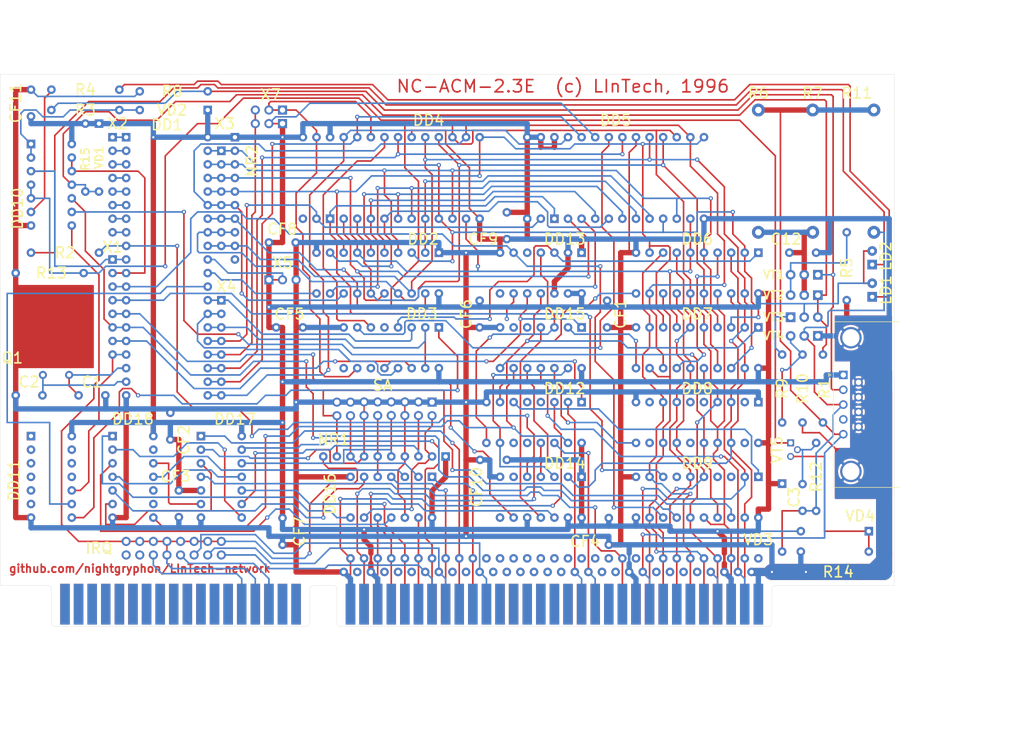
<source format=kicad_pcb>
(kicad_pcb (version 20171130) (host pcbnew "(5.1.9)-1")
  (title_block (title NC-ACM) (rev 2.3E) (company LInTech) (comment 1 https://github.com/nightgryphon/LInTech-network) (comment 2 gryphon@night-gryphon.ru) (comment 3 "Reconstruction by Night_Gryphon") (comment 4 "LInTech GM"))
  (layers (0 F.Cu signal) (31 B.Cu signal) (34 B.Paste user hide) (35 F.Paste user hide) (36 B.SilkS user hide) (37 F.SilkS user) (38 B.Mask user hide) (39 F.Mask user hide) (44 Edge.Cuts user))
  (net 0 "")
  (net 1 "Net-(C1-Pad1)")
  (net 2 "Net-(C2-Pad2)")
  (net 3 GND)
  (net 4 MCU_P1-7)
  (net 5 MCU_P1-6)
  (net 6 MCU_P1-5)
  (net 7 MCU_P1-4)
  (net 8 MCU_P1-3)
  (net 9 MCU_P1-2)
  (net 10 MCU_P1-1)
  (net 11 MCU_P1-0)
  (net 12 "Net-(DD3-Pad5)")
  (net 13 "Net-(DD3-Pad11)")
  (net 14 "Net-(DD3-Pad9)")
  (net 15 "Net-(DD8-Pad19)")
  (net 16 "Net-(DD8-Pad9)")
  (net 17 "Net-(DD8-Pad6)")
  (net 18 "Net-(DD8-Pad15)")
  (net 19 "Net-(DD8-Pad5)")
  (net 20 "Net-(DD8-Pad12)")
  (net 21 "Net-(DD8-Pad2)")
  (net 22 "Net-(DD9-Pad7)")
  (net 23 "Net-(DD9-Pad4)")
  (net 24 "Net-(DD9-Pad3)")
  (net 25 "Net-(DD10-Pad4)")
  (net 26 "Net-(DD10-Pad1)")
  (net 27 "Net-(DD11-Pad13)")
  (net 28 "Net-(DD11-Pad6)")
  (net 29 "Net-(DD11-Pad12)")
  (net 30 "Net-(DD11-Pad5)")
  (net 31 "Net-(DD11-Pad11)")
  (net 32 "Net-(DD11-Pad4)")
  (net 33 "Net-(DD11-Pad3)")
  (net 34 "Net-(DD11-Pad2)")
  (net 35 "Net-(DD11-Pad1)")
  (net 36 "Net-(DD12-Pad15)")
  (net 37 "Net-(DD12-Pad5)")
  (net 38 "Net-(DD12-Pad12)")
  (net 39 "Net-(DD12-Pad4)")
  (net 40 "Net-(DD12-Pad11)")
  (net 41 "Net-(DD12-Pad1)")
  (net 42 "Net-(DD13-Pad8)")
  (net 43 "Net-(DD14-Pad6)")
  (net 44 "Net-(DD14-Pad8)")
  (net 45 "Net-(DD15-Pad6)")
  (net 46 "Net-(DD15-Pad5)")
  (net 47 "Net-(DD16-Pad11)")
  (net 48 "Net-(DD16-Pad3)")
  (net 49 "Net-(DD16-Pad8)")
  (net 50 "Net-(DD17-Pad6)")
  (net 51 "Net-(DD17-Pad11)")
  (net 52 "Net-(NR2-Pad10)")
  (net 53 ISA_BA0)
  (net 54 ISA_BA1)
  (net 55 ISA_BA2)
  (net 56 ISA_BA3)
  (net 57 ISA_BA4)
  (net 58 ISA_BA5)
  (net 59 ISA_BA6)
  (net 60 ISA_BA7)
  (net 61 ISA_BA8)
  (net 62 ISA_BA9)
  (net 63 "Net-(XA.1-Pad21)")
  (net 64 "Net-(XA.1-Pad20)")
  (net 65 "Net-(XA.1-Pad19)")
  (net 66 "Net-(XA.1-Pad18)")
  (net 67 "Net-(XA.1-Pad17)")
  (net 68 "Net-(XA.1-Pad16)")
  (net 69 "Net-(XA.1-Pad15)")
  (net 70 "Net-(XA.1-Pad14)")
  (net 71 "Net-(XA.1-Pad13)")
  (net 72 "Net-(XA.1-Pad12)")
  (net 73 ISA_AEN)
  (net 74 "Net-(XA.1-Pad10)")
  (net 75 ISA_DB0)
  (net 76 ISA_DB1)
  (net 77 ISA_DB2)
  (net 78 ISA_DB3)
  (net 79 ISA_DB4)
  (net 80 ISA_DB5)
  (net 81 ISA_DB6)
  (net 82 ISA_DB7)
  (net 83 "Net-(XA.1-Pad1)")
  (net 84 "Net-(XA.2-Pad30)")
  (net 85 "Net-(XA.2-Pad28)")
  (net 86 "Net-(XA.2-Pad27)")
  (net 87 "Net-(XA.2-Pad26)")
  (net 88 "Net-(XA.2-Pad23)")
  (net 89 "Net-(XA.2-Pad22)")
  (net 90 "Net-(XA.2-Pad20)")
  (net 91 "Net-(XA.2-Pad19)")
  (net 92 "Net-(XA.2-Pad18)")
  (net 93 "Net-(XA.2-Pad17)")
  (net 94 "Net-(XA.2-Pad16)")
  (net 95 "Net-(XA.2-Pad15)")
  (net 96 ISA_IOR)
  (net 97 ISA_IOW)
  (net 98 "Net-(XA.2-Pad12)")
  (net 99 "Net-(XA.2-Pad11)")
  (net 100 +12V)
  (net 101 "Net-(XA.2-Pad8)")
  (net 102 "Net-(XA.2-Pad7)")
  (net 103 "Net-(XA.2-Pad6)")
  (net 104 "Net-(XA.2-Pad5)")
  (net 105 ISA_IRQ2)
  (net 106 +5V)
  (net 107 ISA_RESET)
  (net 108 "Net-(XL1-Pad4)")
  (net 109 ISA_D15)
  (net 110 ISA_D14)
  (net 111 ISA_D13)
  (net 112 ISA_D12)
  (net 113 ISA_D11)
  (net 114 ISA_D10)
  (net 115 ISA_D9)
  (net 116 ISA_D8)
  (net 117 ISA_MEMW)
  (net 118 ISA_MEMR)
  (net 119 ISA_LA17)
  (net 120 ISA_LA18)
  (net 121 ISA_LA19)
  (net 122 ISA_LA20)
  (net 123 ISA_LA21)
  (net 124 ISA_LA22)
  (net 125 ISA_LA23)
  (net 126 ISA_SBHE)
  (net 127 ISA_MASTER)
  (net 128 ISA_DRQ7)
  (net 129 ISA_DACK7)
  (net 130 ISA_DRQ6)
  (net 131 ISA_DACK6)
  (net 132 ISA_DRQ5)
  (net 133 ISA_DACK5)
  (net 134 ISA_DRQ0)
  (net 135 ISA_DACK0)
  (net 136 ISA_IRQ14)
  (net 137 ISA_IRQ15)
  (net 138 ISA_IRQ12)
  (net 139 ISA_IRQ11)
  (net 140 ISA_IRQ10)
  (net 141 ISA_IOCS16)
  (net 142 ISA_MEMCS16)
  (net 143 ISA_BA10)
  (net 144 ISA_BA11)
  (net 145 ISA_BA12)
  (net 146 ISA_BA13)
  (net 147 ISA_BA14)
  (net 148 ISA_BA15)
  (net 149 ISA_BA16)
  (net 150 ISA_BA17)
  (net 151 ISA_BA18)
  (net 152 ISA_BA19)
  (net 153 ISA_IO_READY)
  (net 154 ISA_IO)
  (net 155 ISA_OSC)
  (net 156 ISA_ALE)
  (net 157 ISA_TC)
  (net 158 ISA_DACK2)
  (net 159 ISA_IRQ3)
  (net 160 ISA_IRQ4)
  (net 161 ISA_IRQ5)
  (net 162 ISA_IRQ6)
  (net 163 ISA_IRQ7)
  (net 164 ISA_CLK)
  (net 165 ISA_REFRESH)
  (net 166 ISA_DRQ1)
  (net 167 ISA_DACK1)
  (net 168 ISA_DRQ3)
  (net 169 ISA_DACK3)
  (net 170 ISA_SMEMR)
  (net 171 ISA_SMEMW)
  (net 172 "Net-(XT0-Pad8)")
  (net 173 "Net-(XT0-Pad7)")
  (net 174 ISA_DRQ2)
  (net 175 "Net-(XT0-Pad5)")
  (net 176 SA1-8)
  (net 177 SA1-6)
  (net 178 SA1-4)
  (net 179 SA1-2)
  (net 180 SA1-1)
  (net 181 SA1-5)
  (net 182 SA1-7)
  (net 183 SA1-3)
  (net 184 IRQ)
  (net 185 "Net-(XT0-Pad80)")
  (net 186 "Net-(XT0-Pad78)")
  (net 187 MCU_AD0)
  (net 188 MCU_AD1)
  (net 189 MCU_AD2)
  (net 190 MCU_AD3)
  (net 191 MCU_AD4)
  (net 192 MCU_AD5)
  (net 193 MCU_AD6)
  (net 194 MCU_AD7)
  (net 195 RAM-A7)
  (net 196 RAM-A3)
  (net 197 RAM-A6)
  (net 198 RAM-A2)
  (net 199 RAM-A5)
  (net 200 RAM-A1)
  (net 201 RAM-A4)
  (net 202 RAM-A0)
  (net 203 MCU_ALE)
  (net 204 RAM-A10)
  (net 205 RAM-A9)
  (net 206 RAM-A8)
  (net 207 MCU_A15)
  (net 208 MCU_A14)
  (net 209 MCU_A13)
  (net 210 MCU_A12)
  (net 211 MCU_A11)
  (net 212 DD5-OE)
  (net 213 DD5-WE)
  (net 214 MCU_Int1)
  (net 215 MCU_Int0)
  (net 216 Port67_MCU_Read)
  (net 217 Port67_ISA_Read)
  (net 218 Port67_ISA_Write)
  (net 219 Port67_MCU_Write)
  (net 220 Port89_ISA_Read)
  (net 221 Port89_ISA_Write)
  (net 222 RAM_WE)
  (net 223 External_Code_Access)
  (net 224 MCU_RD)
  (net 225 MCU_WR)
  (net 226 "Net-(R3-Pad1)")
  (net 227 "Net-(LD1-Pad1)")
  (net 228 "Net-(LD2-Pad1)")
  (net 229 MCU_TXD)
  (net 230 MCU_RXD)
  (net 231 MCU_PSEN)
  (net 232 /PROM_RD)
  (net 233 /Port67_ISA_Write_p)
  (net 234 /Port67_MCU_Write_p)
  (net 235 /Port89_ISA_Write_p)
  (net 236 "Net-(R5-Pad1)")
  (net 237 "Net-(R9-Pad2)")
  (net 238 "Net-(R10-Pad1)")
  (net 239 "Net-(R14-Pad2)")
  (net 240 "Net-(C3-Pad2)")
  (net 241 "Net-(C3-Pad1)")
  (net 242 "Net-(C12-Pad1)")
  (net 243 RAM_Read)
  (net 244 RAM_Write)
  (net 245 /DD10_Out11)
  (net 246 /MCU_RST)
  (net 247 /nISA_RESET)
  (net 248 ISA_IRQ_EN_BIT)
  (net 249 "Net-(DD16-Pad6)")
  (net 250 "Net-(DD17-Pad3)")
  (net 251 "Net-(DD17-Pad8)")
  (net 252 MCU_P3-5)
  (net 253 MCU_P3-4)
  (net 254 "Net-(TP7-Pad1)")
  (net 255 "Net-(SAjp15-Pad2)")
  (net 256 "Net-(SAjp16-Pad2)")
  (net 257 "Net-(DD13-Pad5)")
  (module Connector_PCBEdge:BUS_AT (layer F.Cu) (at 203.2 128.5875)
    (fp_text reference XT0 hide)
    (fp_text value Bus_ISA_16bit hide)
    (pad 98 connect rect (at -129.54 0) (size 1.78 7.62) (layers F.Cu F.Mask) (net 109 ISA_D15))
    (pad 97 connect rect (at -127 0) (size 1.78 7.62) (layers F.Cu F.Mask) (net 110 ISA_D14))
    (pad 96 connect rect (at -124.46 0) (size 1.78 7.62) (layers F.Cu F.Mask) (net 111 ISA_D13))
    (pad 95 connect rect (at -121.92 0) (size 1.78 7.62) (layers F.Cu F.Mask) (net 112 ISA_D12))
    (pad 94 connect rect (at -119.38 0) (size 1.78 7.62) (layers F.Cu F.Mask) (net 113 ISA_D11))
    (pad 93 connect rect (at -116.84 0) (size 1.78 7.62) (layers F.Cu F.Mask) (net 114 ISA_D10))
    (pad 92 connect rect (at -114.3 0) (size 1.78 7.62) (layers F.Cu F.Mask) (net 115 ISA_D9))
    (pad 91 connect rect (at -111.76 0) (size 1.78 7.62) (layers F.Cu F.Mask) (net 116 ISA_D8))
    (pad 90 connect rect (at -109.22 0) (size 1.78 7.62) (layers F.Cu F.Mask) (net 117 ISA_MEMW))
    (pad 89 connect rect (at -106.68 0) (size 1.78 7.62) (layers F.Cu F.Mask) (net 118 ISA_MEMR))
    (pad 88 connect rect (at -104.14 0) (size 1.78 7.62) (layers F.Cu F.Mask) (net 119 ISA_LA17))
    (pad 87 connect rect (at -101.6 0) (size 1.78 7.62) (layers F.Cu F.Mask) (net 120 ISA_LA18))
    (pad 86 connect rect (at -99.06 0) (size 1.78 7.62) (layers F.Cu F.Mask) (net 121 ISA_LA19))
    (pad 85 connect rect (at -96.52 0) (size 1.78 7.62) (layers F.Cu F.Mask) (net 122 ISA_LA20))
    (pad 84 connect rect (at -93.98 0) (size 1.78 7.62) (layers F.Cu F.Mask) (net 123 ISA_LA21))
    (pad 83 connect rect (at -91.44 0) (size 1.78 7.62) (layers F.Cu F.Mask) (net 124 ISA_LA22))
    (pad 82 connect rect (at -88.9 0) (size 1.78 7.62) (layers F.Cu F.Mask) (net 125 ISA_LA23))
    (pad 81 connect rect (at -86.36 0) (size 1.78 7.62) (layers F.Cu F.Mask) (net 126 ISA_SBHE))
    (pad 80 connect rect (at -129.54 0) (size 1.78 7.62) (layers B.Cu B.Mask) (net 185 "Net-(XT0-Pad80)"))
    (pad 79 connect rect (at -127 0) (size 1.78 7.62) (layers B.Cu B.Mask) (net 127 ISA_MASTER))
    (pad 78 connect rect (at -124.46 0) (size 1.78 7.62) (layers B.Cu B.Mask) (net 186 "Net-(XT0-Pad78)"))
    (pad 77 connect rect (at -121.92 0) (size 1.78 7.62) (layers B.Cu B.Mask) (net 128 ISA_DRQ7))
    (pad 76 connect rect (at -119.38 0) (size 1.78 7.62) (layers B.Cu B.Mask) (net 129 ISA_DACK7))
    (pad 75 connect rect (at -116.84 0) (size 1.78 7.62) (layers B.Cu B.Mask) (net 130 ISA_DRQ6))
    (pad 74 connect rect (at -114.3 0) (size 1.78 7.62) (layers B.Cu B.Mask) (net 131 ISA_DACK6))
    (pad 73 connect rect (at -111.76 0) (size 1.78 7.62) (layers B.Cu B.Mask) (net 132 ISA_DRQ5))
    (pad 72 connect rect (at -109.22 0) (size 1.78 7.62) (layers B.Cu B.Mask) (net 133 ISA_DACK5))
    (pad 71 connect rect (at -106.68 0) (size 1.78 7.62) (layers B.Cu B.Mask) (net 134 ISA_DRQ0))
    (pad 70 connect rect (at -104.14 0) (size 1.78 7.62) (layers B.Cu B.Mask) (net 135 ISA_DACK0))
    (pad 69 connect rect (at -101.6 0) (size 1.78 7.62) (layers B.Cu B.Mask) (net 136 ISA_IRQ14))
    (pad 68 connect rect (at -99.06 0) (size 1.78 7.62) (layers B.Cu B.Mask) (net 137 ISA_IRQ15))
    (pad 67 connect rect (at -96.52 0) (size 1.78 7.62) (layers B.Cu B.Mask) (net 138 ISA_IRQ12))
    (pad 66 connect rect (at -93.98 0) (size 1.78 7.62) (layers B.Cu B.Mask) (net 139 ISA_IRQ11))
    (pad 65 connect rect (at -91.44 0) (size 1.78 7.62) (layers B.Cu B.Mask) (net 140 ISA_IRQ10))
    (pad 64 connect rect (at -88.9 0) (size 1.78 7.62) (layers B.Cu B.Mask) (net 141 ISA_IOCS16))
    (pad 63 connect rect (at -86.36 0) (size 1.78 7.62) (layers B.Cu B.Mask) (net 142 ISA_MEMCS16))
    (pad 62 connect rect (at -76.2 0) (size 1.78 7.62) (layers F.Cu F.Mask) (net 53 ISA_BA0))
    (pad 61 connect rect (at -73.66 0) (size 1.78 7.62) (layers F.Cu F.Mask) (net 54 ISA_BA1))
    (pad 60 connect rect (at -71.12 0) (size 1.78 7.62) (layers F.Cu F.Mask) (net 55 ISA_BA2))
    (pad 59 connect rect (at -68.58 0) (size 1.78 7.62) (layers F.Cu F.Mask) (net 56 ISA_BA3))
    (pad 58 connect rect (at -66.04 0) (size 1.78 7.62) (layers F.Cu F.Mask) (net 57 ISA_BA4))
    (pad 57 connect rect (at -63.5 0) (size 1.78 7.62) (layers F.Cu F.Mask) (net 58 ISA_BA5))
    (pad 56 connect rect (at -60.96 0) (size 1.78 7.62) (layers F.Cu F.Mask) (net 59 ISA_BA6))
    (pad 55 connect rect (at -58.42 0) (size 1.78 7.62) (layers F.Cu F.Mask) (net 60 ISA_BA7))
    (pad 54 connect rect (at -55.88 0) (size 1.78 7.62) (layers F.Cu F.Mask) (net 61 ISA_BA8))
    (pad 53 connect rect (at -53.34 0) (size 1.78 7.62) (layers F.Cu F.Mask) (net 62 ISA_BA9))
    (pad 52 connect rect (at -50.8 0) (size 1.78 7.62) (layers F.Cu F.Mask) (net 143 ISA_BA10))
    (pad 51 connect rect (at -48.26 0) (size 1.78 7.62) (layers F.Cu F.Mask) (net 144 ISA_BA11))
    (pad 50 connect rect (at -45.72 0) (size 1.78 7.62) (layers F.Cu F.Mask) (net 145 ISA_BA12))
    (pad 49 connect rect (at -43.18 0) (size 1.78 7.62) (layers F.Cu F.Mask) (net 146 ISA_BA13))
    (pad 48 connect rect (at -40.64 0) (size 1.78 7.62) (layers F.Cu F.Mask) (net 147 ISA_BA14))
    (pad 47 connect rect (at -38.1 0) (size 1.78 7.62) (layers F.Cu F.Mask) (net 148 ISA_BA15))
    (pad 46 connect rect (at -35.56 0) (size 1.78 7.62) (layers F.Cu F.Mask) (net 149 ISA_BA16))
    (pad 45 connect rect (at -33.02 0) (size 1.78 7.62) (layers F.Cu F.Mask) (net 150 ISA_BA17))
    (pad 44 connect rect (at -30.48 0) (size 1.78 7.62) (layers F.Cu F.Mask) (net 151 ISA_BA18))
    (pad 43 connect rect (at -27.94 0) (size 1.78 7.62) (layers F.Cu F.Mask) (net 152 ISA_BA19))
    (pad 42 connect rect (at -25.4 0) (size 1.78 7.62) (layers F.Cu F.Mask) (net 73 ISA_AEN))
    (pad 41 connect rect (at -22.86 0) (size 1.78 7.62) (layers F.Cu F.Mask) (net 153 ISA_IO_READY))
    (pad 40 connect rect (at -20.32 0) (size 1.78 7.62) (layers F.Cu F.Mask) (net 75 ISA_DB0))
    (pad 39 connect rect (at -17.78 0) (size 1.78 7.62) (layers F.Cu F.Mask) (net 76 ISA_DB1))
    (pad 38 connect rect (at -15.24 0) (size 1.78 7.62) (layers F.Cu F.Mask) (net 77 ISA_DB2))
    (pad 37 connect rect (at -12.7 0) (size 1.78 7.62) (layers F.Cu F.Mask) (net 78 ISA_DB3))
    (pad 36 connect rect (at -10.16 0) (size 1.78 7.62) (layers F.Cu F.Mask) (net 79 ISA_DB4))
    (pad 35 connect rect (at -7.62 0) (size 1.78 7.62) (layers F.Cu F.Mask) (net 80 ISA_DB5))
    (pad 34 connect rect (at -5.08 0) (size 1.78 7.62) (layers F.Cu F.Mask) (net 81 ISA_DB6))
    (pad 33 connect rect (at -2.54 0) (size 1.78 7.62) (layers F.Cu F.Mask) (net 82 ISA_DB7))
    (pad 32 connect rect (at 0 0) (size 1.78 7.62) (layers F.Cu F.Mask) (net 154 ISA_IO))
    (pad 31 connect rect (at -76.2 0) (size 1.78 7.62) (layers B.Cu B.Mask) (net 3 GND))
    (pad 30 connect rect (at -73.66 0) (size 1.78 7.62) (layers B.Cu B.Mask) (net 155 ISA_OSC))
    (pad 29 connect rect (at -71.12 0) (size 1.78 7.62) (layers B.Cu B.Mask) (net 106 +5V))
    (pad 28 connect rect (at -68.58 0) (size 1.78 7.62) (layers B.Cu B.Mask) (net 156 ISA_ALE))
    (pad 27 connect rect (at -66.04 0) (size 1.78 7.62) (layers B.Cu B.Mask) (net 157 ISA_TC))
    (pad 26 connect rect (at -63.5 0) (size 1.78 7.62) (layers B.Cu B.Mask) (net 158 ISA_DACK2))
    (pad 25 connect rect (at -60.96 0) (size 1.78 7.62) (layers B.Cu B.Mask) (net 159 ISA_IRQ3))
    (pad 24 connect rect (at -58.42 0) (size 1.78 7.62) (layers B.Cu B.Mask) (net 160 ISA_IRQ4))
    (pad 23 connect rect (at -55.88 0) (size 1.78 7.62) (layers B.Cu B.Mask) (net 161 ISA_IRQ5))
    (pad 22 connect rect (at -53.34 0) (size 1.78 7.62) (layers B.Cu B.Mask) (net 162 ISA_IRQ6))
    (pad 21 connect rect (at -50.8 0) (size 1.78 7.62) (layers B.Cu B.Mask) (net 163 ISA_IRQ7))
    (pad 20 connect rect (at -48.26 0) (size 1.78 7.62) (layers B.Cu B.Mask) (net 164 ISA_CLK))
    (pad 19 connect rect (at -45.72 0) (size 1.78 7.62) (layers B.Cu B.Mask) (net 165 ISA_REFRESH))
    (pad 18 connect rect (at -43.18 0) (size 1.78 7.62) (layers B.Cu B.Mask) (net 166 ISA_DRQ1))
    (pad 17 connect rect (at -40.64 0) (size 1.78 7.62) (layers B.Cu B.Mask) (net 167 ISA_DACK1))
    (pad 16 connect rect (at -38.1 0) (size 1.78 7.62) (layers B.Cu B.Mask) (net 168 ISA_DRQ3))
    (pad 15 connect rect (at -35.56 0) (size 1.78 7.62) (layers B.Cu B.Mask) (net 169 ISA_DACK3))
    (pad 14 connect rect (at -33.02 0) (size 1.78 7.62) (layers B.Cu B.Mask) (net 96 ISA_IOR))
    (pad 13 connect rect (at -30.48 0) (size 1.78 7.62) (layers B.Cu B.Mask) (net 97 ISA_IOW))
    (pad 12 connect rect (at -27.94 0) (size 1.78 7.62) (layers B.Cu B.Mask) (net 170 ISA_SMEMR))
    (pad 11 connect rect (at -25.4 0) (size 1.78 7.62) (layers B.Cu B.Mask) (net 171 ISA_SMEMW))
    (pad 10 connect rect (at -22.86 0) (size 1.78 7.62) (layers B.Cu B.Mask) (net 3 GND))
    (pad 9 connect rect (at -20.32 0) (size 1.78 7.62) (layers B.Cu B.Mask) (net 100 +12V))
    (pad 8 connect rect (at -17.78 0) (size 1.78 7.62) (layers B.Cu B.Mask) (net 172 "Net-(XT0-Pad8)"))
    (pad 7 connect rect (at -15.24 0) (size 1.78 7.62) (layers B.Cu B.Mask) (net 173 "Net-(XT0-Pad7)"))
    (pad 6 connect rect (at -12.7 0) (size 1.78 7.62) (layers B.Cu B.Mask) (net 174 ISA_DRQ2))
    (pad 5 connect rect (at -10.16 0) (size 1.78 7.62) (layers B.Cu B.Mask) (net 175 "Net-(XT0-Pad5)"))
    (pad 4 connect rect (at -7.62 0) (size 1.78 7.62) (layers B.Cu B.Mask) (net 105 ISA_IRQ2))
    (pad 3 connect rect (at -5.08 0) (size 1.78 7.62) (layers B.Cu B.Mask) (net 106 +5V))
    (pad 2 connect rect (at -2.54 0) (size 1.78 7.62) (layers B.Cu B.Mask) (net 107 ISA_RESET))
    (pad 1 connect rect (at 0 0) (size 1.78 7.62) (layers B.Cu B.Mask) (net 3 GND))
  )
  (module lib:TO-92S_Wide (layer F.Cu) (at 214.3125 70.8025 180)
    (fp_text reference VT2 (at 8.255 0 180) (layer F.SilkS) (effects (font (size 1.5 1.5) (thickness 0.3))))
    (fp_text value КТ315Б hide)
    (pad 1 thru_hole rect (at 0 0 180) (size 1.8 1.8) (drill 1) (layers *.Cu *.Mask) (net 245 /DD10_Out11))
    (pad 3 thru_hole circle (at 5.08 0 180) (size 1.8 1.8) (drill 1) (layers *.Cu *.Mask) (net 236 "Net-(R5-Pad1)"))
    (pad 2 thru_hole circle (at 2.54 0 180) (size 1.8 1.8) (drill 1) (layers *.Cu *.Mask) (net 242 "Net-(C12-Pad1)"))
  )
  (module lib:TO-126-3_Vertical (layer F.Cu) (at 209.2325 74.93)
    (fp_text reference VT3 (at -3.175 0) (layer F.SilkS) (effects (font (size 1.5 1.5) (thickness 0.3))))
    (fp_text value КТ646Б)
    (pad 1 thru_hole rect (at 0 0) (size 1.8 1.8) (drill 1) (layers *.Cu *.Mask) (net 237 "Net-(R9-Pad2)"))
    (pad 2 thru_hole oval (at 2.54 0) (size 1.8 1.8) (drill 1) (layers *.Cu *.Mask) (net 106 +5V))
    (pad 3 thru_hole oval (at 5.08 0) (size 1.8 1.8) (drill 1) (layers *.Cu *.Mask) (net 245 /DD10_Out11))
  )
  (module lib:TO-126-3_Vertical (layer F.Cu) (at 214.3125 66.9925 180)
    (fp_text reference VT1 (at 8.255 0 180) (layer F.SilkS) (effects (font (size 1.5 1.5) (thickness 0.3))))
    (fp_text value КТ646Б hide)
    (pad 1 thru_hole rect (at 0 0 180) (size 1.8 1.8) (drill 1) (layers *.Cu *.Mask) (net 226 "Net-(R3-Pad1)"))
    (pad 2 thru_hole oval (at 2.54 0 180) (size 1.8 1.8) (drill 1) (layers *.Cu *.Mask) (net 242 "Net-(C12-Pad1)"))
    (pad 3 thru_hole oval (at 5.08 0 180) (size 1.8 1.8) (drill 1) (layers *.Cu *.Mask) (net 236 "Net-(R5-Pad1)"))
  )
  (module lib:TO-126-3_Vertical (layer F.Cu) (at 214.3125 78.4225 180)
    (fp_text reference VT4 (at 8.255 0) (layer F.SilkS) (effects (font (size 1.5 1.5) (thickness 0.3))))
    (fp_text value КТ646Б hide)
    (pad 1 thru_hole rect (at 0 0 180) (size 1.8 1.8) (drill 1) (layers *.Cu *.Mask) (net 3 GND))
    (pad 2 thru_hole oval (at 2.54 0 180) (size 1.8 1.8) (drill 1) (layers *.Cu *.Mask) (net 241 "Net-(C3-Pad1)"))
    (pad 3 thru_hole oval (at 5.08 0 180) (size 1.8 1.8) (drill 1) (layers *.Cu *.Mask) (net 238 "Net-(R10-Pad1)"))
  )
  (module lib:Jumper3_12closed_P2.54mm (layer F.Cu) (at 114.3 38.735 270)
    (fp_text reference X7a1 hide)
    (fp_text value Conn_02x03_Counter_Clockwise hide)
    (fp_line (start 0 0.635) (end 0 1.905) (layer F.Cu) (width 0.3))
    (pad 3 thru_hole oval (at 0 5.08 270) (size 1.7 1.7) (drill 1) (layers *.Cu *.Mask) (net 211 MCU_A11))
    (pad 2 thru_hole oval (at 0 2.54 270) (size 1.7 1.7) (drill 1) (layers *.Cu *.Mask) (net 213 DD5-WE))
    (pad 1 thru_hole rect (at 0 0 270) (size 1.7 1.7) (drill 1) (layers *.Cu *.Mask) (net 106 +5V))
  )
  (module lib:Jumper3_12closed_P2.54mm (layer F.Cu) (at 114.3 36.195 270)
    (fp_text reference X7 (at -2.8575 2.2225 180) (layer F.SilkS) (effects (font (size 2 2) (thickness 0.3))))
    (fp_text value Conn_02x03_Counter_Clockwise hide)
    (fp_line (start 0 0.635) (end 0 1.905) (layer F.Cu) (width 0.3))
    (pad 3 thru_hole oval (at 0 5.08 270) (size 1.7 1.7) (drill 1) (layers *.Cu *.Mask) (net 211 MCU_A11))
    (pad 2 thru_hole oval (at 0 2.54 270) (size 1.7 1.7) (drill 1) (layers *.Cu *.Mask) (net 222 RAM_WE))
    (pad 1 thru_hole rect (at 0 0 270) (size 1.7 1.7) (drill 1) (layers *.Cu *.Mask) (net 244 RAM_Write))
  )
  (module Connector_PinHeader_2.54mm:PinHeader_1x03_P2.54mm_Vertical (layer F.Cu) (at 111.76 67.945 90)
    (fp_text reference X5 (at 3.175 2.54 180) (layer F.SilkS) (effects (font (size 2 2) (thickness 0.3))))
    (fp_text value ~ hide)
    (fp_line (start 0 0) (end 0 2.5) (layer F.Cu) (width 0.3))
    (pad 3 thru_hole oval (at 0 5.08 90) (size 1.7 1.7) (drill 1) (layers *.Cu *.Mask) (net 3 GND))
    (pad 2 thru_hole oval (at 0 2.54 90) (size 1.7 1.7) (drill 1) (layers *.Cu *.Mask) (net 223 External_Code_Access))
    (pad 1 thru_hole rect (at 0 0 90) (size 1.7 1.7) (drill 1) (layers *.Cu *.Mask) (net 106 +5V))
  )
  (module lib:Jumper_P2.54mm_Open (layer F.Cu) (at 85.09 116.84)
    (fp_text reference SAjp16 hide)
    (fp_text value ~ hide)
    (pad 2 thru_hole circle (at 0 2.54) (size 1.7 1.7) (drill 1) (layers *.Cu *.Mask) (net 256 "Net-(SAjp16-Pad2)"))
    (pad 1 thru_hole circle (at 0 0) (size 1.7 1.7) (drill 1) (layers *.Cu *.Mask) (net 184 IRQ))
  )
  (module lib:Jumper_P2.54mm_Open (layer F.Cu) (at 87.63 116.84)
    (fp_text reference SAjp15 hide)
    (fp_text value ~ hide)
    (pad 2 thru_hole circle (at 0 2.54) (size 1.7 1.7) (drill 1) (layers *.Cu *.Mask) (net 255 "Net-(SAjp15-Pad2)"))
    (pad 1 thru_hole circle (at 0 0) (size 1.7 1.7) (drill 1) (layers *.Cu *.Mask) (net 184 IRQ))
  )
  (module lib:Jumper_P2.54mm_Open (layer F.Cu) (at 90.17 116.84)
    (fp_text reference SAjp14 hide)
    (fp_text value ~ hide)
    (pad 2 thru_hole circle (at 0 2.54) (size 1.7 1.7) (drill 1) (layers *.Cu *.Mask) (net 138 ISA_IRQ12))
    (pad 1 thru_hole circle (at 0 0) (size 1.7 1.7) (drill 1) (layers *.Cu *.Mask) (net 184 IRQ))
  )
  (module lib:Jumper_P2.54mm_Close (layer F.Cu) (at 92.71 116.84)
    (fp_text reference SAjp13 hide)
    (fp_text value ~ hide)
    (fp_line (start 0 0.5) (end 0 2) (layer F.Cu) (width 0.25))
    (pad 2 thru_hole circle (at 0 2.54) (size 1.7 1.7) (drill 1) (layers *.Cu *.Mask) (net 139 ISA_IRQ11))
    (pad 1 thru_hole circle (at 0 0) (size 1.7 1.7) (drill 1) (layers *.Cu *.Mask) (net 184 IRQ))
  )
  (module lib:Jumper_P2.54mm_Open (layer F.Cu) (at 95.25 116.84)
    (fp_text reference SAjp12 hide)
    (fp_text value ~ hide)
    (pad 2 thru_hole circle (at 0 2.54) (size 1.7 1.7) (drill 1) (layers *.Cu *.Mask) (net 140 ISA_IRQ10))
    (pad 1 thru_hole circle (at 0 0) (size 1.7 1.7) (drill 1) (layers *.Cu *.Mask) (net 184 IRQ))
  )
  (module lib:Jumper_P2.54mm_Open (layer F.Cu) (at 97.79 116.84)
    (fp_text reference SAjp11 hide)
    (fp_text value ~ hide)
    (pad 2 thru_hole circle (at 0 2.54) (size 1.7 1.7) (drill 1) (layers *.Cu *.Mask) (net 163 ISA_IRQ7))
    (pad 1 thru_hole circle (at 0 0) (size 1.7 1.7) (drill 1) (layers *.Cu *.Mask) (net 184 IRQ))
  )
  (module lib:Jumper_P2.54mm_Open (layer F.Cu) (at 100.33 116.84)
    (fp_text reference SAjp10 hide)
    (fp_text value ~ hide)
    (pad 2 thru_hole circle (at 0 2.54) (size 1.7 1.7) (drill 1) (layers *.Cu *.Mask) (net 160 ISA_IRQ4))
    (pad 1 thru_hole circle (at 0 0) (size 1.7 1.7) (drill 1) (layers *.Cu *.Mask) (net 184 IRQ))
  )
  (module lib:Jumper_P2.54mm_Open (layer F.Cu) (at 102.87 116.84)
    (fp_text reference SAjp9 hide)
    (fp_text value ~ hide)
    (pad 2 thru_hole circle (at 0 2.54) (size 1.7 1.7) (drill 1) (layers *.Cu *.Mask) (net 159 ISA_IRQ3))
    (pad 1 thru_hole circle (at 0 0) (size 1.7 1.7) (drill 1) (layers *.Cu *.Mask) (net 184 IRQ))
  )
  (module lib:TestPad (layer F.Cu) (at 120.65 56.515)
    (fp_text reference TP8 hide)
    (fp_text value TestPoint hide)
    (pad 1 thru_hole circle (at 0 0) (size 1.6 1.6) (drill 0.8) (layers *.Cu *.Mask) (net 210 MCU_A12))
  )
  (module lib:TestPad (layer F.Cu) (at 118.11 56.515)
    (fp_text reference TP7 hide)
    (fp_text value TestPoint hide)
    (pad 1 thru_hole circle (at 0 0) (size 1.6 1.6) (drill 0.8) (layers *.Cu *.Mask) (net 254 "Net-(TP7-Pad1)"))
  )
  (module lib:TestPad (layer F.Cu) (at 120.65 41.275)
    (fp_text reference TP6 hide)
    (fp_text value TestPoint hide)
    (pad 1 thru_hole circle (at 0 0) (size 1.6 1.6) (drill 0.8) (layers *.Cu *.Mask) (net 244 RAM_Write))
  )
  (module lib:TestPad (layer F.Cu) (at 118.11 41.275)
    (fp_text reference TP5 hide)
    (fp_text value TestPoint hide)
    (pad 1 thru_hole circle (at 0 0) (size 1.6 1.6) (drill 0.8) (layers *.Cu *.Mask) (net 106 +5V))
  )
  (module lib:TestPad (layer F.Cu) (at 162.56 56.515)
    (fp_text reference TP4 hide)
    (fp_text value TestPoint hide)
    (pad 1 thru_hole circle (at 0 0) (size 1.6 1.6) (drill 0.8) (layers *.Cu *.Mask) (net 210 MCU_A12))
  )
  (module lib:TestPad (layer F.Cu) (at 160.02 56.515)
    (fp_text reference TP3 hide)
    (fp_text value TestPoint hide)
    (pad 1 thru_hole circle (at 0 0) (size 1.6 1.6) (drill 0.8) (layers *.Cu *.Mask) (net 106 +5V))
  )
  (module lib:TestPad (layer F.Cu) (at 162.56 41.275)
    (fp_text reference TP2 hide)
    (fp_text value TestPoint hide)
    (pad 1 thru_hole circle (at 0 0) (size 1.6 1.6) (drill 0.8) (layers *.Cu *.Mask) (net 106 +5V))
  )
  (module lib:TestPad (layer F.Cu) (at 160.02 41.275)
    (fp_text reference TP1 hide)
    (fp_text value TestPoint hide)
    (pad 1 thru_hole circle (at 0 0) (size 1.6 1.6) (drill 0.8) (layers *.Cu *.Mask) (net 106 +5V))
  )
  (module lib:R_Axial_DIN0309_L9.0mm_D3.2mm_P12.70mm_Horizontal (layer F.Cu) (at 77.47 51.435 90)
    (fp_text reference R15 (at 6.0325 0 90) (layer F.SilkS) (effects (font (size 1.5 1.5) (thickness 0.3))))
    (fp_text value 4.9K)
    (pad 2 thru_hole oval (at 12.7 0 90) (size 1.6 1.6) (drill 0.8) (layers *.Cu *.Mask) (net 106 +5V))
    (pad 1 thru_hole circle (at 0 0 90) (size 1.6 1.6) (drill 0.8) (layers *.Cu *.Mask) (net 245 /DD10_Out11))
  )
  (module Resistor_THT:R_Array_SIP10 (layer F.Cu) (at 105.41 41.275 270)
    (fp_text reference NR2 (at 4.445 -3.175 90) (layer F.SilkS) (effects (font (size 2 2) (thickness 0.3))))
    (fp_text value ~)
    (pad 10 thru_hole oval (at 22.86 0 270) (size 1.6 1.6) (drill 0.8) (layers *.Cu *.Mask) (net 52 "Net-(NR2-Pad10)"))
    (pad 9 thru_hole oval (at 20.32 0 270) (size 1.6 1.6) (drill 0.8) (layers *.Cu *.Mask) (net 194 MCU_AD7))
    (pad 8 thru_hole oval (at 17.78 0 270) (size 1.6 1.6) (drill 0.8) (layers *.Cu *.Mask) (net 193 MCU_AD6))
    (pad 7 thru_hole oval (at 15.24 0 270) (size 1.6 1.6) (drill 0.8) (layers *.Cu *.Mask) (net 192 MCU_AD5))
    (pad 6 thru_hole oval (at 12.7 0 270) (size 1.6 1.6) (drill 0.8) (layers *.Cu *.Mask) (net 191 MCU_AD4))
    (pad 5 thru_hole oval (at 10.16 0 270) (size 1.6 1.6) (drill 0.8) (layers *.Cu *.Mask) (net 190 MCU_AD3))
    (pad 4 thru_hole oval (at 7.62 0 270) (size 1.6 1.6) (drill 0.8) (layers *.Cu *.Mask) (net 189 MCU_AD2))
    (pad 3 thru_hole oval (at 5.08 0 270) (size 1.6 1.6) (drill 0.8) (layers *.Cu *.Mask) (net 188 MCU_AD1))
    (pad 2 thru_hole oval (at 2.54 0 270) (size 1.6 1.6) (drill 0.8) (layers *.Cu *.Mask) (net 187 MCU_AD0))
    (pad 1 thru_hole rect (at 0 0 270) (size 1.6 1.6) (drill 0.8) (layers *.Cu *.Mask) (net 106 +5V))
  )
  (module lib:R_Axial_DIN0309_L9.0mm_D3.2mm_P12.70mm_Horizontal (layer F.Cu) (at 87.63 32.7025)
    (fp_text reference R8 (at 6.0325 0) (layer F.SilkS) (effects (font (size 2 2) (thickness 0.3))))
    (fp_text value 1K)
    (pad 2 thru_hole oval (at 12.7 0) (size 1.6 1.6) (drill 0.8) (layers *.Cu *.Mask) (net 226 "Net-(R3-Pad1)"))
    (pad 1 thru_hole circle (at 0 0) (size 1.6 1.6) (drill 0.8) (layers *.Cu *.Mask) (net 3 GND))
  )
  (module lib:C_Disc_D5.0mm_W2.5mm_P5.00mm (layer F.Cu) (at 67.31 32.385 270)
    (fp_text reference CF11 (at 2.5 2.8575 90) (layer F.SilkS) (effects (font (size 2 2) (thickness 0.3))))
    (fp_text value 150nF hide)
    (pad 2 thru_hole circle (at 5 0 270) (size 1.6 1.6) (drill 0.8) (layers *.Cu *.Mask) (net 106 +5V))
    (pad 1 thru_hole circle (at 0 0 270) (size 1.6 1.6) (drill 0.8) (layers *.Cu *.Mask) (net 3 GND))
  )
  (module lib:R_Axial_DIN0309_L9.0mm_D3.2mm_P12.70mm_Horizontal (layer F.Cu) (at 213.995 111.125 90)
    (fp_text reference R12 (at 6.35 0 90) (layer F.SilkS) (effects (font (size 2 2) (thickness 0.3))))
    (fp_text value 4.9K)
    (pad 2 thru_hole oval (at 12.7 0 90) (size 1.6 1.6) (drill 0.8) (layers *.Cu *.Mask) (net 240 "Net-(C3-Pad2)"))
    (pad 1 thru_hole circle (at 0 0 90) (size 1.6 1.6) (drill 0.8) (layers *.Cu *.Mask) (net 241 "Net-(C3-Pad1)"))
  )
  (module lib:R_Axial_DIN0309_L9.0mm_D3.2mm_P12.70mm_Horizontal (layer F.Cu) (at 211.455 81.915 270)
    (fp_text reference R10 (at 6.35 0 90) (layer F.SilkS) (effects (font (size 2 2) (thickness 0.3))))
    (fp_text value 150)
    (pad 2 thru_hole oval (at 12.7 0 270) (size 1.6 1.6) (drill 0.8) (layers *.Cu *.Mask) (net 3 GND))
    (pad 1 thru_hole circle (at 0 0 270) (size 1.6 1.6) (drill 0.8) (layers *.Cu *.Mask) (net 238 "Net-(R10-Pad1)"))
  )
  (module lib:R_Axial_DIN0309_L9.0mm_D3.2mm_P12.70mm_Horizontal (layer F.Cu) (at 207.645 94.615 90)
    (fp_text reference R9 (at 6.35 0 90) (layer F.SilkS) (effects (font (size 2 2) (thickness 0.3))))
    (fp_text value 150)
    (pad 2 thru_hole oval (at 12.7 0 90) (size 1.6 1.6) (drill 0.8) (layers *.Cu *.Mask) (net 237 "Net-(R9-Pad2)"))
    (pad 1 thru_hole circle (at 0 0 90) (size 1.6 1.6) (drill 0.8) (layers *.Cu *.Mask) (net 238 "Net-(R10-Pad1)"))
  )
  (module lib:R_Axial_DIN0309_L9.0mm_D3.2mm_P12.70mm_Horizontal (layer F.Cu) (at 83.82 32.385 180)
    (fp_text reference R4 (at 6.35 0) (layer F.SilkS) (effects (font (size 2 2) (thickness 0.3))))
    (fp_text value 1K)
    (pad 2 thru_hole oval (at 12.7 0 180) (size 1.6 1.6) (drill 0.8) (layers *.Cu *.Mask) (net 230 MCU_RXD))
    (pad 1 thru_hole circle (at 0 0 180) (size 1.6 1.6) (drill 0.8) (layers *.Cu *.Mask) (net 227 "Net-(LD1-Pad1)"))
  )
  (module lib:R_Axial_DIN0309_L9.0mm_D3.2mm_P12.70mm_Horizontal (layer F.Cu) (at 67.31 62.865)
    (fp_text reference R2 (at 6.35 0) (layer F.SilkS) (effects (font (size 2 2) (thickness 0.3))))
    (fp_text value 1K)
    (pad 2 thru_hole oval (at 12.7 0) (size 1.6 1.6) (drill 0.8) (layers *.Cu *.Mask) (net 246 /MCU_RST))
    (pad 1 thru_hole circle (at 0 0) (size 1.6 1.6) (drill 0.8) (layers *.Cu *.Mask) (net 228 "Net-(LD2-Pad1)"))
  )
  (module lib:PinHeader_1x08_P2.54mm_Vertical (layer F.Cu) (at 102.87 43.815)
    (fp_text reference X3 (at 0.635 -5.08) (layer F.SilkS) (effects (font (size 2 2) (thickness 0.3))))
    (fp_text value ~ hide)
    (pad 8 thru_hole oval (at 0 17.78) (size 1.6 1.6) (drill 0.8) (layers *.Cu *.Mask) (net 194 MCU_AD7))
    (pad 7 thru_hole oval (at 0 15.24) (size 1.6 1.6) (drill 0.8) (layers *.Cu *.Mask) (net 193 MCU_AD6))
    (pad 6 thru_hole oval (at 0 12.7) (size 1.6 1.6) (drill 0.8) (layers *.Cu *.Mask) (net 192 MCU_AD5))
    (pad 5 thru_hole oval (at 0 10.16) (size 1.6 1.6) (drill 0.8) (layers *.Cu *.Mask) (net 191 MCU_AD4))
    (pad 4 thru_hole oval (at 0 7.62) (size 1.6 1.6) (drill 0.8) (layers *.Cu *.Mask) (net 190 MCU_AD3))
    (pad 3 thru_hole oval (at 0 5.08) (size 1.6 1.6) (drill 0.8) (layers *.Cu *.Mask) (net 189 MCU_AD2))
    (pad 2 thru_hole oval (at 0 2.54) (size 1.6 1.6) (drill 0.8) (layers *.Cu *.Mask) (net 188 MCU_AD1))
    (pad 1 thru_hole rect (at 0 0) (size 1.6 1.6) (drill 0.8) (layers *.Cu *.Mask) (net 187 MCU_AD0))
  )
  (module lib:PinHeader_1x08_P2.54mm_Vertical (layer F.Cu) (at 102.87 71.755)
    (fp_text reference X4 (at 0.9525 -2.54) (layer F.SilkS) (effects (font (size 2 2) (thickness 0.3))))
    (fp_text value ~ hide)
    (pad 8 thru_hole oval (at 0 17.78) (size 1.6 1.6) (drill 0.8) (layers *.Cu *.Mask) (net 206 RAM-A8))
    (pad 7 thru_hole oval (at 0 15.24) (size 1.6 1.6) (drill 0.8) (layers *.Cu *.Mask) (net 205 RAM-A9))
    (pad 6 thru_hole oval (at 0 12.7) (size 1.6 1.6) (drill 0.8) (layers *.Cu *.Mask) (net 204 RAM-A10))
    (pad 5 thru_hole oval (at 0 10.16) (size 1.6 1.6) (drill 0.8) (layers *.Cu *.Mask) (net 211 MCU_A11))
    (pad 4 thru_hole oval (at 0 7.62) (size 1.6 1.6) (drill 0.8) (layers *.Cu *.Mask) (net 210 MCU_A12))
    (pad 3 thru_hole oval (at 0 5.08) (size 1.6 1.6) (drill 0.8) (layers *.Cu *.Mask) (net 209 MCU_A13))
    (pad 2 thru_hole oval (at 0 2.54) (size 1.6 1.6) (drill 0.8) (layers *.Cu *.Mask) (net 208 MCU_A14))
    (pad 1 thru_hole rect (at 0 0) (size 1.6 1.6) (drill 0.8) (layers *.Cu *.Mask) (net 207 MCU_A15))
  )
  (module lib:PinHeader_1x08_P2.54mm_Vertical (layer F.Cu) (at 82.55 41.275)
    (fp_text reference X2 (at 0.9525 -2.54) (layer F.SilkS) (effects (font (size 2 2) (thickness 0.3))))
    (fp_text value ~ hide)
    (pad 8 thru_hole oval (at 0 17.78) (size 1.6 1.6) (drill 0.8) (layers *.Cu *.Mask) (net 4 MCU_P1-7))
    (pad 7 thru_hole oval (at 0 15.24) (size 1.6 1.6) (drill 0.8) (layers *.Cu *.Mask) (net 5 MCU_P1-6))
    (pad 6 thru_hole oval (at 0 12.7) (size 1.6 1.6) (drill 0.8) (layers *.Cu *.Mask) (net 6 MCU_P1-5))
    (pad 5 thru_hole oval (at 0 10.16) (size 1.6 1.6) (drill 0.8) (layers *.Cu *.Mask) (net 7 MCU_P1-4))
    (pad 4 thru_hole oval (at 0 7.62) (size 1.6 1.6) (drill 0.8) (layers *.Cu *.Mask) (net 8 MCU_P1-3))
    (pad 3 thru_hole oval (at 0 5.08) (size 1.6 1.6) (drill 0.8) (layers *.Cu *.Mask) (net 9 MCU_P1-2))
    (pad 2 thru_hole oval (at 0 2.54) (size 1.6 1.6) (drill 0.8) (layers *.Cu *.Mask) (net 10 MCU_P1-1))
    (pad 1 thru_hole rect (at 0 0) (size 1.6 1.6) (drill 0.8) (layers *.Cu *.Mask) (net 11 MCU_P1-0))
  )
  (module lib:PinHeader_1x08_P2.54mm_Vertical (layer F.Cu) (at 82.55 64.135)
    (fp_text reference X1 (at 0 -2.33) (layer F.SilkS) (effects (font (size 2 2) (thickness 0.3))))
    (fp_text value ~ hide)
    (pad 8 thru_hole oval (at 0 17.78) (size 1.6 1.6) (drill 0.8) (layers *.Cu *.Mask) (net 224 MCU_RD))
    (pad 7 thru_hole oval (at 0 15.24) (size 1.6 1.6) (drill 0.8) (layers *.Cu *.Mask) (net 225 MCU_WR))
    (pad 6 thru_hole oval (at 0 12.7) (size 1.6 1.6) (drill 0.8) (layers *.Cu *.Mask) (net 252 MCU_P3-5))
    (pad 5 thru_hole oval (at 0 10.16) (size 1.6 1.6) (drill 0.8) (layers *.Cu *.Mask) (net 253 MCU_P3-4))
    (pad 4 thru_hole oval (at 0 7.62) (size 1.6 1.6) (drill 0.8) (layers *.Cu *.Mask) (net 214 MCU_Int1))
    (pad 3 thru_hole oval (at 0 5.08) (size 1.6 1.6) (drill 0.8) (layers *.Cu *.Mask) (net 215 MCU_Int0))
    (pad 2 thru_hole oval (at 0 2.54) (size 1.6 1.6) (drill 0.8) (layers *.Cu *.Mask) (net 229 MCU_TXD))
    (pad 1 thru_hole rect (at 0 0) (size 1.6 1.6) (drill 0.8) (layers *.Cu *.Mask) (net 230 MCU_RXD))
  )
  (module lib:PinHeader_1x31_P2.54mm_Vertical (layer F.Cu) (at 201.93 122.555 270)
    (fp_text reference XA.2 hide)
    (fp_text value ~ hide)
    (pad 31 thru_hole oval (at 0 76.2 270) (size 1.6 1.6) (drill 0.8) (layers *.Cu *.Mask) (net 3 GND))
    (pad 30 thru_hole oval (at 0 73.66 270) (size 1.6 1.6) (drill 0.8) (layers *.Cu *.Mask) (net 84 "Net-(XA.2-Pad30)"))
    (pad 29 thru_hole oval (at 0 71.12 270) (size 1.6 1.6) (drill 0.8) (layers *.Cu *.Mask) (net 106 +5V))
    (pad 28 thru_hole oval (at 0 68.58 270) (size 1.6 1.6) (drill 0.8) (layers *.Cu *.Mask) (net 85 "Net-(XA.2-Pad28)"))
    (pad 27 thru_hole oval (at 0 66.04 270) (size 1.6 1.6) (drill 0.8) (layers *.Cu *.Mask) (net 86 "Net-(XA.2-Pad27)"))
    (pad 26 thru_hole oval (at 0 63.5 270) (size 1.6 1.6) (drill 0.8) (layers *.Cu *.Mask) (net 87 "Net-(XA.2-Pad26)"))
    (pad 25 thru_hole oval (at 0 60.96 270) (size 1.6 1.6) (drill 0.8) (layers *.Cu *.Mask) (net 159 ISA_IRQ3))
    (pad 24 thru_hole oval (at 0 58.42 270) (size 1.6 1.6) (drill 0.8) (layers *.Cu *.Mask) (net 160 ISA_IRQ4))
    (pad 23 thru_hole oval (at 0 55.88 270) (size 1.6 1.6) (drill 0.8) (layers *.Cu *.Mask) (net 88 "Net-(XA.2-Pad23)"))
    (pad 22 thru_hole oval (at 0 53.34 270) (size 1.6 1.6) (drill 0.8) (layers *.Cu *.Mask) (net 89 "Net-(XA.2-Pad22)"))
    (pad 21 thru_hole oval (at 0 50.8 270) (size 1.6 1.6) (drill 0.8) (layers *.Cu *.Mask) (net 163 ISA_IRQ7))
    (pad 20 thru_hole oval (at 0 48.26 270) (size 1.6 1.6) (drill 0.8) (layers *.Cu *.Mask) (net 90 "Net-(XA.2-Pad20)"))
    (pad 19 thru_hole oval (at 0 45.72 270) (size 1.6 1.6) (drill 0.8) (layers *.Cu *.Mask) (net 91 "Net-(XA.2-Pad19)"))
    (pad 18 thru_hole oval (at 0 43.18 270) (size 1.6 1.6) (drill 0.8) (layers *.Cu *.Mask) (net 92 "Net-(XA.2-Pad18)"))
    (pad 17 thru_hole oval (at 0 40.64 270) (size 1.6 1.6) (drill 0.8) (layers *.Cu *.Mask) (net 93 "Net-(XA.2-Pad17)"))
    (pad 16 thru_hole oval (at 0 38.1 270) (size 1.6 1.6) (drill 0.8) (layers *.Cu *.Mask) (net 94 "Net-(XA.2-Pad16)"))
    (pad 15 thru_hole oval (at 0 35.56 270) (size 1.6 1.6) (drill 0.8) (layers *.Cu *.Mask) (net 95 "Net-(XA.2-Pad15)"))
    (pad 14 thru_hole oval (at 0 33.02 270) (size 1.6 1.6) (drill 0.8) (layers *.Cu *.Mask) (net 96 ISA_IOR))
    (pad 13 thru_hole oval (at 0 30.48 270) (size 1.6 1.6) (drill 0.8) (layers *.Cu *.Mask) (net 97 ISA_IOW))
    (pad 12 thru_hole oval (at 0 27.94 270) (size 1.6 1.6) (drill 0.8) (layers *.Cu *.Mask) (net 98 "Net-(XA.2-Pad12)"))
    (pad 11 thru_hole oval (at 0 25.4 270) (size 1.6 1.6) (drill 0.8) (layers *.Cu *.Mask) (net 99 "Net-(XA.2-Pad11)"))
    (pad 10 thru_hole oval (at 0 22.86 270) (size 1.6 1.6) (drill 0.8) (layers *.Cu *.Mask) (net 3 GND))
    (pad 9 thru_hole oval (at 0 20.32 270) (size 1.6 1.6) (drill 0.8) (layers *.Cu *.Mask) (net 100 +12V))
    (pad 8 thru_hole oval (at 0 17.78 270) (size 1.6 1.6) (drill 0.8) (layers *.Cu *.Mask) (net 101 "Net-(XA.2-Pad8)"))
    (pad 7 thru_hole oval (at 0 15.24 270) (size 1.6 1.6) (drill 0.8) (layers *.Cu *.Mask) (net 102 "Net-(XA.2-Pad7)"))
    (pad 6 thru_hole oval (at 0 12.7 270) (size 1.6 1.6) (drill 0.8) (layers *.Cu *.Mask) (net 103 "Net-(XA.2-Pad6)"))
    (pad 5 thru_hole oval (at 0 10.16 270) (size 1.6 1.6) (drill 0.8) (layers *.Cu *.Mask) (net 104 "Net-(XA.2-Pad5)"))
    (pad 4 thru_hole oval (at 0 7.62 270) (size 1.6 1.6) (drill 0.8) (layers *.Cu *.Mask) (net 105 ISA_IRQ2))
    (pad 3 thru_hole oval (at 0 5.08 270) (size 1.6 1.6) (drill 0.8) (layers *.Cu *.Mask) (net 106 +5V))
    (pad 2 thru_hole oval (at 0 2.54 270) (size 1.6 1.6) (drill 0.8) (layers *.Cu *.Mask) (net 107 ISA_RESET))
    (pad 1 thru_hole circle (at 0 0 270) (size 1.6 1.6) (drill 0.8) (layers *.Cu *.Mask) (net 3 GND))
  )
  (module lib:PinHeader_1x31_P2.54mm_Vertical (layer F.Cu) (at 203.2 120.015 270)
    (fp_text reference XA.1 hide)
    (fp_text value ~ hide)
    (pad 31 thru_hole oval (at 0 76.2 270) (size 1.6 1.6) (drill 0.8) (layers *.Cu *.Mask) (net 53 ISA_BA0))
    (pad 30 thru_hole oval (at 0 73.66 270) (size 1.6 1.6) (drill 0.8) (layers *.Cu *.Mask) (net 54 ISA_BA1))
    (pad 29 thru_hole oval (at 0 71.12 270) (size 1.6 1.6) (drill 0.8) (layers *.Cu *.Mask) (net 55 ISA_BA2))
    (pad 28 thru_hole oval (at 0 68.58 270) (size 1.6 1.6) (drill 0.8) (layers *.Cu *.Mask) (net 56 ISA_BA3))
    (pad 27 thru_hole oval (at 0 66.04 270) (size 1.6 1.6) (drill 0.8) (layers *.Cu *.Mask) (net 57 ISA_BA4))
    (pad 26 thru_hole oval (at 0 63.5 270) (size 1.6 1.6) (drill 0.8) (layers *.Cu *.Mask) (net 58 ISA_BA5))
    (pad 25 thru_hole oval (at 0 60.96 270) (size 1.6 1.6) (drill 0.8) (layers *.Cu *.Mask) (net 59 ISA_BA6))
    (pad 24 thru_hole oval (at 0 58.42 270) (size 1.6 1.6) (drill 0.8) (layers *.Cu *.Mask) (net 60 ISA_BA7))
    (pad 23 thru_hole oval (at 0 55.88 270) (size 1.6 1.6) (drill 0.8) (layers *.Cu *.Mask) (net 61 ISA_BA8))
    (pad 22 thru_hole oval (at 0 53.34 270) (size 1.6 1.6) (drill 0.8) (layers *.Cu *.Mask) (net 62 ISA_BA9))
    (pad 21 thru_hole oval (at 0 50.8 270) (size 1.6 1.6) (drill 0.8) (layers *.Cu *.Mask) (net 63 "Net-(XA.1-Pad21)"))
    (pad 20 thru_hole oval (at 0 48.26 270) (size 1.6 1.6) (drill 0.8) (layers *.Cu *.Mask) (net 64 "Net-(XA.1-Pad20)"))
    (pad 19 thru_hole oval (at 0 45.72 270) (size 1.6 1.6) (drill 0.8) (layers *.Cu *.Mask) (net 65 "Net-(XA.1-Pad19)"))
    (pad 18 thru_hole oval (at 0 43.18 270) (size 1.6 1.6) (drill 0.8) (layers *.Cu *.Mask) (net 66 "Net-(XA.1-Pad18)"))
    (pad 17 thru_hole oval (at 0 40.64 270) (size 1.6 1.6) (drill 0.8) (layers *.Cu *.Mask) (net 67 "Net-(XA.1-Pad17)"))
    (pad 16 thru_hole oval (at 0 38.1 270) (size 1.6 1.6) (drill 0.8) (layers *.Cu *.Mask) (net 68 "Net-(XA.1-Pad16)"))
    (pad 15 thru_hole oval (at 0 35.56 270) (size 1.6 1.6) (drill 0.8) (layers *.Cu *.Mask) (net 69 "Net-(XA.1-Pad15)"))
    (pad 14 thru_hole oval (at 0 33.02 270) (size 1.6 1.6) (drill 0.8) (layers *.Cu *.Mask) (net 70 "Net-(XA.1-Pad14)"))
    (pad 13 thru_hole oval (at 0 30.48 270) (size 1.6 1.6) (drill 0.8) (layers *.Cu *.Mask) (net 71 "Net-(XA.1-Pad13)"))
    (pad 12 thru_hole oval (at 0 27.94 270) (size 1.6 1.6) (drill 0.8) (layers *.Cu *.Mask) (net 72 "Net-(XA.1-Pad12)"))
    (pad 11 thru_hole oval (at 0 25.4 270) (size 1.6 1.6) (drill 0.8) (layers *.Cu *.Mask) (net 73 ISA_AEN))
    (pad 10 thru_hole oval (at 0 22.86 270) (size 1.6 1.6) (drill 0.8) (layers *.Cu *.Mask) (net 74 "Net-(XA.1-Pad10)"))
    (pad 9 thru_hole oval (at 0 20.32 270) (size 1.6 1.6) (drill 0.8) (layers *.Cu *.Mask) (net 75 ISA_DB0))
    (pad 8 thru_hole oval (at 0 17.78 270) (size 1.6 1.6) (drill 0.8) (layers *.Cu *.Mask) (net 76 ISA_DB1))
    (pad 7 thru_hole oval (at 0 15.24 270) (size 1.6 1.6) (drill 0.8) (layers *.Cu *.Mask) (net 77 ISA_DB2))
    (pad 6 thru_hole oval (at 0 12.7 270) (size 1.6 1.6) (drill 0.8) (layers *.Cu *.Mask) (net 78 ISA_DB3))
    (pad 5 thru_hole oval (at 0 10.16 270) (size 1.6 1.6) (drill 0.8) (layers *.Cu *.Mask) (net 79 ISA_DB4))
    (pad 4 thru_hole oval (at 0 7.62 270) (size 1.6 1.6) (drill 0.8) (layers *.Cu *.Mask) (net 80 ISA_DB5))
    (pad 3 thru_hole oval (at 0 5.08 270) (size 1.6 1.6) (drill 0.8) (layers *.Cu *.Mask) (net 81 ISA_DB6))
    (pad 2 thru_hole oval (at 0 2.54 270) (size 1.6 1.6) (drill 0.8) (layers *.Cu *.Mask) (net 82 ISA_DB7))
    (pad 1 thru_hole circle (at 0 0 270) (size 1.6 1.6) (drill 0.8) (layers *.Cu *.Mask) (net 83 "Net-(XA.1-Pad1)"))
  )
  (module lib:LED_D4.0mm (layer F.Cu) (at 224.4725 71.12 90)
    (fp_text reference LD1 (at 1.27 2.54 270) (layer F.SilkS) (effects (font (size 2 2) (thickness 0.3))))
    (fp_text value "LED Red 4mm")
    (pad 2 thru_hole circle (at 2.54 0 90) (size 1.8 1.8) (drill 0.8) (layers *.Cu *.Mask) (net 106 +5V))
    (pad 1 thru_hole rect (at 0 0 90) (size 1.8 1.8) (drill 0.8) (layers *.Cu *.Mask) (net 227 "Net-(LD1-Pad1)"))
  )
  (module lib:LED_D4.0mm (layer F.Cu) (at 224.4725 65.0875 90)
    (fp_text reference LD2 (at 1.5875 2.54 90) (layer F.SilkS) (effects (font (size 2 2) (thickness 0.3))))
    (fp_text value "LED Green 4mm" hide)
    (pad 2 thru_hole circle (at 2.54 0 90) (size 1.8 1.8) (drill 0.8) (layers *.Cu *.Mask) (net 106 +5V))
    (pad 1 thru_hole rect (at 0 0 90) (size 1.8 1.8) (drill 0.8) (layers *.Cu *.Mask) (net 228 "Net-(LD2-Pad1)"))
  )
  (module lib:D_A-405_P12.70mm_Horizontal (layer F.Cu) (at 223.8375 114.935 180)
    (fp_text reference VD4 (at 1.5875 2.8575) (layer F.SilkS) (effects (font (size 2 2) (thickness 0.3))))
    (fp_text value КД522Б)
    (pad 2 thru_hole oval (at 12.7 0 180) (size 1.6 1.6) (drill 0.8) (layers *.Cu *.Mask) (net 106 +5V))
    (pad 1 thru_hole rect (at 0 0 180) (size 1.6 1.6) (drill 0.8) (layers *.Cu *.Mask) (net 239 "Net-(R14-Pad2)"))
  )
  (module lib:D_A-405_P12.70mm_Horizontal (layer F.Cu) (at 80.01 38.735 270)
    (fp_text reference VD1 (at 6.35 0 90) (layer F.SilkS) (effects (font (size 1.5 1.5) (thickness 0.3))))
    (fp_text value КД522Б)
    (pad 2 thru_hole oval (at 12.7 0 270) (size 1.6 1.6) (drill 0.8) (layers *.Cu *.Mask) (net 245 /DD10_Out11))
    (pad 1 thru_hole rect (at 0 0 270) (size 1.6 1.6) (drill 0.8) (layers *.Cu *.Mask) (net 106 +5V))
  )
  (module lib:D_A-405_P12.70mm_Horizontal (layer F.Cu) (at 207.645 106.045 270)
    (fp_text reference VD3 (at 10.4775 4.445) (layer F.SilkS) (effects (font (size 2 2) (thickness 0.3))))
    (fp_text value КД522Б)
    (pad 2 thru_hole oval (at 12.7 0 270) (size 1.6 1.6) (drill 0.8) (layers *.Cu *.Mask) (net 241 "Net-(C3-Pad1)"))
    (pad 1 thru_hole rect (at 0 0 270) (size 1.6 1.6) (drill 0.8) (layers *.Cu *.Mask) (net 106 +5V))
  )
  (module lib:D_A-405_P12.70mm_Horizontal (layer F.Cu) (at 100.33 36.195 180)
    (fp_text reference VD2 (at 6.6675 0 180) (layer F.SilkS) (effects (font (size 2 2) (thickness 0.3))))
    (fp_text value КД522Б)
    (pad 2 thru_hole oval (at 12.7 0 180) (size 1.6 1.6) (drill 0.8) (layers *.Cu *.Mask) (net 26 "Net-(DD10-Pad1)"))
    (pad 1 thru_hole rect (at 0 0 180) (size 1.6 1.6) (drill 0.8) (layers *.Cu *.Mask) (net 106 +5V))
  )
  (module lib:Jumper_P2.54mm_Open (layer F.Cu) (at 124.46 90.805)
    (fp_text reference SAjp8 hide)
    (fp_text value ~ hide)
    (pad 2 thru_hole circle (at 0 2.54) (size 1.7 1.7) (drill 1) (layers *.Cu *.Mask) (net 176 SA1-8))
    (pad 1 thru_hole circle (at 0 0) (size 1.7 1.7) (drill 1) (layers *.Cu *.Mask) (net 3 GND))
  )
  (module lib:Jumper_P2.54mm_Open (layer F.Cu) (at 127 90.805)
    (fp_text reference SAjp7 hide)
    (fp_text value ~ hide)
    (pad 2 thru_hole circle (at 0 2.54) (size 1.7 1.7) (drill 1) (layers *.Cu *.Mask) (net 182 SA1-7))
    (pad 1 thru_hole circle (at 0 0) (size 1.7 1.7) (drill 1) (layers *.Cu *.Mask) (net 3 GND))
  )
  (module lib:Jumper_P2.54mm_Close (layer F.Cu) (at 129.54 90.77)
    (fp_text reference SAjp6 hide)
    (fp_text value ~ hide)
    (fp_line (start 0 0.5) (end 0 2) (layer F.Cu) (width 0.25))
    (pad 2 thru_hole circle (at 0 2.54) (size 1.7 1.7) (drill 1) (layers *.Cu *.Mask) (net 177 SA1-6))
    (pad 1 thru_hole circle (at 0 0) (size 1.7 1.7) (drill 1) (layers *.Cu *.Mask) (net 3 GND))
  )
  (module lib:Jumper_P2.54mm_Open (layer F.Cu) (at 132.08 90.77)
    (fp_text reference SAjp5 hide)
    (fp_text value ~ hide)
    (pad 2 thru_hole circle (at 0 2.54) (size 1.7 1.7) (drill 1) (layers *.Cu *.Mask) (net 181 SA1-5))
    (pad 1 thru_hole circle (at 0 0) (size 1.7 1.7) (drill 1) (layers *.Cu *.Mask) (net 3 GND))
  )
  (module lib:Jumper_P2.54mm_Open (layer F.Cu) (at 134.62 90.77)
    (fp_text reference SAjp4 hide)
    (fp_text value ~ hide)
    (pad 2 thru_hole circle (at 0 2.54) (size 1.7 1.7) (drill 1) (layers *.Cu *.Mask) (net 178 SA1-4))
    (pad 1 thru_hole circle (at 0 0) (size 1.7 1.7) (drill 1) (layers *.Cu *.Mask) (net 3 GND))
  )
  (module lib:Jumper_P2.54mm_Close (layer F.Cu) (at 137.16 90.77)
    (fp_text reference SAjp3 hide)
    (fp_text value ~ hide)
    (fp_line (start 0 0.5) (end 0 2) (layer F.Cu) (width 0.25))
    (pad 2 thru_hole circle (at 0 2.54) (size 1.7 1.7) (drill 1) (layers *.Cu *.Mask) (net 183 SA1-3))
    (pad 1 thru_hole circle (at 0 0) (size 1.7 1.7) (drill 1) (layers *.Cu *.Mask) (net 3 GND))
  )
  (module lib:Jumper_P2.54mm_Open (layer F.Cu) (at 139.7 90.77)
    (fp_text reference SAjp2 hide)
    (fp_text value ~ hide)
    (pad 2 thru_hole circle (at 0 2.54) (size 1.7 1.7) (drill 1) (layers *.Cu *.Mask) (net 179 SA1-2))
    (pad 1 thru_hole circle (at 0 0) (size 1.7 1.7) (drill 1) (layers *.Cu *.Mask) (net 3 GND))
  )
  (module lib:Jumper_P2.54mm_Open (layer F.Cu) (at 142.24 90.805)
    (fp_text reference SAjp1 hide)
    (fp_text value ~ hide)
    (pad 2 thru_hole circle (at 0 2.54) (size 1.7 1.7) (drill 1) (layers *.Cu *.Mask) (net 180 SA1-1))
    (pad 1 thru_hole rect (at 0 0) (size 1.7 1.7) (drill 1) (layers *.Cu *.Mask) (net 3 GND))
  )
  (module Package_TO_SOT_THT:TO-92 (layer F.Cu) (at 209.2325 98.425 270)
    (fp_text reference VT5 (at 1.27 2.54 90) (layer F.SilkS) (effects (font (size 2 2) (thickness 0.3))))
    (fp_text value КТ313Б)
    (pad 1 thru_hole rect (at 0 0 270) (size 1.3 1.3) (drill 0.8) (layers *.Cu *.Mask) (net 25 "Net-(DD10-Pad4)"))
    (pad 3 thru_hole circle (at 2.54 0 270) (size 1.3 1.3) (drill 0.8) (layers *.Cu *.Mask) (net 239 "Net-(R14-Pad2)"))
    (pad 2 thru_hole circle (at 1.27 -1.27 270) (size 1.3 1.3) (drill 0.8) (layers *.Cu *.Mask) (net 240 "Net-(C3-Pad2)"))
  )
  (module lib:R_Axial_DIN0309_L9.0mm_D3.2mm_P12.70mm_Horizontal (layer F.Cu) (at 211.1375 118.745)
    (fp_text reference R14 (at 6.985 3.81 180) (layer F.SilkS) (effects (font (size 2 2) (thickness 0.3))))
    (fp_text value 47K)
    (pad 2 thru_hole oval (at 12.7 0) (size 1.6 1.6) (drill 0.8) (layers *.Cu *.Mask) (net 239 "Net-(R14-Pad2)"))
    (pad 1 thru_hole circle (at 0 0) (size 1.6 1.6) (drill 0.8) (layers *.Cu *.Mask) (net 3 GND))
  )
  (module lib:R_Axial_DIN0309_L9.0mm_D3.2mm_P12.70mm_Horizontal (layer F.Cu) (at 64.4525 66.675)
    (fp_text reference R13 (at 6.6675 0) (layer F.SilkS) (effects (font (size 2 2) (thickness 0.3))))
    (fp_text value 470)
    (pad 2 thru_hole oval (at 12.7 0) (size 1.6 1.6) (drill 0.8) (layers *.Cu *.Mask) (net 25 "Net-(DD10-Pad4)"))
    (pad 1 thru_hole circle (at 0 0) (size 1.6 1.6) (drill 0.8) (layers *.Cu *.Mask) (net 3 GND))
  )
  (module lib:R_Axial_DIN0918_L18.0mm_D9.0mm_P22.86mm_Horizontal (layer F.Cu) (at 224.79 59.055 90)
    (fp_text reference R11 (at 26.035 -3.175 180) (layer F.SilkS) (effects (font (size 2 2) (thickness 0.3))))
    (fp_text value K10)
    (pad 2 thru_hole oval (at 22.86 0 90) (size 2.4 2.4) (drill 1.2) (layers *.Cu *.Mask) (net 100 +12V))
    (pad 1 thru_hole circle (at 0 0 90) (size 2.4 2.4) (drill 1.2) (layers *.Cu *.Mask) (net 241 "Net-(C3-Pad1)"))
  )
  (module lib:R_Axial_DIN0918_L18.0mm_D9.0mm_P22.86mm_Horizontal (layer F.Cu) (at 213.36 59.055 90)
    (fp_text reference R7 (at 26.035 0 180) (layer F.SilkS) (effects (font (size 2 2) (thickness 0.3))))
    (fp_text value 91R)
    (pad 2 thru_hole oval (at 22.86 0 90) (size 2.4 2.4) (drill 1.2) (layers *.Cu *.Mask) (net 100 +12V))
    (pad 1 thru_hole circle (at 0 0 90) (size 2.4 2.4) (drill 1.2) (layers *.Cu *.Mask) (net 242 "Net-(C12-Pad1)"))
  )
  (module lib:R_Axial_DIN0918_L18.0mm_D9.0mm_P22.86mm_Horizontal (layer F.Cu) (at 203.2 59.055 90)
    (fp_text reference R6 (at 26.035 0 180) (layer F.SilkS) (effects (font (size 2 2) (thickness 0.3))))
    (fp_text value 91R)
    (pad 2 thru_hole oval (at 22.86 0 90) (size 2.4 2.4) (drill 1.2) (layers *.Cu *.Mask) (net 100 +12V))
    (pad 1 thru_hole circle (at 0 0 90) (size 2.4 2.4) (drill 1.2) (layers *.Cu *.Mask) (net 242 "Net-(C12-Pad1)"))
  )
  (module lib:R_Axial_DIN0309_L9.0mm_D3.2mm_P12.70mm_Horizontal (layer F.Cu) (at 219.71 59.055 270)
    (fp_text reference R5 (at 6.6675 0 270) (layer F.SilkS) (effects (font (size 2 2) (thickness 0.3))))
    (fp_text value 150)
    (pad 2 thru_hole oval (at 12.7 0 270) (size 1.6 1.6) (drill 0.8) (layers *.Cu *.Mask) (net 3 GND))
    (pad 1 thru_hole circle (at 0 0 270) (size 1.6 1.6) (drill 0.8) (layers *.Cu *.Mask) (net 236 "Net-(R5-Pad1)"))
  )
  (module lib:R_Axial_DIN0309_L9.0mm_D3.2mm_P12.70mm_Horizontal (layer F.Cu) (at 71.12 36.195)
    (fp_text reference R3 (at 6.35 0 -180) (layer F.SilkS) (effects (font (size 2 2) (thickness 0.3))))
    (fp_text value 470)
    (pad 2 thru_hole oval (at 12.7 0) (size 1.6 1.6) (drill 0.8) (layers *.Cu *.Mask) (net 26 "Net-(DD10-Pad1)"))
    (pad 1 thru_hole circle (at 0 0) (size 1.6 1.6) (drill 0.8) (layers *.Cu *.Mask) (net 226 "Net-(R3-Pad1)"))
  )
  (module lib:R_Axial_DIN0309_L9.0mm_D3.2mm_P12.70mm_Horizontal (layer F.Cu) (at 215.265 94.615 90)
    (fp_text reference R1 (at 6.35 0.3175 270) (layer F.SilkS) (effects (font (size 2 2) (thickness 0.3))))
    (fp_text value 3.3K)
    (pad 2 thru_hole oval (at 12.7 0 90) (size 1.6 1.6) (drill 0.8) (layers *.Cu *.Mask) (net 245 /DD10_Out11))
    (pad 1 thru_hole circle (at 0 0 90) (size 1.6 1.6) (drill 0.8) (layers *.Cu *.Mask) (net 100 +12V))
  )
  (module Crystal:Crystal_HC18-U_Horizontal (layer F.Cu) (at 74.4325 85.725 180)
    (fp_text reference Q1 (at 10.615 3.175) (layer F.SilkS) (effects (font (size 2 2) (thickness 0.3))))
    (fp_text value "12000 KHz")
    (pad 2 thru_hole circle (at 4.9 0 180) (size 1.5 1.5) (drill 0.8) (layers *.Cu *.Mask) (net 2 "Net-(C2-Pad2)"))
    (pad 1 thru_hole circle (at 0 0 180) (size 1.5 1.5) (drill 0.8) (layers *.Cu *.Mask) (net 1 "Net-(C1-Pad1)"))
  )
  (module lib:C_Disc_D5.0mm_W2.5mm_P5.00mm (layer F.Cu) (at 76.2 89.535)
    (fp_text reference C1 (at 2.5 -2.5) (layer F.SilkS) (effects (font (size 2 2) (thickness 0.3))))
    (fp_text value 18pF hide)
    (pad 2 thru_hole circle (at 5 0) (size 1.6 1.6) (drill 0.8) (layers *.Cu *.Mask) (net 3 GND))
    (pad 1 thru_hole circle (at 0 0) (size 1.6 1.6) (drill 0.8) (layers *.Cu *.Mask) (net 1 "Net-(C1-Pad1)"))
  )
  (module lib:C_Disc_D5.0mm_W2.5mm_P5.00mm (layer F.Cu) (at 208.995 62.865)
    (fp_text reference C12 (at -0.635 -2.54) (layer F.SilkS) (effects (font (size 2 2) (thickness 0.3))))
    (fp_text value "0.15 мкФ")
    (pad 2 thru_hole circle (at 5 0) (size 1.6 1.6) (drill 0.8) (layers *.Cu *.Mask) (net 3 GND))
    (pad 1 thru_hole circle (at 0 0) (size 1.6 1.6) (drill 0.8) (layers *.Cu *.Mask) (net 242 "Net-(C12-Pad1)"))
  )
  (module lib:C_Disc_D5.0mm_W2.5mm_P5.00mm (layer F.Cu) (at 211.455 111.125 90)
    (fp_text reference C3 (at 2.54 -1.5875 90) (layer F.SilkS) (effects (font (size 2 2) (thickness 0.3))))
    (fp_text value 680пФ hide)
    (pad 2 thru_hole circle (at 5 0 90) (size 1.6 1.6) (drill 0.8) (layers *.Cu *.Mask) (net 240 "Net-(C3-Pad2)"))
    (pad 1 thru_hole circle (at 0 0 90) (size 1.6 1.6) (drill 0.8) (layers *.Cu *.Mask) (net 241 "Net-(C3-Pad1)"))
  )
  (module lib:C_Disc_D5.0mm_W2.5mm_P5.00mm (layer F.Cu) (at 64.4525 89.535)
    (fp_text reference C2 (at 2.5 -2.5) (layer F.SilkS) (effects (font (size 2 2) (thickness 0.3))))
    (fp_text value 18pF hide)
    (pad 2 thru_hole circle (at 5 0) (size 1.6 1.6) (drill 0.8) (layers *.Cu *.Mask) (net 2 "Net-(C2-Pad2)"))
    (pad 1 thru_hole circle (at 0 0) (size 1.6 1.6) (drill 0.8) (layers *.Cu *.Mask) (net 3 GND))
  )
  (module Resistor_THT:R_Array_SIP10 (layer F.Cu) (at 144.78 100.965 180)
    (fp_text reference NR1 (at 20.955 3.175 180) (layer F.SilkS) (effects (font (size 2 2) (thickness 0.3))))
    (fp_text value "3.3K ?")
    (pad 10 thru_hole oval (at 22.86 0 180) (size 1.6 1.6) (drill 0.8) (layers *.Cu *.Mask) (net 184 IRQ))
    (pad 9 thru_hole oval (at 20.32 0 180) (size 1.6 1.6) (drill 0.8) (layers *.Cu *.Mask) (net 176 SA1-8))
    (pad 8 thru_hole oval (at 17.78 0 180) (size 1.6 1.6) (drill 0.8) (layers *.Cu *.Mask) (net 182 SA1-7))
    (pad 7 thru_hole oval (at 15.24 0 180) (size 1.6 1.6) (drill 0.8) (layers *.Cu *.Mask) (net 177 SA1-6))
    (pad 6 thru_hole oval (at 12.7 0 180) (size 1.6 1.6) (drill 0.8) (layers *.Cu *.Mask) (net 181 SA1-5))
    (pad 5 thru_hole oval (at 10.16 0 180) (size 1.6 1.6) (drill 0.8) (layers *.Cu *.Mask) (net 178 SA1-4))
    (pad 4 thru_hole oval (at 7.62 0 180) (size 1.6 1.6) (drill 0.8) (layers *.Cu *.Mask) (net 183 SA1-3))
    (pad 3 thru_hole oval (at 5.08 0 180) (size 1.6 1.6) (drill 0.8) (layers *.Cu *.Mask) (net 179 SA1-2))
    (pad 2 thru_hole oval (at 2.54 0 180) (size 1.6 1.6) (drill 0.8) (layers *.Cu *.Mask) (net 180 SA1-1))
    (pad 1 thru_hole rect (at 0 0 180) (size 1.6 1.6) (drill 0.8) (layers *.Cu *.Mask) (net 106 +5V))
  )
  (module lib:DIP-40_W15.24mm (layer F.Cu) (at 85.09 41.275)
    (fp_text reference DD1 (at 7.62 -2.33) (layer F.SilkS) (effects (font (size 2 2) (thickness 0.3))))
    (fp_text value AT89C51-24PC)
    (pad 40 thru_hole oval (at 15.24 0) (size 1.6 1.6) (drill 0.8) (layers *.Cu *.Mask) (net 106 +5V))
    (pad 20 thru_hole oval (at 0 48.26) (size 1.6 1.6) (drill 0.8) (layers *.Cu *.Mask) (net 3 GND))
    (pad 39 thru_hole oval (at 15.24 2.54) (size 1.6 1.6) (drill 0.8) (layers *.Cu *.Mask) (net 187 MCU_AD0))
    (pad 19 thru_hole oval (at 0 45.72) (size 1.6 1.6) (drill 0.8) (layers *.Cu *.Mask) (net 2 "Net-(C2-Pad2)"))
    (pad 38 thru_hole oval (at 15.24 5.08) (size 1.6 1.6) (drill 0.8) (layers *.Cu *.Mask) (net 188 MCU_AD1))
    (pad 18 thru_hole oval (at 0 43.18) (size 1.6 1.6) (drill 0.8) (layers *.Cu *.Mask) (net 1 "Net-(C1-Pad1)"))
    (pad 37 thru_hole oval (at 15.24 7.62) (size 1.6 1.6) (drill 0.8) (layers *.Cu *.Mask) (net 189 MCU_AD2))
    (pad 17 thru_hole oval (at 0 40.64) (size 1.6 1.6) (drill 0.8) (layers *.Cu *.Mask) (net 224 MCU_RD))
    (pad 36 thru_hole oval (at 15.24 10.16) (size 1.6 1.6) (drill 0.8) (layers *.Cu *.Mask) (net 190 MCU_AD3))
    (pad 16 thru_hole oval (at 0 38.1) (size 1.6 1.6) (drill 0.8) (layers *.Cu *.Mask) (net 225 MCU_WR))
    (pad 35 thru_hole oval (at 15.24 12.7) (size 1.6 1.6) (drill 0.8) (layers *.Cu *.Mask) (net 191 MCU_AD4))
    (pad 15 thru_hole oval (at 0 35.56) (size 1.6 1.6) (drill 0.8) (layers *.Cu *.Mask) (net 252 MCU_P3-5))
    (pad 34 thru_hole oval (at 15.24 15.24) (size 1.6 1.6) (drill 0.8) (layers *.Cu *.Mask) (net 192 MCU_AD5))
    (pad 14 thru_hole oval (at 0 33.02) (size 1.6 1.6) (drill 0.8) (layers *.Cu *.Mask) (net 253 MCU_P3-4))
    (pad 33 thru_hole oval (at 15.24 17.78) (size 1.6 1.6) (drill 0.8) (layers *.Cu *.Mask) (net 193 MCU_AD6))
    (pad 13 thru_hole oval (at 0 30.48) (size 1.6 1.6) (drill 0.8) (layers *.Cu *.Mask) (net 214 MCU_Int1))
    (pad 32 thru_hole oval (at 15.24 20.32) (size 1.6 1.6) (drill 0.8) (layers *.Cu *.Mask) (net 194 MCU_AD7))
    (pad 12 thru_hole oval (at 0 27.94) (size 1.6 1.6) (drill 0.8) (layers *.Cu *.Mask) (net 215 MCU_Int0))
    (pad 31 thru_hole oval (at 15.24 22.86) (size 1.6 1.6) (drill 0.8) (layers *.Cu *.Mask) (net 223 External_Code_Access))
    (pad 11 thru_hole oval (at 0 25.4) (size 1.6 1.6) (drill 0.8) (layers *.Cu *.Mask) (net 229 MCU_TXD))
    (pad 30 thru_hole oval (at 15.24 25.4) (size 1.6 1.6) (drill 0.8) (layers *.Cu *.Mask) (net 203 MCU_ALE))
    (pad 10 thru_hole oval (at 0 22.86) (size 1.6 1.6) (drill 0.8) (layers *.Cu *.Mask) (net 230 MCU_RXD))
    (pad 29 thru_hole oval (at 15.24 27.94) (size 1.6 1.6) (drill 0.8) (layers *.Cu *.Mask) (net 231 MCU_PSEN))
    (pad 9 thru_hole oval (at 0 20.32) (size 1.6 1.6) (drill 0.8) (layers *.Cu *.Mask) (net 246 /MCU_RST))
    (pad 28 thru_hole oval (at 15.24 30.48) (size 1.6 1.6) (drill 0.8) (layers *.Cu *.Mask) (net 207 MCU_A15))
    (pad 8 thru_hole oval (at 0 17.78) (size 1.6 1.6) (drill 0.8) (layers *.Cu *.Mask) (net 4 MCU_P1-7))
    (pad 27 thru_hole oval (at 15.24 33.02) (size 1.6 1.6) (drill 0.8) (layers *.Cu *.Mask) (net 208 MCU_A14))
    (pad 7 thru_hole oval (at 0 15.24) (size 1.6 1.6) (drill 0.8) (layers *.Cu *.Mask) (net 5 MCU_P1-6))
    (pad 26 thru_hole oval (at 15.24 35.56) (size 1.6 1.6) (drill 0.8) (layers *.Cu *.Mask) (net 209 MCU_A13))
    (pad 6 thru_hole oval (at 0 12.7) (size 1.6 1.6) (drill 0.8) (layers *.Cu *.Mask) (net 6 MCU_P1-5))
    (pad 25 thru_hole oval (at 15.24 38.1) (size 1.6 1.6) (drill 0.8) (layers *.Cu *.Mask) (net 210 MCU_A12))
    (pad 5 thru_hole oval (at 0 10.16) (size 1.6 1.6) (drill 0.8) (layers *.Cu *.Mask) (net 7 MCU_P1-4))
    (pad 24 thru_hole oval (at 15.24 40.64) (size 1.6 1.6) (drill 0.8) (layers *.Cu *.Mask) (net 211 MCU_A11))
    (pad 4 thru_hole oval (at 0 7.62) (size 1.6 1.6) (drill 0.8) (layers *.Cu *.Mask) (net 8 MCU_P1-3))
    (pad 23 thru_hole oval (at 15.24 43.18) (size 1.6 1.6) (drill 0.8) (layers *.Cu *.Mask) (net 204 RAM-A10))
    (pad 3 thru_hole oval (at 0 5.08) (size 1.6 1.6) (drill 0.8) (layers *.Cu *.Mask) (net 9 MCU_P1-2))
    (pad 22 thru_hole oval (at 15.24 45.72) (size 1.6 1.6) (drill 0.8) (layers *.Cu *.Mask) (net 205 RAM-A9))
    (pad 2 thru_hole oval (at 0 2.54) (size 1.6 1.6) (drill 0.8) (layers *.Cu *.Mask) (net 10 MCU_P1-1))
    (pad 21 thru_hole oval (at 15.24 48.26) (size 1.6 1.6) (drill 0.8) (layers *.Cu *.Mask) (net 206 RAM-A8))
    (pad 1 thru_hole rect (at 0 0) (size 1.6 1.6) (drill 0.8) (layers *.Cu *.Mask) (net 11 MCU_P1-0))
  )
  (module lib:DIP-24_W15.24mm_Socket (layer F.Cu) (at 165.1 56.515 90)
    (fp_text reference DD5 (at 18.415 11.43 180) (layer F.SilkS) (effects (font (size 2 2) (thickness 0.3))))
    (fp_text value "Socket DIP24")
    (pad 24 thru_hole oval (at 15.24 0 90) (size 1.6 1.6) (drill 0.8) (layers *.Cu *.Mask) (net 106 +5V))
    (pad 12 thru_hole oval (at 0 27.94 90) (size 1.6 1.6) (drill 0.8) (layers *.Cu *.Mask) (net 3 GND))
    (pad 23 thru_hole oval (at 15.24 2.54 90) (size 1.6 1.6) (drill 0.8) (layers *.Cu *.Mask) (net 206 RAM-A8))
    (pad 11 thru_hole oval (at 0 25.4 90) (size 1.6 1.6) (drill 0.8) (layers *.Cu *.Mask) (net 189 MCU_AD2))
    (pad 22 thru_hole oval (at 15.24 5.08 90) (size 1.6 1.6) (drill 0.8) (layers *.Cu *.Mask) (net 205 RAM-A9))
    (pad 10 thru_hole oval (at 0 22.86 90) (size 1.6 1.6) (drill 0.8) (layers *.Cu *.Mask) (net 188 MCU_AD1))
    (pad 21 thru_hole oval (at 15.24 7.62 90) (size 1.6 1.6) (drill 0.8) (layers *.Cu *.Mask) (net 213 DD5-WE))
    (pad 9 thru_hole oval (at 0 20.32 90) (size 1.6 1.6) (drill 0.8) (layers *.Cu *.Mask) (net 187 MCU_AD0))
    (pad 20 thru_hole oval (at 15.24 10.16 90) (size 1.6 1.6) (drill 0.8) (layers *.Cu *.Mask) (net 212 DD5-OE))
    (pad 8 thru_hole oval (at 0 17.78 90) (size 1.6 1.6) (drill 0.8) (layers *.Cu *.Mask) (net 202 RAM-A0))
    (pad 19 thru_hole oval (at 15.24 12.7 90) (size 1.6 1.6) (drill 0.8) (layers *.Cu *.Mask) (net 204 RAM-A10))
    (pad 7 thru_hole oval (at 0 15.24 90) (size 1.6 1.6) (drill 0.8) (layers *.Cu *.Mask) (net 200 RAM-A1))
    (pad 18 thru_hole oval (at 15.24 15.24 90) (size 1.6 1.6) (drill 0.8) (layers *.Cu *.Mask) (net 3 GND))
    (pad 6 thru_hole oval (at 0 12.7 90) (size 1.6 1.6) (drill 0.8) (layers *.Cu *.Mask) (net 198 RAM-A2))
    (pad 17 thru_hole oval (at 15.24 17.78 90) (size 1.6 1.6) (drill 0.8) (layers *.Cu *.Mask) (net 194 MCU_AD7))
    (pad 5 thru_hole oval (at 0 10.16 90) (size 1.6 1.6) (drill 0.8) (layers *.Cu *.Mask) (net 196 RAM-A3))
    (pad 16 thru_hole oval (at 15.24 20.32 90) (size 1.6 1.6) (drill 0.8) (layers *.Cu *.Mask) (net 193 MCU_AD6))
    (pad 4 thru_hole oval (at 0 7.62 90) (size 1.6 1.6) (drill 0.8) (layers *.Cu *.Mask) (net 201 RAM-A4))
    (pad 15 thru_hole oval (at 15.24 22.86 90) (size 1.6 1.6) (drill 0.8) (layers *.Cu *.Mask) (net 192 MCU_AD5))
    (pad 3 thru_hole oval (at 0 5.08 90) (size 1.6 1.6) (drill 0.8) (layers *.Cu *.Mask) (net 199 RAM-A5))
    (pad 14 thru_hole oval (at 15.24 25.4 90) (size 1.6 1.6) (drill 0.8) (layers *.Cu *.Mask) (net 191 MCU_AD4))
    (pad 2 thru_hole oval (at 0 2.54 90) (size 1.6 1.6) (drill 0.8) (layers *.Cu *.Mask) (net 197 RAM-A6))
    (pad 13 thru_hole oval (at 15.24 27.94 90) (size 1.6 1.6) (drill 0.8) (layers *.Cu *.Mask) (net 190 MCU_AD3))
    (pad 1 thru_hole rect (at 0 0 90) (size 1.6 1.6) (drill 0.8) (layers *.Cu *.Mask) (net 195 RAM-A7))
  )
  (module lib:DIP-24_W15.24mm (layer F.Cu) (at 123.19 56.515 90)
    (fp_text reference DD4 (at 18.415 18.415 180) (layer F.SilkS) (effects (font (size 2 2) (thickness 0.3))))
    (fp_text value 573RU10)
    (pad 24 thru_hole oval (at 15.24 0 90) (size 1.6 1.6) (drill 0.8) (layers *.Cu *.Mask) (net 106 +5V))
    (pad 12 thru_hole oval (at 0 27.94 90) (size 1.6 1.6) (drill 0.8) (layers *.Cu *.Mask) (net 3 GND))
    (pad 23 thru_hole oval (at 15.24 2.54 90) (size 1.6 1.6) (drill 0.8) (layers *.Cu *.Mask) (net 206 RAM-A8))
    (pad 11 thru_hole oval (at 0 25.4 90) (size 1.6 1.6) (drill 0.8) (layers *.Cu *.Mask) (net 189 MCU_AD2))
    (pad 22 thru_hole oval (at 15.24 5.08 90) (size 1.6 1.6) (drill 0.8) (layers *.Cu *.Mask) (net 205 RAM-A9))
    (pad 10 thru_hole oval (at 0 22.86 90) (size 1.6 1.6) (drill 0.8) (layers *.Cu *.Mask) (net 188 MCU_AD1))
    (pad 21 thru_hole oval (at 15.24 7.62 90) (size 1.6 1.6) (drill 0.8) (layers *.Cu *.Mask) (net 222 RAM_WE))
    (pad 9 thru_hole oval (at 0 20.32 90) (size 1.6 1.6) (drill 0.8) (layers *.Cu *.Mask) (net 187 MCU_AD0))
    (pad 20 thru_hole oval (at 15.24 10.16 90) (size 1.6 1.6) (drill 0.8) (layers *.Cu *.Mask) (net 243 RAM_Read))
    (pad 8 thru_hole oval (at 0 17.78 90) (size 1.6 1.6) (drill 0.8) (layers *.Cu *.Mask) (net 202 RAM-A0))
    (pad 19 thru_hole oval (at 15.24 12.7 90) (size 1.6 1.6) (drill 0.8) (layers *.Cu *.Mask) (net 204 RAM-A10))
    (pad 7 thru_hole oval (at 0 15.24 90) (size 1.6 1.6) (drill 0.8) (layers *.Cu *.Mask) (net 200 RAM-A1))
    (pad 18 thru_hole oval (at 15.24 15.24 90) (size 1.6 1.6) (drill 0.8) (layers *.Cu *.Mask) (net 3 GND))
    (pad 6 thru_hole oval (at 0 12.7 90) (size 1.6 1.6) (drill 0.8) (layers *.Cu *.Mask) (net 198 RAM-A2))
    (pad 17 thru_hole oval (at 15.24 17.78 90) (size 1.6 1.6) (drill 0.8) (layers *.Cu *.Mask) (net 194 MCU_AD7))
    (pad 5 thru_hole oval (at 0 10.16 90) (size 1.6 1.6) (drill 0.8) (layers *.Cu *.Mask) (net 196 RAM-A3))
    (pad 16 thru_hole oval (at 15.24 20.32 90) (size 1.6 1.6) (drill 0.8) (layers *.Cu *.Mask) (net 193 MCU_AD6))
    (pad 4 thru_hole oval (at 0 7.62 90) (size 1.6 1.6) (drill 0.8) (layers *.Cu *.Mask) (net 201 RAM-A4))
    (pad 15 thru_hole oval (at 15.24 22.86 90) (size 1.6 1.6) (drill 0.8) (layers *.Cu *.Mask) (net 192 MCU_AD5))
    (pad 3 thru_hole oval (at 0 5.08 90) (size 1.6 1.6) (drill 0.8) (layers *.Cu *.Mask) (net 199 RAM-A5))
    (pad 14 thru_hole oval (at 15.24 25.4 90) (size 1.6 1.6) (drill 0.8) (layers *.Cu *.Mask) (net 191 MCU_AD4))
    (pad 2 thru_hole oval (at 0 2.54 90) (size 1.6 1.6) (drill 0.8) (layers *.Cu *.Mask) (net 197 RAM-A6))
    (pad 13 thru_hole oval (at 15.24 27.94 90) (size 1.6 1.6) (drill 0.8) (layers *.Cu *.Mask) (net 190 MCU_AD3))
    (pad 1 thru_hole rect (at 0 0 90) (size 1.6 1.6) (drill 0.8) (layers *.Cu *.Mask) (net 195 RAM-A7))
  )
  (module lib:DIP-16_W7.62mm (layer F.Cu) (at 170.18 90.805 270)
    (fp_text reference DD12 (at -2.54 3.175 180) (layer F.SilkS) (effects (font (size 2 2) (thickness 0.3))))
    (fp_text value 1533ID4)
    (pad 16 thru_hole oval (at 7.62 0 270) (size 1.6 1.6) (drill 0.8) (layers *.Cu *.Mask) (net 106 +5V))
    (pad 8 thru_hole oval (at 0 17.78 270) (size 1.6 1.6) (drill 0.8) (layers *.Cu *.Mask) (net 3 GND))
    (pad 15 thru_hole oval (at 7.62 2.54 270) (size 1.6 1.6) (drill 0.8) (layers *.Cu *.Mask) (net 36 "Net-(DD12-Pad15)"))
    (pad 7 thru_hole oval (at 0 15.24 270) (size 1.6 1.6) (drill 0.8) (layers *.Cu *.Mask) (net 217 Port67_ISA_Read))
    (pad 14 thru_hole oval (at 7.62 5.08 270) (size 1.6 1.6) (drill 0.8) (layers *.Cu *.Mask) (net 97 ISA_IOW))
    (pad 6 thru_hole oval (at 0 12.7 270) (size 1.6 1.6) (drill 0.8) (layers *.Cu *.Mask) (net 220 Port89_ISA_Read))
    (pad 13 thru_hole oval (at 7.62 7.62 270) (size 1.6 1.6) (drill 0.8) (layers *.Cu *.Mask) (net 54 ISA_BA1))
    (pad 5 thru_hole oval (at 0 10.16 270) (size 1.6 1.6) (drill 0.8) (layers *.Cu *.Mask) (net 37 "Net-(DD12-Pad5)"))
    (pad 12 thru_hole oval (at 7.62 10.16 270) (size 1.6 1.6) (drill 0.8) (layers *.Cu *.Mask) (net 38 "Net-(DD12-Pad12)"))
    (pad 4 thru_hole oval (at 0 7.62 270) (size 1.6 1.6) (drill 0.8) (layers *.Cu *.Mask) (net 39 "Net-(DD12-Pad4)"))
    (pad 11 thru_hole oval (at 7.62 12.7 270) (size 1.6 1.6) (drill 0.8) (layers *.Cu *.Mask) (net 40 "Net-(DD12-Pad11)"))
    (pad 3 thru_hole oval (at 0 5.08 270) (size 1.6 1.6) (drill 0.8) (layers *.Cu *.Mask) (net 55 ISA_BA2))
    (pad 10 thru_hole oval (at 7.62 15.24 270) (size 1.6 1.6) (drill 0.8) (layers *.Cu *.Mask) (net 221 Port89_ISA_Write))
    (pad 2 thru_hole oval (at 0 2.54 270) (size 1.6 1.6) (drill 0.8) (layers *.Cu *.Mask) (net 96 ISA_IOR))
    (pad 9 thru_hole oval (at 7.62 17.78 270) (size 1.6 1.6) (drill 0.8) (layers *.Cu *.Mask) (net 218 Port67_ISA_Write))
    (pad 1 thru_hole rect (at 0 0 270) (size 1.6 1.6) (drill 0.8) (layers *.Cu *.Mask) (net 41 "Net-(DD12-Pad1)"))
  )
  (module lib:DIP-16_W7.62mm (layer F.Cu) (at 143.51 76.835 270)
    (fp_text reference DD3 (at -2.54 3.175 180) (layer F.SilkS) (effects (font (size 2 2) (thickness 0.3))))
    (fp_text value 1533ID4)
    (pad 16 thru_hole oval (at 7.62 0 270) (size 1.6 1.6) (drill 0.8) (layers *.Cu *.Mask) (net 106 +5V))
    (pad 8 thru_hole oval (at 0 17.78 270) (size 1.6 1.6) (drill 0.8) (layers *.Cu *.Mask) (net 3 GND))
    (pad 15 thru_hole oval (at 7.62 2.54 270) (size 1.6 1.6) (drill 0.8) (layers *.Cu *.Mask) (net 209 MCU_A13))
    (pad 7 thru_hole oval (at 0 15.24 270) (size 1.6 1.6) (drill 0.8) (layers *.Cu *.Mask) (net 212 DD5-OE))
    (pad 14 thru_hole oval (at 7.62 5.08 270) (size 1.6 1.6) (drill 0.8) (layers *.Cu *.Mask) (net 225 MCU_WR))
    (pad 6 thru_hole oval (at 0 12.7 270) (size 1.6 1.6) (drill 0.8) (layers *.Cu *.Mask) (net 243 RAM_Read))
    (pad 13 thru_hole oval (at 7.62 7.62 270) (size 1.6 1.6) (drill 0.8) (layers *.Cu *.Mask) (net 208 MCU_A14))
    (pad 5 thru_hole oval (at 0 10.16 270) (size 1.6 1.6) (drill 0.8) (layers *.Cu *.Mask) (net 12 "Net-(DD3-Pad5)"))
    (pad 12 thru_hole oval (at 7.62 10.16 270) (size 1.6 1.6) (drill 0.8) (layers *.Cu *.Mask) (net 219 Port67_MCU_Write))
    (pad 4 thru_hole oval (at 0 7.62 270) (size 1.6 1.6) (drill 0.8) (layers *.Cu *.Mask) (net 216 Port67_MCU_Read))
    (pad 11 thru_hole oval (at 7.62 12.7 270) (size 1.6 1.6) (drill 0.8) (layers *.Cu *.Mask) (net 13 "Net-(DD3-Pad11)"))
    (pad 3 thru_hole oval (at 0 5.08 270) (size 1.6 1.6) (drill 0.8) (layers *.Cu *.Mask) (net 207 MCU_A15))
    (pad 10 thru_hole oval (at 7.62 15.24 270) (size 1.6 1.6) (drill 0.8) (layers *.Cu *.Mask) (net 244 RAM_Write))
    (pad 2 thru_hole oval (at 0 2.54 270) (size 1.6 1.6) (drill 0.8) (layers *.Cu *.Mask) (net 209 MCU_A13))
    (pad 9 thru_hole oval (at 7.62 17.78 270) (size 1.6 1.6) (drill 0.8) (layers *.Cu *.Mask) (net 14 "Net-(DD3-Pad9)"))
    (pad 1 thru_hole rect (at 0 0 270) (size 1.6 1.6) (drill 0.8) (layers *.Cu *.Mask) (net 232 /PROM_RD))
  )
  (module lib:C_Disc_D5.0mm_W2.5mm_P5.00mm (layer F.Cu) (at 151.21 101.6)
    (fp_text reference CF10 (at -0.635 5.08 90) (layer F.SilkS) (effects (font (size 2 2) (thickness 0.3))))
    (fp_text value 150nF hide)
    (pad 2 thru_hole circle (at 5 0) (size 1.6 1.6) (drill 0.8) (layers *.Cu *.Mask) (net 106 +5V))
    (pad 1 thru_hole circle (at 0 0) (size 1.6 1.6) (drill 0.8) (layers *.Cu *.Mask) (net 3 GND))
  )
  (module lib:C_Disc_D5.0mm_W2.5mm_P5.00mm (layer F.Cu) (at 156.21 60.325 90)
    (fp_text reference CF9 (at 0 -4.445 180) (layer F.SilkS) (effects (font (size 2 2) (thickness 0.3))))
    (fp_text value 150nF hide)
    (pad 2 thru_hole circle (at 5 0 90) (size 1.6 1.6) (drill 0.8) (layers *.Cu *.Mask) (net 106 +5V))
    (pad 1 thru_hole circle (at 0 0 90) (size 1.6 1.6) (drill 0.8) (layers *.Cu *.Mask) (net 3 GND))
  )
  (module lib:C_Disc_D5.0mm_W2.5mm_P5.00mm (layer F.Cu) (at 111.76 60.96)
    (fp_text reference CF8 (at 2.5 -2.5) (layer F.SilkS) (effects (font (size 2 2) (thickness 0.3))))
    (fp_text value 150nF hide)
    (pad 2 thru_hole circle (at 5 0) (size 1.6 1.6) (drill 0.8) (layers *.Cu *.Mask) (net 3 GND))
    (pad 1 thru_hole circle (at 0 0) (size 1.6 1.6) (drill 0.8) (layers *.Cu *.Mask) (net 106 +5V))
  )
  (module lib:C_Disc_D5.0mm_W2.5mm_P5.00mm (layer F.Cu) (at 114.3 117.475 90)
    (fp_text reference CF7 (at 2.5 3.175 90) (layer F.SilkS) (effects (font (size 2 2) (thickness 0.3))))
    (fp_text value 150nF hide)
    (pad 2 thru_hole circle (at 5 0 90) (size 1.6 1.6) (drill 0.8) (layers *.Cu *.Mask) (net 106 +5V))
    (pad 1 thru_hole circle (at 0 0 90) (size 1.6 1.6) (drill 0.8) (layers *.Cu *.Mask) (net 3 GND))
  )
  (module lib:C_Disc_D5.0mm_W2.5mm_P5.00mm (layer F.Cu) (at 151.13 76.835 90)
    (fp_text reference CF6 (at 2.5 -2.5 90) (layer F.SilkS) (effects (font (size 2 2) (thickness 0.3))))
    (fp_text value 150nF hide)
    (pad 2 thru_hole circle (at 5 0 90) (size 1.6 1.6) (drill 0.8) (layers *.Cu *.Mask) (net 106 +5V))
    (pad 1 thru_hole circle (at 0 0 90) (size 1.6 1.6) (drill 0.8) (layers *.Cu *.Mask) (net 3 GND))
  )
  (module lib:C_Disc_D5.0mm_W2.5mm_P5.00mm (layer F.Cu) (at 113.11 76.835)
    (fp_text reference CF5 (at 2.5 -2.5) (layer F.SilkS) (effects (font (size 2 2) (thickness 0.3))))
    (fp_text value 150nF hide)
    (pad 2 thru_hole circle (at 5 0) (size 1.6 1.6) (drill 0.8) (layers *.Cu *.Mask) (net 3 GND))
    (pad 1 thru_hole circle (at 0 0) (size 1.6 1.6) (drill 0.8) (layers *.Cu *.Mask) (net 106 +5V))
  )
  (module lib:C_Disc_D5.0mm_W2.5mm_P5.00mm (layer F.Cu) (at 175.26 117.475 90)
    (fp_text reference CF4 (at 0.635 -4.445 180) (layer F.SilkS) (effects (font (size 2 2) (thickness 0.3))))
    (fp_text value 150nF hide)
    (pad 2 thru_hole circle (at 5 0 90) (size 1.6 1.6) (drill 0.8) (layers *.Cu *.Mask) (net 106 +5V))
    (pad 1 thru_hole circle (at 0 0 90) (size 1.6 1.6) (drill 0.8) (layers *.Cu *.Mask) (net 3 GND))
  )
  (module lib:C_Disc_D5.0mm_W2.5mm_P5.00mm (layer F.Cu) (at 94.9325 112.315 90)
    (fp_text reference CF3 (at 7.62 -0.635 180) (layer F.SilkS) (effects (font (size 2 2) (thickness 0.3))))
    (fp_text value 150nF hide)
    (pad 2 thru_hole circle (at 5 0 90) (size 1.6 1.6) (drill 0.8) (layers *.Cu *.Mask) (net 106 +5V))
    (pad 1 thru_hole circle (at 0 0 90) (size 1.6 1.6) (drill 0.8) (layers *.Cu *.Mask) (net 3 GND))
  )
  (module lib:C_Disc_D5.0mm_W2.5mm_P5.00mm (layer F.Cu) (at 93.345 97.79 90)
    (fp_text reference CF2 (at -0.08 2.54 90) (layer F.SilkS) (effects (font (size 2 2) (thickness 0.3))))
    (fp_text value 150nF hide)
    (pad 2 thru_hole circle (at 5 0 90) (size 1.6 1.6) (drill 0.8) (layers *.Cu *.Mask) (net 3 GND))
    (pad 1 thru_hole circle (at 0 0 90) (size 1.6 1.6) (drill 0.8) (layers *.Cu *.Mask) (net 106 +5V))
  )
  (module lib:C_Disc_D5.0mm_W2.5mm_P5.00mm (layer F.Cu) (at 174.9425 76.835 90)
    (fp_text reference CF1 (at 2.54 2.54 90) (layer F.SilkS) (effects (font (size 2 2) (thickness 0.3))))
    (fp_text value 150nF hide)
    (pad 2 thru_hole circle (at 5 0 90) (size 1.6 1.6) (drill 0.8) (layers *.Cu *.Mask) (net 106 +5V))
    (pad 1 thru_hole circle (at 0 0 90) (size 1.6 1.6) (drill 0.8) (layers *.Cu *.Mask) (net 3 GND))
  )
  (module lib:DIP-14_W7.62mm (layer F.Cu) (at 82.55 97.155)
    (fp_text reference DD18 (at 3.81 -3.175) (layer F.SilkS) (effects (font (size 2 2) (thickness 0.3))))
    (fp_text value 1533LA2 hide)
    (pad 14 thru_hole oval (at 7.62 0) (size 1.6 1.6) (drill 0.8) (layers *.Cu *.Mask) (net 106 +5V))
    (pad 7 thru_hole oval (at 0 15.24) (size 1.6 1.6) (drill 0.8) (layers *.Cu *.Mask) (net 3 GND))
    (pad 13 thru_hole oval (at 7.62 2.54) (size 1.6 1.6) (drill 0.8) (layers *.Cu *.Mask))
    (pad 6 thru_hole oval (at 0 12.7) (size 1.6 1.6) (drill 0.8) (layers *.Cu *.Mask) (net 250 "Net-(DD17-Pad3)"))
    (pad 12 thru_hole oval (at 7.62 5.08) (size 1.6 1.6) (drill 0.8) (layers *.Cu *.Mask) (net 50 "Net-(DD17-Pad6)"))
    (pad 5 thru_hole oval (at 0 10.16) (size 1.6 1.6) (drill 0.8) (layers *.Cu *.Mask) (net 249 "Net-(DD16-Pad6)"))
    (pad 11 thru_hole oval (at 7.62 7.62) (size 1.6 1.6) (drill 0.8) (layers *.Cu *.Mask) (net 48 "Net-(DD16-Pad3)"))
    (pad 4 thru_hole oval (at 0 7.62) (size 1.6 1.6) (drill 0.8) (layers *.Cu *.Mask) (net 51 "Net-(DD17-Pad11)"))
    (pad 10 thru_hole oval (at 7.62 10.16) (size 1.6 1.6) (drill 0.8) (layers *.Cu *.Mask))
    (pad 3 thru_hole oval (at 0 5.08) (size 1.6 1.6) (drill 0.8) (layers *.Cu *.Mask) (net 47 "Net-(DD16-Pad11)"))
    (pad 9 thru_hole oval (at 7.62 12.7) (size 1.6 1.6) (drill 0.8) (layers *.Cu *.Mask))
    (pad 2 thru_hole oval (at 0 2.54) (size 1.6 1.6) (drill 0.8) (layers *.Cu *.Mask) (net 251 "Net-(DD17-Pad8)"))
    (pad 8 thru_hole oval (at 7.62 15.24) (size 1.6 1.6) (drill 0.8) (layers *.Cu *.Mask) (net 36 "Net-(DD12-Pad15)"))
    (pad 1 thru_hole rect (at 0 0) (size 1.6 1.6) (drill 0.8) (layers *.Cu *.Mask) (net 49 "Net-(DD16-Pad8)"))
  )
  (module lib:DIP-14_W7.62mm (layer F.Cu) (at 99.06 97.155)
    (fp_text reference DD17 (at 6.35 -3.175) (layer F.SilkS) (effects (font (size 2 2) (thickness 0.3))))
    (fp_text value 1533LP5 hide)
    (pad 14 thru_hole oval (at 7.62 0) (size 1.6 1.6) (drill 0.8) (layers *.Cu *.Mask) (net 106 +5V))
    (pad 7 thru_hole oval (at 0 15.24) (size 1.6 1.6) (drill 0.8) (layers *.Cu *.Mask) (net 3 GND))
    (pad 13 thru_hole oval (at 7.62 2.54) (size 1.6 1.6) (drill 0.8) (layers *.Cu *.Mask) (net 59 ISA_BA6))
    (pad 6 thru_hole oval (at 0 12.7) (size 1.6 1.6) (drill 0.8) (layers *.Cu *.Mask) (net 50 "Net-(DD17-Pad6)"))
    (pad 12 thru_hole oval (at 7.62 5.08) (size 1.6 1.6) (drill 0.8) (layers *.Cu *.Mask) (net 178 SA1-4))
    (pad 5 thru_hole oval (at 0 10.16) (size 1.6 1.6) (drill 0.8) (layers *.Cu *.Mask) (net 106 +5V))
    (pad 11 thru_hole oval (at 7.62 7.62) (size 1.6 1.6) (drill 0.8) (layers *.Cu *.Mask) (net 51 "Net-(DD17-Pad11)"))
    (pad 4 thru_hole oval (at 0 7.62) (size 1.6 1.6) (drill 0.8) (layers *.Cu *.Mask) (net 73 ISA_AEN))
    (pad 10 thru_hole oval (at 7.62 10.16) (size 1.6 1.6) (drill 0.8) (layers *.Cu *.Mask) (net 57 ISA_BA4))
    (pad 3 thru_hole oval (at 0 5.08) (size 1.6 1.6) (drill 0.8) (layers *.Cu *.Mask) (net 250 "Net-(DD17-Pad3)"))
    (pad 9 thru_hole oval (at 7.62 12.7) (size 1.6 1.6) (drill 0.8) (layers *.Cu *.Mask) (net 179 SA1-2))
    (pad 2 thru_hole oval (at 0 2.54) (size 1.6 1.6) (drill 0.8) (layers *.Cu *.Mask) (net 177 SA1-6))
    (pad 8 thru_hole oval (at 7.62 15.24) (size 1.6 1.6) (drill 0.8) (layers *.Cu *.Mask) (net 251 "Net-(DD17-Pad8)"))
    (pad 1 thru_hole rect (at 0 0) (size 1.6 1.6) (drill 0.8) (layers *.Cu *.Mask) (net 61 ISA_BA8))
  )
  (module lib:DIP-14_W7.62mm (layer F.Cu) (at 142.24 104.775 270)
    (fp_text reference DD16 (at 3.175 19.05 90) (layer F.SilkS) (effects (font (size 2 2) (thickness 0.3))))
    (fp_text value 1533LP5 hide)
    (pad 14 thru_hole oval (at 7.62 0 270) (size 1.6 1.6) (drill 0.8) (layers *.Cu *.Mask) (net 106 +5V))
    (pad 7 thru_hole oval (at 0 15.24 270) (size 1.6 1.6) (drill 0.8) (layers *.Cu *.Mask) (net 3 GND))
    (pad 13 thru_hole oval (at 7.62 2.54 270) (size 1.6 1.6) (drill 0.8) (layers *.Cu *.Mask) (net 58 ISA_BA5))
    (pad 6 thru_hole oval (at 0 12.7 270) (size 1.6 1.6) (drill 0.8) (layers *.Cu *.Mask) (net 249 "Net-(DD16-Pad6)"))
    (pad 12 thru_hole oval (at 7.62 5.08 270) (size 1.6 1.6) (drill 0.8) (layers *.Cu *.Mask) (net 183 SA1-3))
    (pad 5 thru_hole oval (at 0 10.16 270) (size 1.6 1.6) (drill 0.8) (layers *.Cu *.Mask) (net 181 SA1-5))
    (pad 11 thru_hole oval (at 7.62 7.62 270) (size 1.6 1.6) (drill 0.8) (layers *.Cu *.Mask) (net 47 "Net-(DD16-Pad11)"))
    (pad 4 thru_hole oval (at 0 7.62 270) (size 1.6 1.6) (drill 0.8) (layers *.Cu *.Mask) (net 60 ISA_BA7))
    (pad 10 thru_hole oval (at 7.62 10.16 270) (size 1.6 1.6) (drill 0.8) (layers *.Cu *.Mask) (net 56 ISA_BA3))
    (pad 3 thru_hole oval (at 0 5.08 270) (size 1.6 1.6) (drill 0.8) (layers *.Cu *.Mask) (net 48 "Net-(DD16-Pad3)"))
    (pad 9 thru_hole oval (at 7.62 12.7 270) (size 1.6 1.6) (drill 0.8) (layers *.Cu *.Mask) (net 180 SA1-1))
    (pad 2 thru_hole oval (at 0 2.54 270) (size 1.6 1.6) (drill 0.8) (layers *.Cu *.Mask) (net 182 SA1-7))
    (pad 8 thru_hole oval (at 7.62 15.24 270) (size 1.6 1.6) (drill 0.8) (layers *.Cu *.Mask) (net 49 "Net-(DD16-Pad8)"))
    (pad 1 thru_hole rect (at 0 0 270) (size 1.6 1.6) (drill 0.8) (layers *.Cu *.Mask) (net 62 ISA_BA9))
  )
  (module lib:DIP-14_W7.62mm (layer F.Cu) (at 170.18 76.835 270)
    (fp_text reference DD15 (at -2.54 3.175 180) (layer F.SilkS) (effects (font (size 2 2) (thickness 0.3))))
    (fp_text value 1533LN1 hide)
    (pad 14 thru_hole oval (at 7.62 0 270) (size 1.6 1.6) (drill 0.8) (layers *.Cu *.Mask) (net 106 +5V))
    (pad 7 thru_hole oval (at 0 15.24 270) (size 1.6 1.6) (drill 0.8) (layers *.Cu *.Mask) (net 3 GND))
    (pad 13 thru_hole oval (at 7.62 2.54 270) (size 1.6 1.6) (drill 0.8) (layers *.Cu *.Mask) (net 221 Port89_ISA_Write))
    (pad 6 thru_hole oval (at 0 12.7 270) (size 1.6 1.6) (drill 0.8) (layers *.Cu *.Mask) (net 45 "Net-(DD15-Pad6)"))
    (pad 12 thru_hole oval (at 7.62 5.08 270) (size 1.6 1.6) (drill 0.8) (layers *.Cu *.Mask) (net 235 /Port89_ISA_Write_p))
    (pad 5 thru_hole oval (at 0 10.16 270) (size 1.6 1.6) (drill 0.8) (layers *.Cu *.Mask) (net 46 "Net-(DD15-Pad5)"))
    (pad 11 thru_hole oval (at 7.62 7.62 270) (size 1.6 1.6) (drill 0.8) (layers *.Cu *.Mask) (net 107 ISA_RESET))
    (pad 4 thru_hole oval (at 0 7.62 270) (size 1.6 1.6) (drill 0.8) (layers *.Cu *.Mask) (net 233 /Port67_ISA_Write_p))
    (pad 10 thru_hole oval (at 7.62 10.16 270) (size 1.6 1.6) (drill 0.8) (layers *.Cu *.Mask) (net 247 /nISA_RESET))
    (pad 3 thru_hole oval (at 0 5.08 270) (size 1.6 1.6) (drill 0.8) (layers *.Cu *.Mask) (net 218 Port67_ISA_Write))
    (pad 9 thru_hole oval (at 7.62 12.7 270) (size 1.6 1.6) (drill 0.8) (layers *.Cu *.Mask) (net 36 "Net-(DD12-Pad15)"))
    (pad 2 thru_hole oval (at 0 2.54 270) (size 1.6 1.6) (drill 0.8) (layers *.Cu *.Mask) (net 234 /Port67_MCU_Write_p))
    (pad 8 thru_hole oval (at 7.62 15.24 270) (size 1.6 1.6) (drill 0.8) (layers *.Cu *.Mask) (net 41 "Net-(DD12-Pad1)"))
    (pad 1 thru_hole rect (at 0 0 270) (size 1.6 1.6) (drill 0.8) (layers *.Cu *.Mask) (net 219 Port67_MCU_Write))
  )
  (module lib:DIP-14_W7.62mm (layer F.Cu) (at 170.18 104.775 270)
    (fp_text reference DD14 (at -2.54 3.175 180) (layer F.SilkS) (effects (font (size 2 2) (thickness 0.3))))
    (fp_text value 555TM2 hide)
    (pad 14 thru_hole oval (at 7.62 0 270) (size 1.6 1.6) (drill 0.8) (layers *.Cu *.Mask) (net 106 +5V))
    (pad 7 thru_hole oval (at 0 15.24 270) (size 1.6 1.6) (drill 0.8) (layers *.Cu *.Mask) (net 3 GND))
    (pad 13 thru_hole oval (at 7.62 2.54 270) (size 1.6 1.6) (drill 0.8) (layers *.Cu *.Mask) (net 106 +5V))
    (pad 6 thru_hole oval (at 0 12.7 270) (size 1.6 1.6) (drill 0.8) (layers *.Cu *.Mask) (net 43 "Net-(DD14-Pad6)"))
    (pad 12 thru_hole oval (at 7.62 5.08 270) (size 1.6 1.6) (drill 0.8) (layers *.Cu *.Mask) (net 53 ISA_BA0))
    (pad 5 thru_hole oval (at 0 10.16 270) (size 1.6 1.6) (drill 0.8) (layers *.Cu *.Mask) (net 246 /MCU_RST))
    (pad 11 thru_hole oval (at 7.62 7.62 270) (size 1.6 1.6) (drill 0.8) (layers *.Cu *.Mask) (net 233 /Port67_ISA_Write_p))
    (pad 4 thru_hole oval (at 0 7.62 270) (size 1.6 1.6) (drill 0.8) (layers *.Cu *.Mask) (net 247 /nISA_RESET))
    (pad 10 thru_hole oval (at 7.62 10.16 270) (size 1.6 1.6) (drill 0.8) (layers *.Cu *.Mask) (net 106 +5V))
    (pad 3 thru_hole oval (at 0 5.08 270) (size 1.6 1.6) (drill 0.8) (layers *.Cu *.Mask) (net 221 Port89_ISA_Write))
    (pad 9 thru_hole oval (at 7.62 12.7 270) (size 1.6 1.6) (drill 0.8) (layers *.Cu *.Mask) (net 253 MCU_P3-4))
    (pad 2 thru_hole oval (at 0 2.54 270) (size 1.6 1.6) (drill 0.8) (layers *.Cu *.Mask) (net 82 ISA_DB7))
    (pad 8 thru_hole oval (at 7.62 15.24 270) (size 1.6 1.6) (drill 0.8) (layers *.Cu *.Mask) (net 44 "Net-(DD14-Pad8)"))
    (pad 1 thru_hole rect (at 0 0 270) (size 1.6 1.6) (drill 0.8) (layers *.Cu *.Mask) (net 106 +5V))
  )
  (module lib:DIP-14_W7.62mm (layer F.Cu) (at 170.18 62.865 270)
    (fp_text reference DD13 (at -2.54 3.175 180) (layer F.SilkS) (effects (font (size 2 2) (thickness 0.3))))
    (fp_text value 555TM2 hide)
    (pad 14 thru_hole oval (at 7.62 0 270) (size 1.6 1.6) (drill 0.8) (layers *.Cu *.Mask) (net 106 +5V))
    (pad 7 thru_hole oval (at 0 15.24 270) (size 1.6 1.6) (drill 0.8) (layers *.Cu *.Mask) (net 3 GND))
    (pad 13 thru_hole oval (at 7.62 2.54 270) (size 1.6 1.6) (drill 0.8) (layers *.Cu *.Mask) (net 106 +5V))
    (pad 6 thru_hole oval (at 0 12.7 270) (size 1.6 1.6) (drill 0.8) (layers *.Cu *.Mask) (net 215 MCU_Int0))
    (pad 12 thru_hole oval (at 7.62 5.08 270) (size 1.6 1.6) (drill 0.8) (layers *.Cu *.Mask) (net 3 GND))
    (pad 5 thru_hole oval (at 0 10.16 270) (size 1.6 1.6) (drill 0.8) (layers *.Cu *.Mask) (net 257 "Net-(DD13-Pad5)"))
    (pad 11 thru_hole oval (at 7.62 7.62 270) (size 1.6 1.6) (drill 0.8) (layers *.Cu *.Mask) (net 217 Port67_ISA_Read))
    (pad 4 thru_hole oval (at 0 7.62 270) (size 1.6 1.6) (drill 0.8) (layers *.Cu *.Mask) (net 218 Port67_ISA_Write))
    (pad 10 thru_hole oval (at 7.62 10.16 270) (size 1.6 1.6) (drill 0.8) (layers *.Cu *.Mask) (net 219 Port67_MCU_Write))
    (pad 3 thru_hole oval (at 0 5.08 270) (size 1.6 1.6) (drill 0.8) (layers *.Cu *.Mask) (net 216 Port67_MCU_Read))
    (pad 9 thru_hole oval (at 7.62 12.7 270) (size 1.6 1.6) (drill 0.8) (layers *.Cu *.Mask) (net 214 MCU_Int1))
    (pad 2 thru_hole oval (at 0 2.54 270) (size 1.6 1.6) (drill 0.8) (layers *.Cu *.Mask) (net 3 GND))
    (pad 8 thru_hole oval (at 7.62 15.24 270) (size 1.6 1.6) (drill 0.8) (layers *.Cu *.Mask) (net 42 "Net-(DD13-Pad8)"))
    (pad 1 thru_hole rect (at 0 0 270) (size 1.6 1.6) (drill 0.8) (layers *.Cu *.Mask) (net 106 +5V))
  )
  (module lib:DIP-14_W7.62mm (layer F.Cu) (at 67.31 97.155)
    (fp_text reference DD11 (at -3.175 8.255 90) (layer F.SilkS) (effects (font (size 2 2) (thickness 0.3))))
    (fp_text value 555LA3 hide)
    (pad 14 thru_hole oval (at 7.62 0) (size 1.6 1.6) (drill 0.8) (layers *.Cu *.Mask) (net 106 +5V))
    (pad 7 thru_hole oval (at 0 15.24) (size 1.6 1.6) (drill 0.8) (layers *.Cu *.Mask) (net 3 GND))
    (pad 13 thru_hole oval (at 7.62 2.54) (size 1.6 1.6) (drill 0.8) (layers *.Cu *.Mask) (net 27 "Net-(DD11-Pad13)"))
    (pad 6 thru_hole oval (at 0 12.7) (size 1.6 1.6) (drill 0.8) (layers *.Cu *.Mask) (net 28 "Net-(DD11-Pad6)"))
    (pad 12 thru_hole oval (at 7.62 5.08) (size 1.6 1.6) (drill 0.8) (layers *.Cu *.Mask) (net 29 "Net-(DD11-Pad12)"))
    (pad 5 thru_hole oval (at 0 10.16) (size 1.6 1.6) (drill 0.8) (layers *.Cu *.Mask) (net 30 "Net-(DD11-Pad5)"))
    (pad 11 thru_hole oval (at 7.62 7.62) (size 1.6 1.6) (drill 0.8) (layers *.Cu *.Mask) (net 31 "Net-(DD11-Pad11)"))
    (pad 4 thru_hole oval (at 0 7.62) (size 1.6 1.6) (drill 0.8) (layers *.Cu *.Mask) (net 32 "Net-(DD11-Pad4)"))
    (pad 10 thru_hole oval (at 7.62 10.16) (size 1.6 1.6) (drill 0.8) (layers *.Cu *.Mask) (net 224 MCU_RD))
    (pad 3 thru_hole oval (at 0 5.08) (size 1.6 1.6) (drill 0.8) (layers *.Cu *.Mask) (net 33 "Net-(DD11-Pad3)"))
    (pad 9 thru_hole oval (at 7.62 12.7) (size 1.6 1.6) (drill 0.8) (layers *.Cu *.Mask) (net 231 MCU_PSEN))
    (pad 2 thru_hole oval (at 0 2.54) (size 1.6 1.6) (drill 0.8) (layers *.Cu *.Mask) (net 34 "Net-(DD11-Pad2)"))
    (pad 8 thru_hole oval (at 7.62 15.24) (size 1.6 1.6) (drill 0.8) (layers *.Cu *.Mask) (net 232 /PROM_RD))
    (pad 1 thru_hole rect (at 0 0) (size 1.6 1.6) (drill 0.8) (layers *.Cu *.Mask) (net 35 "Net-(DD11-Pad1)"))
  )
  (module lib:DIP-14_W7.62mm (layer F.Cu) (at 67.31 42.545)
    (fp_text reference DD10 (at -2.54 12.065 90) (layer F.SilkS) (effects (font (size 2 2) (thickness 0.3))))
    (fp_text value 555LA9 hide)
    (pad 14 thru_hole oval (at 7.62 0) (size 1.6 1.6) (drill 0.8) (layers *.Cu *.Mask) (net 106 +5V))
    (pad 7 thru_hole oval (at 0 15.24) (size 1.6 1.6) (drill 0.8) (layers *.Cu *.Mask) (net 3 GND))
    (pad 13 thru_hole oval (at 7.62 2.54) (size 1.6 1.6) (drill 0.8) (layers *.Cu *.Mask) (net 229 MCU_TXD))
    (pad 6 thru_hole oval (at 0 12.7) (size 1.6 1.6) (drill 0.8) (layers *.Cu *.Mask) (net 230 MCU_RXD))
    (pad 12 thru_hole oval (at 7.62 5.08) (size 1.6 1.6) (drill 0.8) (layers *.Cu *.Mask) (net 229 MCU_TXD))
    (pad 5 thru_hole oval (at 0 10.16) (size 1.6 1.6) (drill 0.8) (layers *.Cu *.Mask) (net 25 "Net-(DD10-Pad4)"))
    (pad 11 thru_hole oval (at 7.62 7.62) (size 1.6 1.6) (drill 0.8) (layers *.Cu *.Mask) (net 245 /DD10_Out11))
    (pad 4 thru_hole oval (at 0 7.62) (size 1.6 1.6) (drill 0.8) (layers *.Cu *.Mask) (net 25 "Net-(DD10-Pad4)"))
    (pad 10 thru_hole oval (at 7.62 10.16) (size 1.6 1.6) (drill 0.8) (layers *.Cu *.Mask) (net 252 MCU_P3-5))
    (pad 3 thru_hole oval (at 0 5.08) (size 1.6 1.6) (drill 0.8) (layers *.Cu *.Mask) (net 230 MCU_RXD))
    (pad 9 thru_hole oval (at 7.62 12.7) (size 1.6 1.6) (drill 0.8) (layers *.Cu *.Mask) (net 248 ISA_IRQ_EN_BIT))
    (pad 2 thru_hole oval (at 0 2.54) (size 1.6 1.6) (drill 0.8) (layers *.Cu *.Mask) (net 26 "Net-(DD10-Pad1)"))
    (pad 8 thru_hole oval (at 7.62 15.24) (size 1.6 1.6) (drill 0.8) (layers *.Cu *.Mask) (net 184 IRQ))
    (pad 1 thru_hole rect (at 0 0) (size 1.6 1.6) (drill 0.8) (layers *.Cu *.Mask) (net 26 "Net-(DD10-Pad1)"))
  )
  (module lib:DIP-20_W7.62mm (layer F.Cu) (at 203.2 104.775 270)
    (fp_text reference DD9 (at -2.54 11.43 180) (layer F.SilkS) (effects (font (size 2 2) (thickness 0.3))))
    (fp_text value 1533IR22)
    (pad 20 thru_hole oval (at 7.62 0 270) (size 1.6 1.6) (drill 0.8) (layers *.Cu *.Mask) (net 106 +5V))
    (pad 10 thru_hole oval (at 0 22.86 270) (size 1.6 1.6) (drill 0.8) (layers *.Cu *.Mask) (net 3 GND))
    (pad 19 thru_hole oval (at 7.62 2.54 270) (size 1.6 1.6) (drill 0.8) (layers *.Cu *.Mask) (net 82 ISA_DB7))
    (pad 9 thru_hole oval (at 0 20.32 270) (size 1.6 1.6) (drill 0.8) (layers *.Cu *.Mask) (net 78 ISA_DB3))
    (pad 18 thru_hole oval (at 7.62 5.08 270) (size 1.6 1.6) (drill 0.8) (layers *.Cu *.Mask) (net 176 SA1-8))
    (pad 8 thru_hole oval (at 0 17.78 270) (size 1.6 1.6) (drill 0.8) (layers *.Cu *.Mask) (net 214 MCU_Int1))
    (pad 17 thru_hole oval (at 7.62 7.62 270) (size 1.6 1.6) (drill 0.8) (layers *.Cu *.Mask) (net 248 ISA_IRQ_EN_BIT))
    (pad 7 thru_hole oval (at 0 15.24 270) (size 1.6 1.6) (drill 0.8) (layers *.Cu *.Mask) (net 22 "Net-(DD9-Pad7)"))
    (pad 16 thru_hole oval (at 7.62 10.16 270) (size 1.6 1.6) (drill 0.8) (layers *.Cu *.Mask) (net 81 ISA_DB6))
    (pad 6 thru_hole oval (at 0 12.7 270) (size 1.6 1.6) (drill 0.8) (layers *.Cu *.Mask) (net 77 ISA_DB2))
    (pad 15 thru_hole oval (at 7.62 12.7 270) (size 1.6 1.6) (drill 0.8) (layers *.Cu *.Mask) (net 80 ISA_DB5))
    (pad 5 thru_hole oval (at 0 10.16 270) (size 1.6 1.6) (drill 0.8) (layers *.Cu *.Mask) (net 76 ISA_DB1))
    (pad 14 thru_hole oval (at 7.62 15.24 270) (size 1.6 1.6) (drill 0.8) (layers *.Cu *.Mask) (net 252 MCU_P3-5))
    (pad 4 thru_hole oval (at 0 7.62 270) (size 1.6 1.6) (drill 0.8) (layers *.Cu *.Mask) (net 23 "Net-(DD9-Pad4)"))
    (pad 13 thru_hole oval (at 7.62 17.78 270) (size 1.6 1.6) (drill 0.8) (layers *.Cu *.Mask) (net 215 MCU_Int0))
    (pad 3 thru_hole oval (at 0 5.08 270) (size 1.6 1.6) (drill 0.8) (layers *.Cu *.Mask) (net 24 "Net-(DD9-Pad3)"))
    (pad 12 thru_hole oval (at 7.62 20.32 270) (size 1.6 1.6) (drill 0.8) (layers *.Cu *.Mask) (net 79 ISA_DB4))
    (pad 2 thru_hole oval (at 0 2.54 270) (size 1.6 1.6) (drill 0.8) (layers *.Cu *.Mask) (net 75 ISA_DB0))
    (pad 11 thru_hole oval (at 7.62 22.86 270) (size 1.6 1.6) (drill 0.8) (layers *.Cu *.Mask) (net 106 +5V))
    (pad 1 thru_hole rect (at 0 0 270) (size 1.6 1.6) (drill 0.8) (layers *.Cu *.Mask) (net 220 Port89_ISA_Read))
  )
  (module lib:DIP-20_W7.62mm (layer F.Cu) (at 203.2 90.805 270)
    (fp_text reference DD8 (at -2.54 11.43 180) (layer F.SilkS) (effects (font (size 2 2) (thickness 0.3))))
    (fp_text value 1533IR22)
    (pad 20 thru_hole oval (at 7.62 0 270) (size 1.6 1.6) (drill 0.8) (layers *.Cu *.Mask) (net 106 +5V))
    (pad 10 thru_hole oval (at 0 22.86 270) (size 1.6 1.6) (drill 0.8) (layers *.Cu *.Mask) (net 3 GND))
    (pad 19 thru_hole oval (at 7.62 2.54 270) (size 1.6 1.6) (drill 0.8) (layers *.Cu *.Mask) (net 15 "Net-(DD8-Pad19)"))
    (pad 9 thru_hole oval (at 0 20.32 270) (size 1.6 1.6) (drill 0.8) (layers *.Cu *.Mask) (net 16 "Net-(DD8-Pad9)"))
    (pad 18 thru_hole oval (at 7.62 5.08 270) (size 1.6 1.6) (drill 0.8) (layers *.Cu *.Mask) (net 82 ISA_DB7))
    (pad 8 thru_hole oval (at 0 17.78 270) (size 1.6 1.6) (drill 0.8) (layers *.Cu *.Mask) (net 78 ISA_DB3))
    (pad 17 thru_hole oval (at 7.62 7.62 270) (size 1.6 1.6) (drill 0.8) (layers *.Cu *.Mask) (net 81 ISA_DB6))
    (pad 7 thru_hole oval (at 0 15.24 270) (size 1.6 1.6) (drill 0.8) (layers *.Cu *.Mask) (net 77 ISA_DB2))
    (pad 16 thru_hole oval (at 7.62 10.16 270) (size 1.6 1.6) (drill 0.8) (layers *.Cu *.Mask) (net 248 ISA_IRQ_EN_BIT))
    (pad 6 thru_hole oval (at 0 12.7 270) (size 1.6 1.6) (drill 0.8) (layers *.Cu *.Mask) (net 17 "Net-(DD8-Pad6)"))
    (pad 15 thru_hole oval (at 7.62 12.7 270) (size 1.6 1.6) (drill 0.8) (layers *.Cu *.Mask) (net 18 "Net-(DD8-Pad15)"))
    (pad 5 thru_hole oval (at 0 10.16 270) (size 1.6 1.6) (drill 0.8) (layers *.Cu *.Mask) (net 19 "Net-(DD8-Pad5)"))
    (pad 14 thru_hole oval (at 7.62 15.24 270) (size 1.6 1.6) (drill 0.8) (layers *.Cu *.Mask) (net 80 ISA_DB5))
    (pad 4 thru_hole oval (at 0 7.62 270) (size 1.6 1.6) (drill 0.8) (layers *.Cu *.Mask) (net 76 ISA_DB1))
    (pad 13 thru_hole oval (at 7.62 17.78 270) (size 1.6 1.6) (drill 0.8) (layers *.Cu *.Mask) (net 79 ISA_DB4))
    (pad 3 thru_hole oval (at 0 5.08 270) (size 1.6 1.6) (drill 0.8) (layers *.Cu *.Mask) (net 75 ISA_DB0))
    (pad 12 thru_hole oval (at 7.62 20.32 270) (size 1.6 1.6) (drill 0.8) (layers *.Cu *.Mask) (net 20 "Net-(DD8-Pad12)"))
    (pad 2 thru_hole oval (at 0 2.54 270) (size 1.6 1.6) (drill 0.8) (layers *.Cu *.Mask) (net 21 "Net-(DD8-Pad2)"))
    (pad 11 thru_hole oval (at 7.62 22.86 270) (size 1.6 1.6) (drill 0.8) (layers *.Cu *.Mask) (net 235 /Port89_ISA_Write_p))
    (pad 1 thru_hole rect (at 0 0 270) (size 1.6 1.6) (drill 0.8) (layers *.Cu *.Mask) (net 3 GND))
  )
  (module lib:DIP-20_W7.62mm (layer F.Cu) (at 203.2 76.835 270)
    (fp_text reference DD7 (at -2.54 11.43 180) (layer F.SilkS) (effects (font (size 2 2) (thickness 0.3))))
    (fp_text value 1533IR22)
    (pad 20 thru_hole oval (at 7.62 0 270) (size 1.6 1.6) (drill 0.8) (layers *.Cu *.Mask) (net 106 +5V))
    (pad 10 thru_hole oval (at 0 22.86 270) (size 1.6 1.6) (drill 0.8) (layers *.Cu *.Mask) (net 3 GND))
    (pad 19 thru_hole oval (at 7.62 2.54 270) (size 1.6 1.6) (drill 0.8) (layers *.Cu *.Mask) (net 82 ISA_DB7))
    (pad 9 thru_hole oval (at 0 20.32 270) (size 1.6 1.6) (drill 0.8) (layers *.Cu *.Mask) (net 78 ISA_DB3))
    (pad 18 thru_hole oval (at 7.62 5.08 270) (size 1.6 1.6) (drill 0.8) (layers *.Cu *.Mask) (net 194 MCU_AD7))
    (pad 8 thru_hole oval (at 0 17.78 270) (size 1.6 1.6) (drill 0.8) (layers *.Cu *.Mask) (net 190 MCU_AD3))
    (pad 17 thru_hole oval (at 7.62 7.62 270) (size 1.6 1.6) (drill 0.8) (layers *.Cu *.Mask) (net 193 MCU_AD6))
    (pad 7 thru_hole oval (at 0 15.24 270) (size 1.6 1.6) (drill 0.8) (layers *.Cu *.Mask) (net 189 MCU_AD2))
    (pad 16 thru_hole oval (at 7.62 10.16 270) (size 1.6 1.6) (drill 0.8) (layers *.Cu *.Mask) (net 81 ISA_DB6))
    (pad 6 thru_hole oval (at 0 12.7 270) (size 1.6 1.6) (drill 0.8) (layers *.Cu *.Mask) (net 77 ISA_DB2))
    (pad 15 thru_hole oval (at 7.62 12.7 270) (size 1.6 1.6) (drill 0.8) (layers *.Cu *.Mask) (net 80 ISA_DB5))
    (pad 5 thru_hole oval (at 0 10.16 270) (size 1.6 1.6) (drill 0.8) (layers *.Cu *.Mask) (net 76 ISA_DB1))
    (pad 14 thru_hole oval (at 7.62 15.24 270) (size 1.6 1.6) (drill 0.8) (layers *.Cu *.Mask) (net 192 MCU_AD5))
    (pad 4 thru_hole oval (at 0 7.62 270) (size 1.6 1.6) (drill 0.8) (layers *.Cu *.Mask) (net 188 MCU_AD1))
    (pad 13 thru_hole oval (at 7.62 17.78 270) (size 1.6 1.6) (drill 0.8) (layers *.Cu *.Mask) (net 191 MCU_AD4))
    (pad 3 thru_hole oval (at 0 5.08 270) (size 1.6 1.6) (drill 0.8) (layers *.Cu *.Mask) (net 187 MCU_AD0))
    (pad 12 thru_hole oval (at 7.62 20.32 270) (size 1.6 1.6) (drill 0.8) (layers *.Cu *.Mask) (net 79 ISA_DB4))
    (pad 2 thru_hole oval (at 0 2.54 270) (size 1.6 1.6) (drill 0.8) (layers *.Cu *.Mask) (net 75 ISA_DB0))
    (pad 11 thru_hole oval (at 7.62 22.86 270) (size 1.6 1.6) (drill 0.8) (layers *.Cu *.Mask) (net 234 /Port67_MCU_Write_p))
    (pad 1 thru_hole rect (at 0 0 270) (size 1.6 1.6) (drill 0.8) (layers *.Cu *.Mask) (net 217 Port67_ISA_Read))
  )
  (module lib:DIP-20_W7.62mm (layer F.Cu) (at 203.2 62.865 270)
    (fp_text reference DD6 (at -2.54 11.43 180) (layer F.SilkS) (effects (font (size 2 2) (thickness 0.3))))
    (fp_text value 1533IR22)
    (pad 20 thru_hole oval (at 7.62 0 270) (size 1.6 1.6) (drill 0.8) (layers *.Cu *.Mask) (net 106 +5V))
    (pad 10 thru_hole oval (at 0 22.86 270) (size 1.6 1.6) (drill 0.8) (layers *.Cu *.Mask) (net 3 GND))
    (pad 19 thru_hole oval (at 7.62 2.54 270) (size 1.6 1.6) (drill 0.8) (layers *.Cu *.Mask) (net 194 MCU_AD7))
    (pad 9 thru_hole oval (at 0 20.32 270) (size 1.6 1.6) (drill 0.8) (layers *.Cu *.Mask) (net 190 MCU_AD3))
    (pad 18 thru_hole oval (at 7.62 5.08 270) (size 1.6 1.6) (drill 0.8) (layers *.Cu *.Mask) (net 82 ISA_DB7))
    (pad 8 thru_hole oval (at 0 17.78 270) (size 1.6 1.6) (drill 0.8) (layers *.Cu *.Mask) (net 78 ISA_DB3))
    (pad 17 thru_hole oval (at 7.62 7.62 270) (size 1.6 1.6) (drill 0.8) (layers *.Cu *.Mask) (net 81 ISA_DB6))
    (pad 7 thru_hole oval (at 0 15.24 270) (size 1.6 1.6) (drill 0.8) (layers *.Cu *.Mask) (net 77 ISA_DB2))
    (pad 16 thru_hole oval (at 7.62 10.16 270) (size 1.6 1.6) (drill 0.8) (layers *.Cu *.Mask) (net 193 MCU_AD6))
    (pad 6 thru_hole oval (at 0 12.7 270) (size 1.6 1.6) (drill 0.8) (layers *.Cu *.Mask) (net 189 MCU_AD2))
    (pad 15 thru_hole oval (at 7.62 12.7 270) (size 1.6 1.6) (drill 0.8) (layers *.Cu *.Mask) (net 192 MCU_AD5))
    (pad 5 thru_hole oval (at 0 10.16 270) (size 1.6 1.6) (drill 0.8) (layers *.Cu *.Mask) (net 188 MCU_AD1))
    (pad 14 thru_hole oval (at 7.62 15.24 270) (size 1.6 1.6) (drill 0.8) (layers *.Cu *.Mask) (net 80 ISA_DB5))
    (pad 4 thru_hole oval (at 0 7.62 270) (size 1.6 1.6) (drill 0.8) (layers *.Cu *.Mask) (net 76 ISA_DB1))
    (pad 13 thru_hole oval (at 7.62 17.78 270) (size 1.6 1.6) (drill 0.8) (layers *.Cu *.Mask) (net 79 ISA_DB4))
    (pad 3 thru_hole oval (at 0 5.08 270) (size 1.6 1.6) (drill 0.8) (layers *.Cu *.Mask) (net 75 ISA_DB0))
    (pad 12 thru_hole oval (at 7.62 20.32 270) (size 1.6 1.6) (drill 0.8) (layers *.Cu *.Mask) (net 191 MCU_AD4))
    (pad 2 thru_hole oval (at 0 2.54 270) (size 1.6 1.6) (drill 0.8) (layers *.Cu *.Mask) (net 187 MCU_AD0))
    (pad 11 thru_hole oval (at 7.62 22.86 270) (size 1.6 1.6) (drill 0.8) (layers *.Cu *.Mask) (net 233 /Port67_ISA_Write_p))
    (pad 1 thru_hole rect (at 0 0 270) (size 1.6 1.6) (drill 0.8) (layers *.Cu *.Mask) (net 216 Port67_MCU_Read))
  )
  (module lib:DIP-20_W7.62mm (layer F.Cu) (at 143.51 62.865 270)
    (fp_text reference DD2 (at -2.54 2.921 180) (layer F.SilkS) (effects (font (size 2 2) (thickness 0.3))))
    (fp_text value 1533IR22)
    (pad 20 thru_hole oval (at 7.62 0 270) (size 1.6 1.6) (drill 0.8) (layers *.Cu *.Mask) (net 106 +5V))
    (pad 10 thru_hole oval (at 0 22.86 270) (size 1.6 1.6) (drill 0.8) (layers *.Cu *.Mask) (net 3 GND))
    (pad 19 thru_hole oval (at 7.62 2.54 270) (size 1.6 1.6) (drill 0.8) (layers *.Cu *.Mask) (net 195 RAM-A7))
    (pad 9 thru_hole oval (at 0 20.32 270) (size 1.6 1.6) (drill 0.8) (layers *.Cu *.Mask) (net 196 RAM-A3))
    (pad 18 thru_hole oval (at 7.62 5.08 270) (size 1.6 1.6) (drill 0.8) (layers *.Cu *.Mask) (net 194 MCU_AD7))
    (pad 8 thru_hole oval (at 0 17.78 270) (size 1.6 1.6) (drill 0.8) (layers *.Cu *.Mask) (net 190 MCU_AD3))
    (pad 17 thru_hole oval (at 7.62 7.62 270) (size 1.6 1.6) (drill 0.8) (layers *.Cu *.Mask) (net 193 MCU_AD6))
    (pad 7 thru_hole oval (at 0 15.24 270) (size 1.6 1.6) (drill 0.8) (layers *.Cu *.Mask) (net 189 MCU_AD2))
    (pad 16 thru_hole oval (at 7.62 10.16 270) (size 1.6 1.6) (drill 0.8) (layers *.Cu *.Mask) (net 197 RAM-A6))
    (pad 6 thru_hole oval (at 0 12.7 270) (size 1.6 1.6) (drill 0.8) (layers *.Cu *.Mask) (net 198 RAM-A2))
    (pad 15 thru_hole oval (at 7.62 12.7 270) (size 1.6 1.6) (drill 0.8) (layers *.Cu *.Mask) (net 199 RAM-A5))
    (pad 5 thru_hole oval (at 0 10.16 270) (size 1.6 1.6) (drill 0.8) (layers *.Cu *.Mask) (net 200 RAM-A1))
    (pad 14 thru_hole oval (at 7.62 15.24 270) (size 1.6 1.6) (drill 0.8) (layers *.Cu *.Mask) (net 192 MCU_AD5))
    (pad 4 thru_hole oval (at 0 7.62 270) (size 1.6 1.6) (drill 0.8) (layers *.Cu *.Mask) (net 188 MCU_AD1))
    (pad 13 thru_hole oval (at 7.62 17.78 270) (size 1.6 1.6) (drill 0.8) (layers *.Cu *.Mask) (net 191 MCU_AD4))
    (pad 3 thru_hole oval (at 0 5.08 270) (size 1.6 1.6) (drill 0.8) (layers *.Cu *.Mask) (net 187 MCU_AD0))
    (pad 12 thru_hole oval (at 7.62 20.32 270) (size 1.6 1.6) (drill 0.8) (layers *.Cu *.Mask) (net 201 RAM-A4))
    (pad 2 thru_hole oval (at 0 2.54 270) (size 1.6 1.6) (drill 0.8) (layers *.Cu *.Mask) (net 202 RAM-A0))
    (pad 11 thru_hole oval (at 7.62 22.86 270) (size 1.6 1.6) (drill 0.8) (layers *.Cu *.Mask) (net 203 MCU_ALE))
    (pad 1 thru_hole rect (at 0 0 270) (size 1.6 1.6) (drill 0.8) (layers *.Cu *.Mask) (net 3 GND))
  )
  (module Connector_Dsub:DSUB-9_Female_Horizontal_P2.77x2.84mm_EdgePinOffset7.70mm_Housed_MountingHolesOffset9.12mm (layer F.Cu) (at 219.075 85.725 90)
    (fp_text reference XL1 hide)
    (fp_text value DB9_Female hide)
    (pad 1 thru_hole rect (at 0 0 90) (size 1.6 1.6) (drill 1) (layers *.Cu *.Mask) (net 106 +5V))
    (pad 2 thru_hole circle (at -2.77 0 90) (size 1.6 1.6) (drill 1) (layers *.Cu *.Mask) (net 226 "Net-(R3-Pad1)"))
    (pad 3 thru_hole circle (at -5.54 0 90) (size 1.6 1.6) (drill 1) (layers *.Cu *.Mask) (net 241 "Net-(C3-Pad1)"))
    (pad 4 thru_hole circle (at -8.31 0 90) (size 1.6 1.6) (drill 1) (layers *.Cu *.Mask) (net 108 "Net-(XL1-Pad4)"))
    (pad 5 thru_hole circle (at -11.08 0 90) (size 1.6 1.6) (drill 1) (layers *.Cu *.Mask) (net 100 +12V))
    (pad 6 thru_hole circle (at -1.385 2.84 90) (size 1.6 1.6) (drill 1) (layers *.Cu *.Mask) (net 3 GND))
    (pad 7 thru_hole circle (at -4.155 2.84 90) (size 1.6 1.6) (drill 1) (layers *.Cu *.Mask) (net 3 GND))
    (pad 8 thru_hole circle (at -6.925 2.84 90) (size 1.6 1.6) (drill 1) (layers *.Cu *.Mask) (net 3 GND))
    (pad 9 thru_hole circle (at -9.695 2.84 90) (size 1.6 1.6) (drill 1) (layers *.Cu *.Mask) (net 3 GND))
    (pad 0 thru_hole circle (at -18.04 1.42 90) (size 4 4) (drill 3.2) (layers *.Cu *.Mask) (net 3 GND))
    (pad 0 thru_hole circle (at 6.96 1.42 90) (size 4 4) (drill 3.2) (layers *.Cu *.Mask) (net 3 GND))
  )
  (gr_arc (start 71.755 132.08) (end 71.12 132.08) (angle -90) (layer Edge.Cuts) (width 0.05))
  (gr_arc (start 118.745 132.08) (end 118.745 132.715) (angle -90) (layer Edge.Cuts) (width 0.05))
  (gr_arc (start 125.095 132.08) (end 124.46 132.08) (angle -90) (layer Edge.Cuts) (width 0.05))
  (gr_arc (start 205.105 132.08) (end 205.105 132.715) (angle -90) (layer Edge.Cuts) (width 0.05))
  (gr_text IRQ (at 80.01 118.11) (layer F.SilkS) (effects (font (size 2 2) (thickness 0.3))))
  (gr_text "NC-ACM-2.3E  (c) LInTech, 1996" (at 166.6875 31.75) (layer F.Cu) (effects (font (size 2.3 2.4) (thickness 0.3))))
  (gr_text github.com/nightgryphon/LInTech-network (at 87.63 121.92) (layer F.Cu) (effects (font (size 1.5 1.5) (thickness 0.3))))
  (gr_text SA (at 133 87.63) (layer F.SilkS) (effects (font (size 2 2) (thickness 0.3))))
  (gr_arc (start 70.485 125.73) (end 71.12 125.73) (angle -90) (layer Edge.Cuts) (width 0.05))
  (gr_arc (start 206.375 125.73) (end 206.375 125.095) (angle -90) (layer Edge.Cuts) (width 0.05))
  (gr_arc (start 123.825 125.73) (end 124.46 125.73) (angle -90) (layer Edge.Cuts) (width 0.05))
  (gr_arc (start 120.015 125.73) (end 120.015 125.095) (angle -90) (layer Edge.Cuts) (width 0.05))
  (gr_line (start 205.74 132.08) (end 205.74 125.73) (layer Edge.Cuts) (width 0.05))
  (gr_line (start 125.095 132.715) (end 205.105 132.715) (layer Edge.Cuts) (width 0.05))
  (gr_line (start 124.46 125.73) (end 124.46 132.08) (layer Edge.Cuts) (width 0.05))
  (gr_line (start 120.015 125.095) (end 123.825 125.095) (layer Edge.Cuts) (width 0.05))
  (gr_line (start 119.38 132.08) (end 119.38 125.73) (layer Edge.Cuts) (width 0.05))
  (gr_line (start 71.755 132.715) (end 118.745 132.715) (layer Edge.Cuts) (width 0.05))
  (gr_line (start 71.12 125.73) (end 71.12 132.08) (layer Edge.Cuts) (width 0.05))
  (gr_line (start 61.595 125.095) (end 70.485 125.095) (layer Edge.Cuts) (width 0.05))
  (gr_line (start 61.595 29.5275) (end 61.595 125.095) (layer Edge.Cuts) (width 0.05))
  (gr_line (start 228.6 29.5275) (end 61.595 29.5275) (layer Edge.Cuts) (width 0.05))
  (gr_line (start 228.6 125.095) (end 228.6 29.5275) (layer Edge.Cuts) (width 0.05))
  (gr_line (start 206.375 125.095) (end 228.6 125.095) (layer Edge.Cuts) (width 0.05))
  (segment (start 74.4325 85.725) (end 82.2325 85.725) (width 0.3) (layer B.Cu) (net 1))
  (segment (start 82.2325 85.725) (end 83.5025 84.455) (width 0.3) (layer B.Cu) (net 1))
  (segment (start 83.5025 84.455) (end 85.09 84.455) (width 0.3) (layer B.Cu) (net 1))
  (segment (start 74.4325 85.725) (end 74.4325 87.7675) (width 0.3) (layer F.Cu) (net 1))
  (segment (start 74.4325 87.7675) (end 76.2 89.535) (width 0.3) (layer F.Cu) (net 1))
  (segment (start 69.5325 87.63) (end 69.5325 89.535) (width 0.3) (layer B.Cu) (net 2))
  (segment (start 69.5325 85.725) (end 69.5325 87.63) (width 0.3) (layer B.Cu) (net 2))
  (segment (start 69.5325 87.63) (end 82.8675 87.63) (width 0.3) (layer B.Cu) (net 2))
  (segment (start 82.8675 87.63) (end 83.5025 86.995) (width 0.3) (layer B.Cu) (net 2))
  (segment (start 83.5025 86.995) (end 85.09 86.995) (width 0.3) (layer B.Cu) (net 2))
  (segment (start 127 90.805) (end 142.24 90.805) (width 1) (layer B.Cu) (net 3))
  (segment (start 124.46 90.805) (end 127 90.805) (width 1) (layer B.Cu) (net 3))
  (segment (start 212.09 122.555) (end 219.71 122.555) (width 3) (layer B.Cu) (net 3))
  (segment (start 211.138 122.555) (end 212.09 122.555) (width 3) (layer B.Cu) (net 3))
  (segment (start 116.84 90.805) (end 124.46 90.805) (width 1) (layer B.Cu) (net 3))
  (segment (start 174.9425 76.835) (end 177.483 76.835) (width 1) (layer F.Cu) (net 3))
  (segment (start 174.625 76.835) (end 174.9425 76.835) (width 1) (layer F.Cu) (net 3))
  (segment (start 177.483 76.835) (end 177.483 62.865) (width 1) (layer F.Cu) (net 3))
  (segment (start 177.483 62.865) (end 180.34 62.865) (width 1) (layer F.Cu) (net 3))
  (segment (start 177.483 104.775) (end 177.483 76.835) (width 1) (layer F.Cu) (net 3))
  (segment (start 177.483 76.835) (end 180.34 76.835) (width 1) (layer F.Cu) (net 3))
  (segment (start 64.4525 66.675) (end 64.4525 57.785) (width 1) (layer F.Cu) (net 3))
  (segment (start 142.24 90.805) (end 148.59 90.805) (width 1) (layer B.Cu) (net 3))
  (segment (start 148.59 90.805) (end 151.765 90.805) (width 1) (layer B.Cu) (net 3))
  (segment (start 219.71 122.555) (end 226.695 122.555) (width 3) (layer B.Cu) (net 3))
  (segment (start 148.59 115.888) (end 175.26 115.888) (width 1) (layer B.Cu) (net 3))
  (segment (start 175.26 115.888) (end 175.26 117.475) (width 1) (layer B.Cu) (net 3))
  (segment (start 114.3 115.888) (end 148.59 115.888) (width 1) (layer B.Cu) (net 3))
  (segment (start 120.65 62.865) (end 120.65 60.96) (width 1) (layer B.Cu) (net 3))
  (segment (start 207.01 122.555) (end 211.138 122.555) (width 3) (layer B.Cu) (net 3))
  (segment (start 205.74 122.555) (end 207.01 122.555) (width 3) (layer B.Cu) (net 3))
  (segment (start 114.3 117.475) (end 114.3 115.888) (width 1) (layer B.Cu) (net 3))
  (segment (start 205.74 122.555) (end 207.01 122.555) (width 1.5) (layer B.Cu) (net 3))
  (segment (start 203.2 122.555) (end 205.74 122.555) (width 1.5) (layer B.Cu) (net 3))
  (segment (start 201.93 122.555) (end 203.2 122.555) (width 1.5) (layer B.Cu) (net 3))
  (segment (start 148.59 101.6) (end 148.59 115.888) (width 1) (layer F.Cu) (net 3))
  (segment (start 151.21 101.6) (end 148.59 101.6) (width 1) (layer F.Cu) (net 3))
  (segment (start 116.84 90.805) (end 116.84 76.835) (width 1) (layer F.Cu) (net 3))
  (segment (start 116.84 104.775) (end 116.84 90.805) (width 1) (layer F.Cu) (net 3))
  (segment (start 148.59 90.805) (end 148.59 101.6) (width 1) (layer F.Cu) (net 3))
  (segment (start 148.59 76.835) (end 148.59 90.805) (width 1) (layer F.Cu) (net 3))
  (segment (start 226.06 122.555) (end 226.695 122.555) (width 3) (layer F.Cu) (net 3))
  (segment (start 205.74 122.555) (end 207.01 122.555) (width 1.5) (layer F.Cu) (net 3))
  (segment (start 205.74 122.555) (end 207.01 122.555) (width 1.5) (layer F.Cu) (net 3))
  (segment (start 201.93 122.555) (end 205.74 122.555) (width 1.5) (layer F.Cu) (net 3))
  (segment (start 180.34 129.54) (end 180.34 123.825) (width 1) (layer B.Cu) (net 3))
  (segment (start 180.34 123.825) (end 179.07 122.555) (width 1) (layer B.Cu) (net 3))
  (segment (start 203.2 129.54) (end 203.2 122.555) (width 1) (layer B.Cu) (net 3))
  (segment (start 81.28 92.075) (end 64.4525 92.075) (width 1) (layer B.Cu) (net 3))
  (segment (start 64.4525 92.075) (end 64.4525 89.535) (width 1) (layer B.Cu) (net 3))
  (segment (start 127 129.54) (end 127 123.825) (width 1) (layer B.Cu) (net 3))
  (segment (start 127 123.825) (end 125.73 122.555) (width 1) (layer B.Cu) (net 3))
  (segment (start 180.34 88.9) (end 203.2 88.9) (width 1) (layer B.Cu) (net 3))
  (segment (start 203.2 88.9) (end 203.2 90.805) (width 1) (layer B.Cu) (net 3))
  (segment (start 85.09 92.075) (end 92.71 92.075) (width 1) (layer B.Cu) (net 3))
  (segment (start 167.64 60.325) (end 156.21 60.325) (width 1) (layer B.Cu) (net 3))
  (segment (start 216.535 56.515) (end 216.535 62.865) (width 1) (layer B.Cu) (net 3))
  (segment (start 211.138 118.745) (end 211.138 122.555) (width 1) (layer B.Cu) (net 3))
  (segment (start 67.31 112.395) (end 67.31 114.3) (width 1) (layer B.Cu) (net 3))
  (segment (start 67.31 114.3) (end 82.55 114.3) (width 1) (layer B.Cu) (net 3))
  (segment (start 205.74 117.475) (end 205.74 122.555) (width 1) (layer B.Cu) (net 3))
  (segment (start 99.06 114.3) (end 111.76 114.3) (width 1) (layer B.Cu) (net 3))
  (segment (start 111.76 114.3) (end 111.76 115.888) (width 1) (layer B.Cu) (net 3))
  (segment (start 111.76 115.888) (end 114.3 115.888) (width 1) (layer B.Cu) (net 3))
  (segment (start 216.218 56.515) (end 227.648 56.515) (width 1) (layer B.Cu) (net 3))
  (segment (start 227.648 56.515) (end 227.648 62.5475) (width 1) (layer B.Cu) (net 3))
  (segment (start 180.34 90.805) (end 180.34 88.9) (width 1) (layer B.Cu) (net 3))
  (segment (start 82.55 112.395) (end 82.55 114.3) (width 1) (layer B.Cu) (net 3))
  (segment (start 152.4 90.805) (end 152.4 88.9) (width 1) (layer B.Cu) (net 3))
  (segment (start 152.4 88.9) (end 180.34 88.9) (width 1) (layer B.Cu) (net 3))
  (segment (start 193.04 56.515) (end 193.04 60.325) (width 1) (layer B.Cu) (net 3))
  (segment (start 193.04 60.325) (end 180.34 60.325) (width 1) (layer B.Cu) (net 3))
  (segment (start 167.64 62.865) (end 167.64 60.325) (width 1) (layer B.Cu) (net 3))
  (segment (start 116.76 60.96) (end 120.65 60.96) (width 1) (layer B.Cu) (net 3))
  (segment (start 92.71 92.075) (end 116.84 92.075) (width 1) (layer B.Cu) (net 3))
  (segment (start 116.84 92.075) (end 116.84 90.805) (width 1) (layer B.Cu) (net 3))
  (segment (start 93.345 92.79) (end 93.345 92.075) (width 1) (layer B.Cu) (net 3))
  (segment (start 120.65 60.96) (end 143.51 60.96) (width 1) (layer B.Cu) (net 3))
  (segment (start 143.51 60.96) (end 143.51 62.865) (width 1) (layer B.Cu) (net 3))
  (segment (start 193.04 56.515) (end 216.218 56.515) (width 1) (layer B.Cu) (net 3))
  (segment (start 180.34 62.865) (end 180.34 60.325) (width 1) (layer B.Cu) (net 3))
  (segment (start 180.34 60.325) (end 167.64 60.325) (width 1) (layer B.Cu) (net 3))
  (segment (start 99.06 112.395) (end 99.06 114.3) (width 1) (layer B.Cu) (net 3))
  (segment (start 143.51 62.865) (end 148.59 62.865) (width 1) (layer B.Cu) (net 3))
  (segment (start 226.695 122.555) (end 226.695 85.09) (width 3) (layer B.Cu) (net 3))
  (segment (start 118.11 76.835) (end 125.73 76.835) (width 1) (layer B.Cu) (net 3))
  (segment (start 151.21 101.6) (end 153.035 101.6) (width 1) (layer B.Cu) (net 3))
  (segment (start 153.035 101.6) (end 153.035 104.775) (width 1) (layer B.Cu) (net 3))
  (segment (start 153.035 104.775) (end 154.94 104.775) (width 1) (layer B.Cu) (net 3))
  (segment (start 151.13 76.835) (end 154.94 76.835) (width 1) (layer B.Cu) (net 3))
  (segment (start 81.28 92.075) (end 81.28 89.615) (width 1) (layer B.Cu) (net 3))
  (segment (start 81.28 89.615) (end 81.2 89.535) (width 1) (layer B.Cu) (net 3))
  (segment (start 81.28 92.075) (end 85.09 92.075) (width 1) (layer B.Cu) (net 3))
  (segment (start 85.09 92.075) (end 85.09 89.535) (width 1) (layer B.Cu) (net 3))
  (segment (start 148.59 62.865) (end 154.305 62.865) (width 1) (layer B.Cu) (net 3))
  (segment (start 175.26 117.475) (end 177.483 117.475) (width 1) (layer F.Cu) (net 3))
  (segment (start 177.483 117.475) (end 177.483 104.775) (width 1) (layer F.Cu) (net 3))
  (segment (start 154.94 62.865) (end 154.94 60.325) (width 1) (layer F.Cu) (net 3))
  (segment (start 64.4525 57.785) (end 67.31 57.785) (width 1) (layer F.Cu) (net 3))
  (segment (start 180.34 104.775) (end 177.483 104.775) (width 1) (layer F.Cu) (net 3))
  (segment (start 138.43 41.275) (end 138.43 40.005) (width 0.3) (layer F.Cu) (net 3))
  (segment (start 138.43 40.005) (end 144.78 40.005) (width 0.3) (layer F.Cu) (net 3))
  (segment (start 144.78 40.005) (end 144.78 42.545) (width 0.3) (layer F.Cu) (net 3))
  (segment (start 144.78 42.545) (end 149.225 46.99) (width 0.3) (layer F.Cu) (net 3))
  (segment (start 149.225 46.99) (end 149.225 54.61) (width 0.3) (layer F.Cu) (net 3))
  (segment (start 149.225 54.61) (end 151.13 56.515) (width 0.3) (layer F.Cu) (net 3))
  (segment (start 116.84 117.475) (end 116.84 104.775) (width 1) (layer F.Cu) (net 3))
  (segment (start 154.94 60.325) (end 156.21 60.325) (width 1) (layer F.Cu) (net 3))
  (segment (start 116.84 67.945) (end 116.84 61.04) (width 1) (layer F.Cu) (net 3))
  (segment (start 116.84 61.04) (end 116.76 60.96) (width 1) (layer F.Cu) (net 3))
  (segment (start 165.1 70.485) (end 165.1 68.2625) (width 1) (layer F.Cu) (net 3))
  (segment (start 165.1 68.2625) (end 167.64 65.7225) (width 1) (layer F.Cu) (net 3))
  (segment (start 167.64 65.7225) (end 167.64 62.865) (width 1) (layer F.Cu) (net 3))
  (segment (start 211.455 94.615) (end 211.455 96.52) (width 0.3) (layer F.Cu) (net 3))
  (segment (start 116.84 76.835) (end 116.84 67.945) (width 1) (layer F.Cu) (net 3))
  (segment (start 64.4525 57.785) (end 64.4525 32.385) (width 1) (layer F.Cu) (net 3))
  (segment (start 64.4525 32.385) (end 67.31 32.385) (width 1) (layer F.Cu) (net 3))
  (segment (start 85.09 89.535) (end 85.09 112.395) (width 1) (layer F.Cu) (net 3))
  (segment (start 85.09 112.395) (end 82.55 112.395) (width 1) (layer F.Cu) (net 3))
  (segment (start 64.4525 89.535) (end 64.4525 112.395) (width 1) (layer F.Cu) (net 3))
  (segment (start 64.4525 112.395) (end 67.31 112.395) (width 1) (layer F.Cu) (net 3))
  (segment (start 118.11 76.835) (end 116.84 76.835) (width 1) (layer F.Cu) (net 3))
  (segment (start 151.13 76.835) (end 148.59 76.835) (width 1) (layer F.Cu) (net 3))
  (segment (start 127 104.775) (end 116.84 104.775) (width 1) (layer F.Cu) (net 3))
  (segment (start 125.73 122.555) (end 116.84 122.555) (width 1) (layer F.Cu) (net 3))
  (segment (start 116.84 122.555) (end 116.84 117.475) (width 1) (layer F.Cu) (net 3))
  (segment (start 114.3 117.475) (end 116.84 117.475) (width 1) (layer F.Cu) (net 3))
  (segment (start 148.59 62.865) (end 148.59 76.835) (width 1) (layer F.Cu) (net 3))
  (segment (start 212.09 122.555) (end 219.71 122.555) (width 3) (layer F.Cu) (net 3))
  (via (at 148.59 115.888) (size 0.8) (layers F.Cu B.Cu) (net 3))
  (via (at 116.84 90.805) (size 0.8) (layers F.Cu B.Cu) (net 3))
  (via (at 148.59 62.865) (size 0.8) (layers F.Cu B.Cu) (net 3))
  (via (at 148.59 90.805) (size 0.8) (layers F.Cu B.Cu) (net 3))
  (via (at 219.71 122.555) (size 0.8) (layers F.Cu B.Cu) (net 3))
  (via (at 212.09 122.555) (size 0.8) (layers F.Cu B.Cu) (net 3))
  (via (at 205.74 122.555) (size 0.8) (layers F.Cu B.Cu) (net 3))
  (segment (start 179.07 122.555) (end 179.07 120.9675) (width 1) (layer B.Cu) (net 3))
  (segment (start 179.07 117.475) (end 179.07 119.064998) (width 1) (layer B.Cu) (net 3))
  (segment (start 175.26 117.475) (end 179.07 117.475) (width 1) (layer B.Cu) (net 3))
  (segment (start 179.07 117.475) (end 205.74 117.475) (width 1) (layer B.Cu) (net 3))
  (segment (start 209.233 98.425) (end 209.2325 98.425) (width 0.3) (layer F.Cu) (net 25))
  (segment (start 77.1525 66.675) (end 70.8025 66.675) (width 0.3) (layer B.Cu) (net 25))
  (segment (start 70.8025 66.675) (end 70.8025 52.705) (width 0.3) (layer B.Cu) (net 25))
  (segment (start 70.8025 52.705) (end 67.31 52.705) (width 0.3) (layer B.Cu) (net 25))
  (segment (start 92.3925 65.405) (end 81.28 65.405) (width 0.3) (layer B.Cu) (net 25))
  (segment (start 81.28 65.405) (end 80.01 66.675) (width 0.3) (layer B.Cu) (net 25))
  (segment (start 80.01 66.675) (end 77.1525 66.675) (width 0.3) (layer B.Cu) (net 25))
  (segment (start 67.31 50.165) (end 67.31 52.705) (width 0.3) (layer B.Cu) (net 25))
  (via (at 92.3925 65.405) (size 0.8) (layers F.Cu B.Cu) (net 25))
  (segment (start 87.63 36.195) (end 83.82 36.195) (width 0.3) (layer B.Cu) (net 26))
  (segment (start 67.31 45.085) (end 67.31 42.545) (width 0.3) (layer B.Cu) (net 26))
  (segment (start 148.908 95.5675) (end 157.48 95.5675) (width 0.3) (layer B.Cu) (net 36))
  (segment (start 148.59 95.5675) (end 148.908 95.5675) (width 0.3) (layer B.Cu) (net 36))
  (segment (start 148.59 95.5675) (end 148.908 95.5675) (width 0.3) (layer B.Cu) (net 36))
  (segment (start 111.125 97.155) (end 115.57 97.155) (width 0.3) (layer B.Cu) (net 36))
  (segment (start 115.57 97.155) (end 117.348 95.377) (width 0.3) (layer B.Cu) (net 36))
  (segment (start 117.348 95.377) (end 144.018 95.377) (width 0.3) (layer B.Cu) (net 36))
  (segment (start 144.018 95.377) (end 145.098 94.2975) (width 0.3) (layer B.Cu) (net 36))
  (segment (start 145.098 94.2975) (end 147.32 94.2975) (width 0.3) (layer B.Cu) (net 36))
  (segment (start 147.32 94.2975) (end 148.59 95.5675) (width 0.3) (layer B.Cu) (net 36))
  (segment (start 157.48 95.5675) (end 159.068 97.155) (width 0.3) (layer B.Cu) (net 36))
  (segment (start 159.068 97.155) (end 166.37 97.155) (width 0.3) (layer B.Cu) (net 36))
  (segment (start 166.37 97.155) (end 167.64 98.425) (width 0.3) (layer B.Cu) (net 36))
  (segment (start 111.125 97.155) (end 111.125 110.49) (width 0.3) (layer F.Cu) (net 36))
  (segment (start 111.125 110.49) (end 107.633 113.983) (width 0.3) (layer F.Cu) (net 36))
  (segment (start 107.633 113.983) (end 91.7575 113.983) (width 0.3) (layer F.Cu) (net 36))
  (segment (start 91.7575 113.983) (end 90.17 112.395) (width 0.3) (layer F.Cu) (net 36))
  (segment (start 157.48 84.455) (end 157.48 86.6775) (width 0.3) (layer F.Cu) (net 36))
  (segment (start 157.48 86.6775) (end 156.21 87.9475) (width 0.3) (layer F.Cu) (net 36))
  (segment (start 156.21 87.9475) (end 156.21 94.2975) (width 0.3) (layer F.Cu) (net 36))
  (segment (start 156.21 94.2975) (end 157.48 95.5675) (width 0.3) (layer F.Cu) (net 36))
  (via (at 157.48 95.5675) (size 0.8) (layers F.Cu B.Cu) (net 36))
  (via (at 111.125 97.155) (size 0.8) (layers F.Cu B.Cu) (net 36))
  (segment (start 154.94 84.455) (end 156.21 83.185) (width 0.3) (layer B.Cu) (net 41))
  (segment (start 156.21 83.185) (end 168.91 83.185) (width 0.3) (layer B.Cu) (net 41))
  (segment (start 170.18 90.805) (end 170.18 87.9475) (width 0.3) (layer F.Cu) (net 41))
  (segment (start 170.18 87.9475) (end 168.91 86.6775) (width 0.3) (layer F.Cu) (net 41))
  (segment (start 168.91 86.6775) (end 168.91 83.185) (width 0.3) (layer F.Cu) (net 41))
  (via (at 168.91 83.185) (size 0.8) (layers F.Cu B.Cu) (net 41))
  (segment (start 82.55 102.235) (end 80.3275 104.458) (width 0.3) (layer F.Cu) (net 47))
  (segment (start 80.3275 104.458) (end 80.3275 114.935) (width 0.3) (layer F.Cu) (net 47))
  (via (at 111.4425 112.395) (size 0.8) (layers F.Cu B.Cu) (net 47))
  (segment (start 90.17 104.775) (end 92.075 104.775) (width 0.3) (layer B.Cu) (net 48))
  (segment (start 92.075 104.775) (end 95.885 100.965) (width 0.3) (layer B.Cu) (net 48))
  (segment (start 95.885 100.965) (end 100.33 100.965) (width 0.3) (layer B.Cu) (net 48))
  (segment (start 100.33 100.965) (end 102.87 103.505) (width 0.3) (layer B.Cu) (net 48))
  (segment (start 102.87 103.505) (end 135.89 103.505) (width 0.3) (layer B.Cu) (net 48))
  (segment (start 135.89 103.505) (end 137.16 104.775) (width 0.3) (layer B.Cu) (net 48))
  (segment (start 125.73 112.395) (end 127 112.395) (width 0.3) (layer B.Cu) (net 49))
  (segment (start 90.17 102.235) (end 93.0275 102.235) (width 0.3) (layer F.Cu) (net 50))
  (segment (start 93.0275 102.235) (end 93.0275 109.538) (width 0.3) (layer F.Cu) (net 50))
  (segment (start 93.0275 109.538) (end 93.345 109.855) (width 0.3) (layer F.Cu) (net 50))
  (segment (start 93.345 109.855) (end 99.06 109.855) (width 0.3) (layer F.Cu) (net 50))
  (segment (start 82.55 104.775) (end 83.82 104.775) (width 0.3) (layer B.Cu) (net 51))
  (segment (start 83.82 104.775) (end 85.09 106.045) (width 0.3) (layer B.Cu) (net 51))
  (segment (start 85.09 106.045) (end 93.345 106.045) (width 0.3) (layer B.Cu) (net 51))
  (segment (start 93.345 106.045) (end 95.885 103.505) (width 0.3) (layer B.Cu) (net 51))
  (segment (start 95.885 103.505) (end 100.965 103.505) (width 0.3) (layer B.Cu) (net 51))
  (segment (start 100.965 103.505) (end 102.235 104.775) (width 0.3) (layer B.Cu) (net 51))
  (segment (start 102.235 104.775) (end 106.68 104.775) (width 0.3) (layer B.Cu) (net 51))
  (segment (start 127 129.54) (end 127 120.015) (width 0.3) (layer F.Cu) (net 53))
  (segment (start 127 120.015) (end 125.095 118.11) (width 0.3) (layer F.Cu) (net 53))
  (segment (start 125.095 118.11) (end 125.095 108.903) (width 0.3) (layer F.Cu) (net 53))
  (via (at 125.095 108.903) (size 0.8) (layers F.Cu B.Cu) (net 53))
  (segment (start 162.56 98.425) (end 162.56 100.965) (width 0.3) (layer F.Cu) (net 54))
  (segment (start 162.56 100.965) (end 161.29 102.235) (width 0.3) (layer F.Cu) (net 54))
  (segment (start 161.29 102.235) (end 161.29 108.903) (width 0.3) (layer F.Cu) (net 54))
  (segment (start 129.54 120.015) (end 128.27 118.745) (width 0.3) (layer F.Cu) (net 54))
  (segment (start 129.54 120.015) (end 129.54 129.54) (width 0.3) (layer F.Cu) (net 54))
  (via (at 161.29 108.903) (size 0.8) (layers F.Cu B.Cu) (net 54))
  (via (at 128.27 107.95) (size 0.8) (layers F.Cu B.Cu) (net 54))
  (segment (start 132.08 120.015) (end 132.08 115.253) (width 0.3) (layer F.Cu) (net 55))
  (segment (start 132.08 115.253) (end 130.81 113.983) (width 0.3) (layer F.Cu) (net 55))
  (segment (start 164.783 110.173) (end 166.37 108.585) (width 0.3) (layer F.Cu) (net 55))
  (segment (start 166.37 108.585) (end 166.37 96.8375) (width 0.3) (layer F.Cu) (net 55))
  (segment (start 166.37 96.8375) (end 165.1 95.5675) (width 0.3) (layer F.Cu) (net 55))
  (segment (start 165.1 95.5675) (end 165.1 90.805) (width 0.3) (layer F.Cu) (net 55))
  (segment (start 132.08 129.54) (end 132.08 120.015) (width 0.3) (layer F.Cu) (net 55))
  (via (at 130.81 107.95) (size 0.8) (layers F.Cu B.Cu) (net 55))
  (via (at 164.783 110.173) (size 0.8) (layers F.Cu B.Cu) (net 55))
  (segment (start 134.62 120.015) (end 134.62 129.54) (width 0.3) (layer F.Cu) (net 56))
  (segment (start 132.08 112.395) (end 132.08 113.983) (width 0.3) (layer F.Cu) (net 56))
  (segment (start 132.08 113.983) (end 134.62 116.523) (width 0.3) (layer F.Cu) (net 56))
  (segment (start 134.62 116.523) (end 134.62 120.015) (width 0.3) (layer F.Cu) (net 56))
  (segment (start 137.16 120.015) (end 137.16 117.475) (width 0.3) (layer F.Cu) (net 57))
  (segment (start 137.16 117.475) (end 133.35 113.665) (width 0.3) (layer F.Cu) (net 57))
  (segment (start 133.35 113.665) (end 133.35 109.855) (width 0.3) (layer F.Cu) (net 57))
  (segment (start 137.16 129.54) (end 137.16 120.015) (width 0.3) (layer F.Cu) (net 57))
  (via (at 133.35 109.855) (size 0.8) (layers F.Cu B.Cu) (net 57))
  (segment (start 139.7 120.015) (end 139.7 129.54) (width 0.3) (layer F.Cu) (net 58))
  (segment (start 139.7 120.015) (end 139.7 112.395) (width 0.3) (layer F.Cu) (net 58))
  (segment (start 142.24 129.54) (end 142.24 120.015) (width 0.3) (layer F.Cu) (net 59))
  (via (at 142.24 98.1075) (size 0.8) (layers F.Cu B.Cu) (net 59))
  (segment (start 144.78 120.015) (end 144.78 129.54) (width 0.3) (layer F.Cu) (net 60))
  (segment (start 144.78 120.015) (end 144.78 107.315) (width 0.3) (layer F.Cu) (net 60))
  (via (at 144.78 107.315) (size 0.8) (layers F.Cu B.Cu) (net 60))
  (segment (start 147.32 129.54) (end 147.32 120.015) (width 0.3) (layer F.Cu) (net 61))
  (segment (start 147.32 120.015) (end 147.32 99.695) (width 0.3) (layer F.Cu) (net 61))
  (segment (start 147.32 99.695) (end 146.05 98.425) (width 0.3) (layer F.Cu) (net 61))
  (via (at 146.05 98.425) (size 0.8) (layers F.Cu B.Cu) (net 61))
  (segment (start 142.24 104.775) (end 143.51 106.045) (width 0.3) (layer B.Cu) (net 62))
  (segment (start 143.51 106.045) (end 148.59 106.045) (width 0.3) (layer B.Cu) (net 62))
  (segment (start 148.59 106.045) (end 149.86 107.315) (width 0.3) (layer B.Cu) (net 62))
  (segment (start 149.86 120.015) (end 149.86 129.54) (width 0.3) (layer F.Cu) (net 62))
  (segment (start 149.86 120.015) (end 149.86 107.315) (width 0.3) (layer F.Cu) (net 62))
  (via (at 149.86 107.315) (size 0.8) (layers F.Cu B.Cu) (net 62))
  (segment (start 177.8 129.54) (end 177.8 120.015) (width 0.3) (layer F.Cu) (net 73))
  (segment (start 172.72 110.49) (end 172.72 117.475) (width 0.3) (layer F.Cu) (net 73))
  (segment (start 172.72 117.475) (end 173.87 118.625) (width 0.3) (layer F.Cu) (net 73))
  (segment (start 173.87 118.625) (end 176.41 118.625) (width 0.3) (layer F.Cu) (net 73))
  (segment (start 176.41 118.625) (end 177.8 120.015) (width 0.3) (layer F.Cu) (net 73))
  (via (at 172.72 110.49) (size 0.8) (layers F.Cu B.Cu) (net 73))
  (segment (start 200.66 104.775) (end 200.66 106.363) (width 0.3) (layer B.Cu) (net 75))
  (segment (start 200.66 106.363) (end 198.12 108.903) (width 0.3) (layer B.Cu) (net 75))
  (segment (start 198.12 108.903) (end 186.373 108.903) (width 0.3) (layer B.Cu) (net 75))
  (segment (start 186.373 108.903) (end 184.468 106.998) (width 0.3) (layer B.Cu) (net 75))
  (segment (start 184.468 106.998) (end 181.61 106.998) (width 0.3) (layer B.Cu) (net 75))
  (segment (start 200.66 76.835) (end 198.12 79.375) (width 0.3) (layer B.Cu) (net 75))
  (segment (start 198.12 90.805) (end 198.12 88.265) (width 0.3) (layer F.Cu) (net 75))
  (segment (start 198.12 88.265) (end 199.39 86.995) (width 0.3) (layer F.Cu) (net 75))
  (segment (start 199.39 86.995) (end 199.39 80.645) (width 0.3) (layer F.Cu) (net 75))
  (segment (start 199.39 80.645) (end 198.12 79.375) (width 0.3) (layer F.Cu) (net 75))
  (segment (start 200.66 76.835) (end 200.66 73.3425) (width 0.3) (layer F.Cu) (net 75))
  (segment (start 200.66 73.3425) (end 199.39 72.0725) (width 0.3) (layer F.Cu) (net 75))
  (segment (start 199.39 72.0725) (end 199.39 67.6275) (width 0.3) (layer F.Cu) (net 75))
  (segment (start 199.39 67.6275) (end 198.12 66.3575) (width 0.3) (layer F.Cu) (net 75))
  (segment (start 198.12 66.3575) (end 198.12 62.865) (width 0.3) (layer F.Cu) (net 75))
  (segment (start 200.66 104.775) (end 200.66 103.505) (width 0.3) (layer F.Cu) (net 75))
  (segment (start 200.66 103.505) (end 196.85 99.695) (width 0.3) (layer F.Cu) (net 75))
  (segment (start 196.85 99.695) (end 196.85 95.5675) (width 0.3) (layer F.Cu) (net 75))
  (segment (start 196.85 95.5675) (end 198.12 94.2975) (width 0.3) (layer F.Cu) (net 75))
  (segment (start 198.12 94.2975) (end 198.12 90.805) (width 0.3) (layer F.Cu) (net 75))
  (segment (start 182.88 120.015) (end 182.88 115.253) (width 0.3) (layer F.Cu) (net 75))
  (segment (start 182.88 115.253) (end 181.61 113.983) (width 0.3) (layer F.Cu) (net 75))
  (segment (start 181.61 113.983) (end 181.61 106.998) (width 0.3) (layer F.Cu) (net 75))
  (segment (start 182.88 120.015) (end 182.88 129.54) (width 0.3) (layer F.Cu) (net 75))
  (via (at 181.61 106.998) (size 0.8) (layers F.Cu B.Cu) (net 75))
  (via (at 198.12 79.375) (size 0.8) (layers F.Cu B.Cu) (net 75))
  (segment (start 191.77 67.6275) (end 191.77 67.31) (width 0.3) (layer F.Cu) (net 76))
  (segment (start 193.04 76.835) (end 193.04 74.6125) (width 0.3) (layer F.Cu) (net 76))
  (segment (start 193.04 74.6125) (end 191.77 73.3425) (width 0.3) (layer F.Cu) (net 76))
  (segment (start 191.77 73.3425) (end 191.77 67.6275) (width 0.3) (layer F.Cu) (net 76))
  (segment (start 193.04 104.775) (end 190.818 106.998) (width 0.3) (layer B.Cu) (net 76))
  (segment (start 190.818 106.998) (end 187.96 106.998) (width 0.3) (layer B.Cu) (net 76))
  (segment (start 195.58 67.31) (end 191.77 67.31) (width 0.3) (layer B.Cu) (net 76))
  (segment (start 195.58 90.805) (end 191.77 94.615) (width 0.3) (layer B.Cu) (net 76))
  (segment (start 195.58 90.805) (end 195.58 88.265) (width 0.3) (layer F.Cu) (net 76))
  (segment (start 195.58 88.265) (end 194.31 86.995) (width 0.3) (layer F.Cu) (net 76))
  (segment (start 194.31 86.995) (end 194.31 81.28) (width 0.3) (layer F.Cu) (net 76))
  (segment (start 194.31 81.28) (end 193.04 80.01) (width 0.3) (layer F.Cu) (net 76))
  (segment (start 193.04 80.01) (end 193.04 76.835) (width 0.3) (layer F.Cu) (net 76))
  (segment (start 185.42 120.015) (end 185.42 115.253) (width 0.3) (layer F.Cu) (net 76))
  (segment (start 185.42 115.253) (end 184.15 113.983) (width 0.3) (layer F.Cu) (net 76))
  (segment (start 184.15 113.983) (end 184.15 110.808) (width 0.3) (layer F.Cu) (net 76))
  (segment (start 184.15 110.808) (end 187.96 106.998) (width 0.3) (layer F.Cu) (net 76))
  (segment (start 193.04 104.775) (end 193.04 103.505) (width 0.3) (layer F.Cu) (net 76))
  (segment (start 193.04 103.505) (end 191.77 102.235) (width 0.3) (layer F.Cu) (net 76))
  (segment (start 191.77 102.235) (end 191.77 94.615) (width 0.3) (layer F.Cu) (net 76))
  (segment (start 185.42 129.54) (end 185.42 120.015) (width 0.3) (layer F.Cu) (net 76))
  (segment (start 195.58 62.865) (end 195.58 67.31) (width 0.3) (layer F.Cu) (net 76))
  (segment (start 191.77 67.31) (end 191.77 67.6275) (width 0.3) (layer F.Cu) (net 76))
  (via (at 191.77 94.615) (size 0.8) (layers F.Cu B.Cu) (net 76))
  (via (at 187.96 106.998) (size 0.8) (layers F.Cu B.Cu) (net 76))
  (via (at 191.77 67.31) (size 0.8) (layers F.Cu B.Cu) (net 76))
  (via (at 195.58 67.31) (size 0.8) (layers F.Cu B.Cu) (net 76))
  (segment (start 190.5 76.835) (end 187.96 79.375) (width 0.3) (layer B.Cu) (net 77))
  (segment (start 190.5 104.775) (end 190.5 103.505) (width 0.3) (layer F.Cu) (net 77))
  (segment (start 190.5 103.505) (end 186.69 99.695) (width 0.3) (layer F.Cu) (net 77))
  (segment (start 186.69 99.695) (end 186.69 95.5675) (width 0.3) (layer F.Cu) (net 77))
  (segment (start 186.69 95.5675) (end 187.96 94.2975) (width 0.3) (layer F.Cu) (net 77))
  (segment (start 187.96 94.2975) (end 187.96 90.805) (width 0.3) (layer F.Cu) (net 77))
  (segment (start 187.96 120.015) (end 187.96 115.253) (width 0.3) (layer F.Cu) (net 77))
  (segment (start 187.96 115.253) (end 186.69 113.983) (width 0.3) (layer F.Cu) (net 77))
  (segment (start 186.69 113.983) (end 186.69 110.173) (width 0.3) (layer F.Cu) (net 77))
  (segment (start 186.69 110.173) (end 190.5 106.363) (width 0.3) (layer F.Cu) (net 77))
  (segment (start 190.5 106.363) (end 190.5 104.775) (width 0.3) (layer F.Cu) (net 77))
  (segment (start 187.96 90.805) (end 187.96 88.265) (width 0.3) (layer F.Cu) (net 77))
  (segment (start 187.96 88.265) (end 189.23 86.995) (width 0.3) (layer F.Cu) (net 77))
  (segment (start 189.23 86.995) (end 189.23 83.185) (width 0.3) (layer F.Cu) (net 77))
  (segment (start 189.23 83.185) (end 187.96 81.915) (width 0.3) (layer F.Cu) (net 77))
  (segment (start 187.96 81.915) (end 187.96 79.375) (width 0.3) (layer F.Cu) (net 77))
  (segment (start 187.96 120.015) (end 187.96 129.54) (width 0.3) (layer F.Cu) (net 77))
  (segment (start 190.5 76.835) (end 190.5 74.6125) (width 0.3) (layer F.Cu) (net 77))
  (segment (start 190.5 74.6125) (end 189.23 73.3425) (width 0.3) (layer F.Cu) (net 77))
  (segment (start 189.23 73.3425) (end 189.23 67.945) (width 0.3) (layer F.Cu) (net 77))
  (segment (start 189.23 67.945) (end 187.96 66.675) (width 0.3) (layer F.Cu) (net 77))
  (segment (start 187.96 66.675) (end 187.96 62.865) (width 0.3) (layer F.Cu) (net 77))
  (via (at 187.96 79.375) (size 0.8) (layers F.Cu B.Cu) (net 77))
  (segment (start 187.008 107.95) (end 190.5 107.95) (width 0.3) (layer B.Cu) (net 78))
  (segment (start 182.88 104.775) (end 182.88 102.235) (width 0.3) (layer F.Cu) (net 78))
  (segment (start 182.88 102.235) (end 184.15 100.965) (width 0.3) (layer F.Cu) (net 78))
  (segment (start 184.15 100.965) (end 184.15 95.5675) (width 0.3) (layer F.Cu) (net 78))
  (segment (start 184.15 95.5675) (end 185.42 94.2975) (width 0.3) (layer F.Cu) (net 78))
  (segment (start 185.42 94.2975) (end 185.42 90.805) (width 0.3) (layer F.Cu) (net 78))
  (segment (start 190.5 120.015) (end 190.5 118.745) (width 0.3) (layer F.Cu) (net 78))
  (segment (start 190.5 118.745) (end 189.23 117.475) (width 0.3) (layer F.Cu) (net 78))
  (segment (start 189.23 117.475) (end 189.23 109.22) (width 0.3) (layer F.Cu) (net 78))
  (segment (start 189.23 109.22) (end 190.5 107.95) (width 0.3) (layer F.Cu) (net 78))
  (segment (start 182.88 76.835) (end 182.88 80.645) (width 0.3) (layer F.Cu) (net 78))
  (segment (start 182.88 80.645) (end 181.61 81.915) (width 0.3) (layer F.Cu) (net 78))
  (segment (start 181.61 81.915) (end 181.61 86.0425) (width 0.3) (layer F.Cu) (net 78))
  (segment (start 181.61 86.0425) (end 185.42 89.8525) (width 0.3) (layer F.Cu) (net 78))
  (segment (start 185.42 89.8525) (end 185.42 90.805) (width 0.3) (layer F.Cu) (net 78))
  (segment (start 190.5 129.54) (end 190.5 120.015) (width 0.3) (layer F.Cu) (net 78))
  (segment (start 185.42 62.865) (end 181.61 66.675) (width 0.3) (layer F.Cu) (net 78))
  (segment (start 181.61 66.675) (end 181.61 73.3425) (width 0.3) (layer F.Cu) (net 78))
  (segment (start 181.61 73.3425) (end 182.88 74.6125) (width 0.3) (layer F.Cu) (net 78))
  (segment (start 182.88 74.6125) (end 182.88 76.835) (width 0.3) (layer F.Cu) (net 78))
  (via (at 190.5 107.95) (size 0.8) (layers F.Cu B.Cu) (net 78))
  (segment (start 193.04 120.015) (end 191.77 118.745) (width 0.3) (layer B.Cu) (net 79))
  (segment (start 191.77 118.745) (end 184.15 118.745) (width 0.3) (layer B.Cu) (net 79))
  (segment (start 182.88 112.395) (end 182.88 110.173) (width 0.3) (layer F.Cu) (net 79))
  (segment (start 182.88 110.173) (end 184.15 108.903) (width 0.3) (layer F.Cu) (net 79))
  (segment (start 184.15 108.903) (end 184.15 102.235) (width 0.3) (layer F.Cu) (net 79))
  (segment (start 184.15 102.235) (end 185.42 100.965) (width 0.3) (layer F.Cu) (net 79))
  (segment (start 185.42 100.965) (end 185.42 98.425) (width 0.3) (layer F.Cu) (net 79))
  (segment (start 185.42 98.425) (end 185.42 95.5675) (width 0.3) (layer F.Cu) (net 79))
  (segment (start 185.42 95.5675) (end 186.69 94.2975) (width 0.3) (layer F.Cu) (net 79))
  (segment (start 186.69 94.2975) (end 186.69 86.0425) (width 0.3) (layer F.Cu) (net 79))
  (segment (start 182.88 84.455) (end 184.468 86.0425) (width 0.3) (layer F.Cu) (net 79))
  (segment (start 184.468 86.0425) (end 186.69 86.0425) (width 0.3) (layer F.Cu) (net 79))
  (segment (start 186.69 86.0425) (end 186.69 74.6125) (width 0.3) (layer F.Cu) (net 79))
  (segment (start 186.69 74.6125) (end 185.42 73.3425) (width 0.3) (layer F.Cu) (net 79))
  (segment (start 185.42 73.3425) (end 185.42 70.485) (width 0.3) (layer F.Cu) (net 79))
  (segment (start 184.15 118.745) (end 184.15 115.253) (width 0.3) (layer F.Cu) (net 79))
  (segment (start 184.15 115.253) (end 182.88 113.983) (width 0.3) (layer F.Cu) (net 79))
  (segment (start 182.88 113.983) (end 182.88 112.395) (width 0.3) (layer F.Cu) (net 79))
  (segment (start 193.04 120.015) (end 193.04 129.54) (width 0.3) (layer F.Cu) (net 79))
  (via (at 184.15 118.745) (size 0.8) (layers F.Cu B.Cu) (net 79))
  (segment (start 190.5 84.455) (end 190.5 86.995) (width 0.3) (layer F.Cu) (net 80))
  (segment (start 190.5 86.995) (end 189.23 88.265) (width 0.3) (layer F.Cu) (net 80))
  (segment (start 189.23 88.265) (end 189.23 94.2975) (width 0.3) (layer F.Cu) (net 80))
  (segment (start 189.23 94.2975) (end 187.96 95.5675) (width 0.3) (layer F.Cu) (net 80))
  (segment (start 187.96 95.5675) (end 187.96 98.425) (width 0.3) (layer F.Cu) (net 80))
  (segment (start 187.96 70.485) (end 187.96 73.3425) (width 0.3) (layer F.Cu) (net 80))
  (segment (start 187.96 73.3425) (end 189.23 74.6125) (width 0.3) (layer F.Cu) (net 80))
  (segment (start 189.23 74.6125) (end 189.23 81.915) (width 0.3) (layer F.Cu) (net 80))
  (segment (start 189.23 81.915) (end 190.5 83.185) (width 0.3) (layer F.Cu) (net 80))
  (segment (start 190.5 83.185) (end 190.5 84.455) (width 0.3) (layer F.Cu) (net 80))
  (segment (start 195.58 129.54) (end 195.58 120.015) (width 0.3) (layer F.Cu) (net 80))
  (segment (start 190.5 112.395) (end 190.5 109.855) (width 0.3) (layer F.Cu) (net 80))
  (segment (start 190.5 109.855) (end 191.77 108.585) (width 0.3) (layer F.Cu) (net 80))
  (segment (start 191.77 108.585) (end 191.77 103.505) (width 0.3) (layer F.Cu) (net 80))
  (segment (start 191.77 103.505) (end 187.96 99.695) (width 0.3) (layer F.Cu) (net 80))
  (segment (start 187.96 99.695) (end 187.96 98.425) (width 0.3) (layer F.Cu) (net 80))
  (segment (start 195.58 120.015) (end 190.5 114.935) (width 0.3) (layer F.Cu) (net 80))
  (segment (start 190.5 114.935) (end 190.5 112.395) (width 0.3) (layer F.Cu) (net 80))
  (segment (start 195.58 95.5675) (end 194.31 94.2975) (width 0.3) (layer F.Cu) (net 81))
  (segment (start 194.31 94.2975) (end 194.31 88.265) (width 0.3) (layer F.Cu) (net 81))
  (segment (start 194.31 88.265) (end 193.04 86.995) (width 0.3) (layer F.Cu) (net 81))
  (segment (start 193.04 86.995) (end 193.04 84.455) (width 0.3) (layer F.Cu) (net 81))
  (segment (start 195.58 70.485) (end 195.58 73.3425) (width 0.3) (layer F.Cu) (net 81))
  (segment (start 195.58 73.3425) (end 196.85 74.6125) (width 0.3) (layer F.Cu) (net 81))
  (segment (start 196.85 74.6125) (end 196.85 94.2975) (width 0.3) (layer F.Cu) (net 81))
  (segment (start 196.85 94.2975) (end 195.58 95.5675) (width 0.3) (layer F.Cu) (net 81))
  (segment (start 196.85 113.665) (end 194.31 113.665) (width 0.3) (layer F.Cu) (net 81))
  (segment (start 194.31 113.665) (end 193.04 112.395) (width 0.3) (layer F.Cu) (net 81))
  (segment (start 196.85 113.665) (end 196.85 103.505) (width 0.3) (layer F.Cu) (net 81))
  (segment (start 196.85 103.505) (end 194.83 101.485) (width 0.3) (layer F.Cu) (net 81))
  (segment (start 194.83 101.485) (end 194.83 100.445) (width 0.3) (layer F.Cu) (net 81))
  (segment (start 194.83 100.445) (end 195.58 99.695) (width 0.3) (layer F.Cu) (net 81))
  (segment (start 195.58 99.695) (end 195.58 98.425) (width 0.3) (layer F.Cu) (net 81))
  (segment (start 195.58 98.425) (end 195.58 95.5675) (width 0.3) (layer F.Cu) (net 81))
  (segment (start 198.12 120.015) (end 198.12 129.54) (width 0.3) (layer F.Cu) (net 81))
  (segment (start 198.12 120.015) (end 198.12 114.935) (width 0.3) (layer F.Cu) (net 81))
  (segment (start 198.12 114.935) (end 196.85 113.665) (width 0.3) (layer F.Cu) (net 81))
  (segment (start 198.12 98.425) (end 198.12 101.283) (width 0.3) (layer B.Cu) (net 82))
  (segment (start 198.12 101.283) (end 197.168 102.235) (width 0.3) (layer B.Cu) (net 82))
  (segment (start 197.168 102.235) (end 173.99 102.235) (width 0.3) (layer B.Cu) (net 82))
  (segment (start 173.99 102.235) (end 172.72 103.505) (width 0.3) (layer B.Cu) (net 82))
  (segment (start 172.72 103.505) (end 172.72 105.41) (width 0.3) (layer B.Cu) (net 82))
  (segment (start 172.72 105.41) (end 171.45 106.68) (width 0.3) (layer B.Cu) (net 82))
  (segment (start 171.45 106.68) (end 169.545 106.68) (width 0.3) (layer B.Cu) (net 82))
  (segment (start 169.545 106.68) (end 167.64 104.775) (width 0.3) (layer B.Cu) (net 82))
  (segment (start 198.12 70.485) (end 198.12 72.0725) (width 0.3) (layer F.Cu) (net 82))
  (segment (start 198.12 72.0725) (end 199.39 73.3425) (width 0.3) (layer F.Cu) (net 82))
  (segment (start 199.39 73.3425) (end 199.39 78.74) (width 0.3) (layer F.Cu) (net 82))
  (segment (start 199.39 78.74) (end 200.66 80.01) (width 0.3) (layer F.Cu) (net 82))
  (segment (start 200.66 80.01) (end 200.66 84.455) (width 0.3) (layer F.Cu) (net 82))
  (segment (start 198.12 98.425) (end 198.12 99.695) (width 0.3) (layer F.Cu) (net 82))
  (segment (start 198.12 99.695) (end 201.93 103.505) (width 0.3) (layer F.Cu) (net 82))
  (segment (start 201.93 103.505) (end 201.93 108.585) (width 0.3) (layer F.Cu) (net 82))
  (segment (start 201.93 108.585) (end 200.66 109.855) (width 0.3) (layer F.Cu) (net 82))
  (segment (start 200.66 109.855) (end 200.66 112.395) (width 0.3) (layer F.Cu) (net 82))
  (segment (start 198.12 98.425) (end 198.12 95.5675) (width 0.3) (layer F.Cu) (net 82))
  (segment (start 198.12 95.5675) (end 199.39 94.2975) (width 0.3) (layer F.Cu) (net 82))
  (segment (start 199.39 94.2975) (end 199.39 88.265) (width 0.3) (layer F.Cu) (net 82))
  (segment (start 199.39 88.265) (end 200.66 86.995) (width 0.3) (layer F.Cu) (net 82))
  (segment (start 200.66 86.995) (end 200.66 84.455) (width 0.3) (layer F.Cu) (net 82))
  (segment (start 200.66 129.54) (end 200.66 120.015) (width 0.3) (layer F.Cu) (net 82))
  (segment (start 200.66 120.015) (end 200.66 112.395) (width 0.3) (layer F.Cu) (net 82))
  (segment (start 170.18 129.54) (end 170.18 123.825) (width 0.3) (layer B.Cu) (net 96))
  (segment (start 170.18 123.825) (end 168.91 122.555) (width 0.3) (layer B.Cu) (net 96))
  (segment (start 167.64 90.805) (end 167.64 93.0275) (width 0.3) (layer F.Cu) (net 96))
  (segment (start 167.64 93.0275) (end 168.91 94.2975) (width 0.3) (layer F.Cu) (net 96))
  (segment (start 168.91 94.2975) (end 168.91 122.555) (width 0.3) (layer F.Cu) (net 96))
  (segment (start 172.72 129.54) (end 172.72 123.825) (width 0.3) (layer B.Cu) (net 97))
  (segment (start 172.72 123.825) (end 171.45 122.555) (width 0.3) (layer B.Cu) (net 97))
  (segment (start 165.1 98.425) (end 167.005 100.33) (width 0.3) (layer B.Cu) (net 97))
  (segment (start 167.005 100.33) (end 171.45 100.33) (width 0.3) (layer B.Cu) (net 97))
  (segment (start 171.45 122.555) (end 171.45 100.33) (width 0.3) (layer F.Cu) (net 97))
  (via (at 171.45 100.33) (size 0.8) (layers F.Cu B.Cu) (net 97))
  (segment (start 182.88 129.54) (end 182.88 123.825) (width 0.3) (layer B.Cu) (net 100))
  (segment (start 182.88 123.825) (end 181.61 122.555) (width 0.3) (layer B.Cu) (net 100))
  (segment (start 215.583 100.933) (end 215.583 116.205) (width 0.3) (layer B.Cu) (net 100))
  (segment (start 215.583 116.205) (end 185.103 116.205) (width 0.3) (layer B.Cu) (net 100))
  (segment (start 185.103 116.205) (end 184.468 115.57) (width 0.3) (layer B.Cu) (net 100))
  (segment (start 184.468 115.57) (end 181.61 115.57) (width 0.3) (layer B.Cu) (net 100))
  (segment (start 213.36 36.195) (end 224.79 36.195) (width 1) (layer B.Cu) (net 100))
  (segment (start 207.963 36.195) (end 213.36 36.195) (width 1) (layer F.Cu) (net 100))
  (segment (start 203.2 36.195) (end 207.963 36.195) (width 1) (layer F.Cu) (net 100))
  (segment (start 181.61 122.555) (end 181.61 115.57) (width 0.3) (layer F.Cu) (net 100))
  (via (at 181.61 115.57) (size 0.8) (layers F.Cu B.Cu) (net 100))
  (segment (start 195.58 123.825) (end 194.31 122.555) (width 0.3) (layer B.Cu) (net 105))
  (segment (start 195.58 129.54) (end 195.58 123.825) (width 0.3) (layer B.Cu) (net 105))
  (segment (start 105.41 41.275) (end 100.33 41.275) (width 1) (layer B.Cu) (net 106))
  (segment (start 114.3 41.275) (end 105.41 41.275) (width 1) (layer B.Cu) (net 106))
  (segment (start 118.11 41.275) (end 114.3 41.275) (width 1) (layer B.Cu) (net 106))
  (segment (start 224.4725 62.5475) (end 224.473 62.5475) (width 0.3) (layer F.Cu) (net 106))
  (segment (start 224.473 68.58) (end 224.4725 68.58) (width 0.3) (layer F.Cu) (net 106))
  (segment (start 207.963 106.045) (end 207.645 106.045) (width 1) (layer F.Cu) (net 106))
  (segment (start 203.2 86.995) (end 203.2 85.09) (width 1) (layer B.Cu) (net 106))
  (segment (start 211.1375 114.935) (end 211.138 114.935) (width 0.3) (layer B.Cu) (net 106))
  (segment (start 203.2 114.935) (end 211.1375 114.935) (width 0.3) (layer B.Cu) (net 106))
  (segment (start 100.33 41.275) (end 90.17 41.275) (width 1) (layer B.Cu) (net 106))
  (segment (start 224.4725 68.58) (end 224.473 68.58) (width 0.3) (layer B.Cu) (net 106))
  (segment (start 123.19 38.735) (end 160.02 38.735) (width 1) (layer B.Cu) (net 106))
  (segment (start 160.02 38.735) (end 160.02 41.275) (width 1) (layer B.Cu) (net 106))
  (segment (start 118.11 41.275) (end 118.11 38.735) (width 1) (layer B.Cu) (net 106))
  (segment (start 118.11 38.735) (end 123.19 38.735) (width 1) (layer B.Cu) (net 106))
  (segment (start 118.11 86.995) (end 116.205 86.995) (width 1) (layer B.Cu) (net 106))
  (segment (start 119.38 86.995) (end 118.11 86.995) (width 1) (layer B.Cu) (net 106))
  (segment (start 114.3 94.615) (end 114.3 86.995) (width 1) (layer F.Cu) (net 106))
  (segment (start 114.3 112.475) (end 114.3 94.615) (width 1) (layer F.Cu) (net 106))
  (segment (start 114.3 41.275) (end 114.3 38.735) (width 1) (layer F.Cu) (net 106))
  (segment (start 111.76 60.96) (end 114.3 60.96) (width 1) (layer F.Cu) (net 106))
  (segment (start 114.3 60.96) (end 114.3 41.275) (width 1) (layer F.Cu) (net 106))
  (segment (start 111.76 73.025) (end 111.76 76.835) (width 1) (layer F.Cu) (net 106))
  (segment (start 111.76 76.835) (end 113.11 76.835) (width 1) (layer F.Cu) (net 106))
  (segment (start 111.76 67.945) (end 111.76 73.025) (width 1) (layer F.Cu) (net 106))
  (segment (start 114.3 86.995) (end 114.3 76.835) (width 1) (layer F.Cu) (net 106))
  (segment (start 114.3 76.835) (end 113.11 76.835) (width 1) (layer F.Cu) (net 106))
  (segment (start 118.11 86.995) (end 116.205 86.995) (width 1) (layer B.Cu) (net 106))
  (segment (start 203.2 73.025) (end 203.2 70.485) (width 1) (layer B.Cu) (net 106))
  (segment (start 93.345 97.79) (end 93.345 94.615) (width 1) (layer B.Cu) (net 106))
  (segment (start 180.34 113.983) (end 186.69 113.983) (width 1) (layer B.Cu) (net 106))
  (segment (start 186.69 113.983) (end 186.69 114.935) (width 1) (layer B.Cu) (net 106))
  (segment (start 186.69 114.935) (end 195.58 114.935) (width 1) (layer B.Cu) (net 106))
  (segment (start 77.47 38.735) (end 80.01 38.735) (width 1) (layer B.Cu) (net 106))
  (segment (start 160.02 114.618) (end 142.24 114.618) (width 1) (layer B.Cu) (net 106))
  (segment (start 114.3 113.11) (end 114.3 114.618) (width 1) (layer B.Cu) (net 106))
  (segment (start 114.3 114.618) (end 129.54 114.618) (width 1) (layer B.Cu) (net 106))
  (segment (start 203.2 114.935) (end 203.2 112.395) (width 1) (layer B.Cu) (net 106))
  (segment (start 80.01 38.735) (end 90.17 38.735) (width 1) (layer B.Cu) (net 106))
  (segment (start 90.17 38.735) (end 90.17 41.275) (width 1) (layer B.Cu) (net 106))
  (segment (start 74.93 97.155) (end 74.93 94.615) (width 1) (layer B.Cu) (net 106))
  (segment (start 74.93 94.615) (end 90.17 94.615) (width 1) (layer B.Cu) (net 106))
  (segment (start 212.408 72.39) (end 203.518 72.39) (width 0.3) (layer B.Cu) (net 106))
  (segment (start 143.51 86.995) (end 119.38 86.995) (width 1) (layer B.Cu) (net 106))
  (segment (start 132.08 129.54) (end 132.08 123.825) (width 1) (layer B.Cu) (net 106))
  (segment (start 132.08 123.825) (end 130.81 122.555) (width 1) (layer B.Cu) (net 106))
  (segment (start 175.26 113.983) (end 180.34 113.983) (width 1) (layer B.Cu) (net 106))
  (segment (start 74.93 38.735) (end 67.31 38.735) (width 1) (layer B.Cu) (net 106))
  (segment (start 170.18 112.395) (end 170.18 113.983) (width 1) (layer B.Cu) (net 106))
  (segment (start 116.205 86.995) (end 114.3 86.995) (width 1) (layer B.Cu) (net 106))
  (segment (start 219.075 85.725) (end 215.9 85.725) (width 1) (layer B.Cu) (net 106))
  (segment (start 215.9 85.725) (end 215.9 86.995) (width 1) (layer B.Cu) (net 106))
  (segment (start 170.18 84.455) (end 170.18 86.995) (width 1) (layer B.Cu) (net 106))
  (segment (start 170.18 113.983) (end 175.26 113.983) (width 1) (layer B.Cu) (net 106))
  (segment (start 114.3 94.615) (end 106.68 94.615) (width 1) (layer B.Cu) (net 106))
  (segment (start 74.93 42.545) (end 74.93 38.735) (width 1) (layer B.Cu) (net 106))
  (segment (start 167.64 113.983) (end 167.64 114.618) (width 1) (layer B.Cu) (net 106))
  (segment (start 167.64 114.618) (end 160.02 114.618) (width 1) (layer B.Cu) (net 106))
  (segment (start 167.64 113.983) (end 170.18 113.983) (width 1) (layer B.Cu) (net 106))
  (segment (start 170.18 70.485) (end 167.64 70.485) (width 1) (layer B.Cu) (net 106))
  (segment (start 211.773 74.295) (end 211.773 72.39) (width 0.3) (layer B.Cu) (net 106))
  (segment (start 160.02 112.395) (end 160.02 114.618) (width 1) (layer B.Cu) (net 106))
  (segment (start 174.625 73.025) (end 203.2 73.025) (width 1) (layer B.Cu) (net 106))
  (segment (start 170.18 86.995) (end 143.51 86.995) (width 1) (layer B.Cu) (net 106))
  (segment (start 92.71 94.615) (end 90.17 94.615) (width 1) (layer B.Cu) (net 106))
  (segment (start 129.54 114.618) (end 142.24 114.618) (width 1) (layer B.Cu) (net 106))
  (segment (start 174.9425 71.835) (end 174.9425 73.025) (width 1) (layer B.Cu) (net 106))
  (segment (start 170.18 73.025) (end 174.625 73.025) (width 1) (layer B.Cu) (net 106))
  (segment (start 211.773 72.39) (end 218.123 72.39) (width 0.3) (layer B.Cu) (net 106))
  (segment (start 218.123 72.39) (end 218.123 68.58) (width 0.3) (layer B.Cu) (net 106))
  (segment (start 218.123 68.58) (end 223.8375 68.58) (width 0.3) (layer B.Cu) (net 106))
  (segment (start 100.33 41.275) (end 100.33 36.5125) (width 1) (layer B.Cu) (net 106))
  (segment (start 180.34 112.395) (end 180.34 113.983) (width 1) (layer B.Cu) (net 106))
  (segment (start 119.38 86.995) (end 118.11 86.995) (width 1) (layer B.Cu) (net 106))
  (segment (start 143.51 70.485) (end 143.51 73.025) (width 1) (layer B.Cu) (net 106))
  (segment (start 167.64 112.395) (end 167.64 113.983) (width 1) (layer B.Cu) (net 106))
  (segment (start 106.68 94.615) (end 92.71 94.615) (width 1) (layer B.Cu) (net 106))
  (segment (start 203.518 72.7075) (end 203.2 73.025) (width 0.3) (layer B.Cu) (net 106))
  (segment (start 77.47 38.735) (end 74.93 38.735) (width 1) (layer B.Cu) (net 106))
  (segment (start 175.26 112.475) (end 175.26 113.983) (width 1) (layer B.Cu) (net 106))
  (segment (start 195.58 114.935) (end 203.2 114.935) (width 1) (layer B.Cu) (net 106))
  (segment (start 170.18 70.485) (end 170.18 73.025) (width 1) (layer B.Cu) (net 106))
  (segment (start 142.24 114.618) (end 142.24 112.395) (width 1) (layer B.Cu) (net 106))
  (segment (start 111.76 73.025) (end 143.51 73.025) (width 1) (layer B.Cu) (net 106))
  (segment (start 143.51 84.455) (end 143.51 86.995) (width 1) (layer B.Cu) (net 106))
  (segment (start 106.68 97.155) (end 106.68 94.615) (width 1) (layer B.Cu) (net 106))
  (segment (start 170.18 104.775) (end 170.18 101.6) (width 1) (layer B.Cu) (net 106))
  (segment (start 170.18 101.6) (end 156.21 101.6) (width 1) (layer B.Cu) (net 106))
  (segment (start 123.19 41.275) (end 123.19 38.735) (width 1) (layer B.Cu) (net 106))
  (segment (start 90.17 94.615) (end 90.17 97.155) (width 1) (layer B.Cu) (net 106))
  (segment (start 170.18 60.325) (end 160.02 60.325) (width 1) (layer F.Cu) (net 106))
  (via (at 129.54 114.618) (size 0.8) (drill 0.4) (layers F.Cu B.Cu) (net 106))
  (segment (start 130.81 117.793) (end 129.54 116.523) (width 1) (layer F.Cu) (net 106))
  (segment (start 205.105 84.455) (end 205.105 98.425) (width 1) (layer F.Cu) (net 106))
  (segment (start 94.9325 107.395) (end 94.9325 97.79) (width 1) (layer F.Cu) (net 106))
  (segment (start 144.78 100.965) (end 144.78 104.825) (width 1) (layer F.Cu) (net 106))
  (segment (start 144.78 104.825) (end 142.24 107.365) (width 1) (layer F.Cu) (net 106))
  (segment (start 142.24 107.365) (end 142.24 112.395) (width 1) (layer F.Cu) (net 106))
  (segment (start 205.105 70.485) (end 205.105 84.455) (width 1) (layer F.Cu) (net 106))
  (segment (start 156.21 55.325) (end 159.94 55.325) (width 1) (layer F.Cu) (net 106))
  (segment (start 159.94 55.325) (end 160.02 55.245) (width 1) (layer F.Cu) (net 106))
  (segment (start 160.02 55.245) (end 160.02 41.275) (width 1) (layer F.Cu) (net 106))
  (segment (start 203.2 110.808) (end 203.2 112.395) (width 1) (layer F.Cu) (net 106))
  (segment (start 90.17 41.275) (end 90.17 97.155) (width 1) (layer F.Cu) (net 106))
  (segment (start 170.18 104.775) (end 170.18 98.425) (width 1) (layer F.Cu) (net 106))
  (segment (start 111.76 67.945) (end 111.76 60.96) (width 1) (layer F.Cu) (net 106))
  (segment (start 160.02 56.515) (end 160.02 55.245) (width 1) (layer F.Cu) (net 106))
  (segment (start 170.18 104.775) (end 170.18 112.395) (width 1) (layer F.Cu) (net 106))
  (segment (start 224.4725 68.58) (end 222.885 68.58) (width 0.3) (layer F.Cu) (net 106))
  (segment (start 222.885 68.58) (end 222.885 62.5475) (width 0.3) (layer F.Cu) (net 106))
  (segment (start 222.885 62.5475) (end 224.4725 62.5475) (width 0.3) (layer F.Cu) (net 106))
  (via (at 114.3 94.615) (size 0.8) (layers F.Cu B.Cu) (net 106))
  (via (at 195.58 114.935) (size 0.8) (layers F.Cu B.Cu) (net 106))
  (via (at 90.17 41.275) (size 0.8) (layers F.Cu B.Cu) (net 106))
  (via (at 114.3 41.275) (size 0.8) (layers F.Cu B.Cu) (net 106))
  (via (at 111.76 73.025) (size 0.8) (layers F.Cu B.Cu) (net 106))
  (via (at 114.3 86.995) (size 0.8) (layers F.Cu B.Cu) (net 106))
  (segment (start 67.31 38.735) (end 67.31 37.385) (width 1) (layer B.Cu) (net 106))
  (segment (start 198.12 123.825) (end 196.85 122.555) (width 1) (layer B.Cu) (net 106))
  (segment (start 198.12 129.54) (end 198.12 123.825) (width 1) (layer B.Cu) (net 106))
  (segment (start 196.85 116.205) (end 195.58 114.935) (width 1) (layer F.Cu) (net 106))
  (segment (start 196.85 119.0625) (end 196.85 116.205) (width 1) (layer F.Cu) (net 106))
  (segment (start 196.85 119.0625) (end 196.85 118) (width 0.3) (layer F.Cu) (net 106))
  (segment (start 196.85 122.555) (end 196.85 120.9675) (width 1) (layer F.Cu) (net 106))
  (segment (start 196.85 120.9675) (end 196.85 119.0625) (width 0.5) (layer F.Cu) (net 106))
  (segment (start 179.07 120.9675) (end 179.07 119.0625) (width 0.5) (layer B.Cu) (net 3))
  (segment (start 205.74 122.555) (end 212.09 122.555) (width 3) (layer F.Cu) (net 3))
  (segment (start 221.2975 75.2465) (end 221.298 75.247) (width 1) (layer F.Cu) (net 3))
  (segment (start 219.71 71.755) (end 219.71 75.2465) (width 1) (layer F.Cu) (net 3))
  (segment (start 180.34 41.275) (end 180.34 42.8625) (width 0.3) (layer F.Cu) (net 3))
  (segment (start 179.07 44.1325) (end 179.07 63) (width 0.3) (layer F.Cu) (net 3))
  (segment (start 180.34 42.8625) (end 179.07 44.1325) (width 0.3) (layer F.Cu) (net 3))
  (segment (start 94.9325 112.315) (end 94.9325 114.3) (width 1) (layer B.Cu) (net 3))
  (segment (start 94.9325 114.3) (end 99.06 114.3) (width 1) (layer B.Cu) (net 3))
  (segment (start 82.55 114.3) (end 94.9325 114.3) (width 1) (layer B.Cu) (net 3))
  (segment (start 64.4525 76.835) (end 66.04 76.835) (width 1) (layer F.Cu) (net 3))
  (segment (start 64.4525 89.535) (end 64.4525 76.835) (width 1) (layer F.Cu) (net 3))
  (segment (start 64.4525 76.835) (end 64.4525 66.675) (width 1) (layer F.Cu) (net 3))
  (segment (start 214.3125 78.4225) (end 217.4875 78.4225) (width 1) (layer B.Cu) (net 3))
  (segment (start 226.695 119.0625) (end 223.2025 122.555) (width 1) (layer F.Cu) (net 3))
  (segment (start 221.9325 122.555) (end 226.06 122.555) (width 3) (layer F.Cu) (net 3))
  (segment (start 219.71 122.555) (end 221.9325 122.555) (width 3) (layer F.Cu) (net 3))
  (segment (start 226.695 122.555) (end 226.695 119.0625) (width 3) (layer F.Cu) (net 3))
  (segment (start 226.695 119.0625) (end 226.695 88.9) (width 3) (layer F.Cu) (net 3))
  (segment (start 226.695 119.0625) (end 223.2025 122.555) (width 1) (layer B.Cu) (net 3))
  (segment (start 227.648 62.5475) (end 227.648 74.9295) (width 1) (layer B.Cu) (net 3))
  (segment (start 154.94 60.325) (end 151.13 60.325) (width 1) (layer F.Cu) (net 3))
  (segment (start 151.13 60.325) (end 151.13 56.515) (width 1) (layer F.Cu) (net 3))
  (segment (start 87.63 32.7025) (end 86.6775 33.655) (width 0.3) (layer B.Cu) (net 3))
  (segment (start 67.31 32.385) (end 68.58 33.655) (width 0.3) (layer B.Cu) (net 3))
  (segment (start 68.58 33.655) (end 86.6775 33.655) (width 0.3) (layer B.Cu) (net 3))
  (segment (start 217.805 99.695) (end 214.63 96.52) (width 0.3) (layer F.Cu) (net 3))
  (segment (start 211.455 96.52) (end 214.63 96.52) (width 0.3) (layer F.Cu) (net 3))
  (segment (start 217.805 99.695) (end 218.365 99.695) (width 0.3) (layer F.Cu) (net 3))
  (segment (start 216.535 62.865) (end 213.995 62.865) (width 1) (layer B.Cu) (net 3))
  (segment (start 85.09 59.055) (end 82.55 59.055) (width 0.3) (layer B.Cu) (net 4))
  (segment (start 82.55 56.515) (end 85.09 56.515) (width 0.3) (layer B.Cu) (net 5))
  (segment (start 85.09 53.975) (end 82.55 53.975) (width 0.3) (layer B.Cu) (net 6))
  (segment (start 82.55 51.435) (end 85.09 51.435) (width 0.3) (layer B.Cu) (net 7))
  (segment (start 85.09 48.895) (end 82.55 48.895) (width 0.3) (layer B.Cu) (net 8))
  (segment (start 82.55 46.355) (end 85.09 46.355) (width 0.3) (layer B.Cu) (net 9))
  (segment (start 82.55 43.815) (end 85.09 43.815) (width 0.3) (layer B.Cu) (net 10))
  (segment (start 82.55 41.275) (end 85.09 41.275) (width 0.3) (layer B.Cu) (net 11))
  (segment (start 132.715 38.1) (end 199.39 38.1) (width 0.3) (layer F.Cu) (net 25))
  (segment (start 128.588 33.9725) (end 132.715 38.1) (width 0.3) (layer F.Cu) (net 25))
  (segment (start 106.998 33.9725) (end 128.588 33.9725) (width 0.3) (layer F.Cu) (net 25))
  (segment (start 102.235 38.735) (end 106.998 33.9725) (width 0.3) (layer F.Cu) (net 25))
  (segment (start 92.3925 44.7675) (end 98.425 38.735) (width 0.3) (layer F.Cu) (net 25))
  (segment (start 98.425 38.735) (end 102.235 38.735) (width 0.3) (layer F.Cu) (net 25))
  (segment (start 92.3925 65.405) (end 92.3925 44.7675) (width 0.3) (layer F.Cu) (net 25))
  (segment (start 199.7075 38.1) (end 199.39 38.1) (width 0.3) (layer F.Cu) (net 25))
  (segment (start 206.375 44.7675) (end 199.7075 38.1) (width 0.3) (layer F.Cu) (net 25))
  (segment (start 206.375 98.425) (end 206.375 44.7675) (width 0.3) (layer F.Cu) (net 25))
  (segment (start 209.2325 98.425) (end 206.375 98.425) (width 0.3) (layer F.Cu) (net 25))
  (segment (start 74.6125 36.195) (end 83.82 36.195) (width 0.3) (layer B.Cu) (net 26))
  (segment (start 73.3425 37.465) (end 74.6125 36.195) (width 0.3) (layer B.Cu) (net 26))
  (segment (start 69.5325 37.465) (end 73.3425 37.465) (width 0.3) (layer B.Cu) (net 26))
  (segment (start 68.2625 36.195) (end 69.5325 37.465) (width 0.3) (layer B.Cu) (net 26))
  (segment (start 66.04 36.195) (end 68.2625 36.195) (width 0.3) (layer B.Cu) (net 26))
  (segment (start 65.405 36.83) (end 66.04 36.195) (width 0.3) (layer B.Cu) (net 26))
  (segment (start 65.405 40.64) (end 65.405 36.83) (width 0.3) (layer B.Cu) (net 26))
  (segment (start 67.31 42.545) (end 65.405 40.64) (width 0.3) (layer B.Cu) (net 26))
  (segment (start 111.4425 112.395) (end 108.9025 114.935) (width 0.3) (layer F.Cu) (net 47))
  (segment (start 80.3275 114.935) (end 108.9025 114.935) (width 0.3) (layer F.Cu) (net 47))
  (segment (start 113.0295 110.808) (end 111.4425 112.395) (width 0.3) (layer B.Cu) (net 47))
  (segment (start 115.57 110.808) (end 113.0295 110.808) (width 0.3) (layer B.Cu) (net 47))
  (segment (start 118.428 113.665) (end 115.57 110.808) (width 0.3) (layer B.Cu) (net 47))
  (segment (start 133.35 113.665) (end 118.428 113.665) (width 0.3) (layer B.Cu) (net 47))
  (segment (start 134.62 112.395) (end 133.35 113.665) (width 0.3) (layer B.Cu) (net 47))
  (segment (start 125.73 112.395) (end 127 112.395) (width 0.3) (layer B.Cu) (net 49))
  (segment (start 119.0625 111.125) (end 123.19 111.125) (width 0.3) (layer B.Cu) (net 49))
  (segment (start 123.19 111.125) (end 124.46 112.395) (width 0.3) (layer B.Cu) (net 49))
  (segment (start 86.36 108.585) (end 116.5225 108.585) (width 0.3) (layer B.Cu) (net 49))
  (segment (start 83.82 106.045) (end 86.36 108.585) (width 0.3) (layer B.Cu) (net 49))
  (segment (start 80.645 106.045) (end 83.82 106.045) (width 0.3) (layer B.Cu) (net 49))
  (segment (start 116.5225 108.585) (end 119.0625 111.125) (width 0.3) (layer B.Cu) (net 49))
  (segment (start 80.645 97.155) (end 80.645 106.045) (width 0.3) (layer B.Cu) (net 49))
  (segment (start 124.46 112.395) (end 125.73 112.395) (width 0.3) (layer B.Cu) (net 49))
  (segment (start 82.55 97.155) (end 80.645 97.155) (width 0.3) (layer B.Cu) (net 49))
  (segment (start 163.83 111.125) (end 165.1 112.395) (width 0.3) (layer B.Cu) (net 53))
  (segment (start 140.97 111.125) (end 163.83 111.125) (width 0.3) (layer B.Cu) (net 53))
  (segment (start 139.7 109.855) (end 140.97 111.125) (width 0.3) (layer B.Cu) (net 53))
  (segment (start 134.62 109.855) (end 139.7 109.855) (width 0.3) (layer B.Cu) (net 53))
  (segment (start 133.668 108.903) (end 134.62 109.855) (width 0.3) (layer B.Cu) (net 53))
  (segment (start 125.095 108.903) (end 133.668 108.903) (width 0.3) (layer B.Cu) (net 53))
  (segment (start 142.24 109.22) (end 160.973 109.22) (width 0.3) (layer B.Cu) (net 54))
  (segment (start 140.97 107.95) (end 142.24 109.22) (width 0.3) (layer B.Cu) (net 54))
  (segment (start 135.255 107.95) (end 140.97 107.95) (width 0.3) (layer B.Cu) (net 54))
  (segment (start 160.973 109.22) (end 161.29 108.903) (width 0.3) (layer B.Cu) (net 54))
  (segment (start 134.303 106.998) (end 135.255 107.95) (width 0.3) (layer B.Cu) (net 54))
  (segment (start 129.222 106.998) (end 134.303 106.998) (width 0.3) (layer B.Cu) (net 54))
  (segment (start 128.27 107.95) (end 129.222 106.998) (width 0.3) (layer B.Cu) (net 54))
  (segment (start 128.27 118.745) (end 128.27 107.95) (width 0.3) (layer F.Cu) (net 54))
  (segment (start 141.605 110.173) (end 164.783 110.173) (width 0.3) (layer B.Cu) (net 55))
  (segment (start 140.33515 108.90235) (end 141.605 110.173) (width 0.3) (layer B.Cu) (net 55))
  (segment (start 135.25515 108.90235) (end 140.33515 108.90235) (width 0.3) (layer B.Cu) (net 55))
  (segment (start 135.255 108.9025) (end 135.25515 108.90235) (width 0.3) (layer B.Cu) (net 55))
  (segment (start 130.81 107.95) (end 133.985 107.95) (width 0.3) (layer B.Cu) (net 55))
  (segment (start 133.985 107.95) (end 134.9375 108.9025) (width 0.3) (layer B.Cu) (net 55))
  (segment (start 134.9375 108.9025) (end 135.255 108.9025) (width 0.3) (layer B.Cu) (net 55))
  (segment (start 130.81 113.983) (end 130.81 107.95) (width 0.3) (layer F.Cu) (net 55))
  (segment (start 116.84 107.315) (end 106.68 107.315) (width 0.3) (layer B.Cu) (net 57))
  (segment (start 119.38 109.855) (end 116.84 107.315) (width 0.3) (layer B.Cu) (net 57))
  (segment (start 133.35 109.855) (end 119.38 109.855) (width 0.3) (layer B.Cu) (net 57))
  (segment (start 123.19 98.1075) (end 142.24 98.1075) (width 0.3) (layer B.Cu) (net 59))
  (segment (start 122.555 98.1075) (end 123.19 98.1075) (width 0.3) (layer B.Cu) (net 59))
  (segment (start 121.92 98.7425) (end 122.555 98.1075) (width 0.3) (layer B.Cu) (net 59))
  (segment (start 117.793 98.7425) (end 121.92 98.7425) (width 0.3) (layer B.Cu) (net 59))
  (segment (start 117.157583 99.377583) (end 117.793 98.7425) (width 0.3) (layer B.Cu) (net 59))
  (segment (start 106.997583 99.377583) (end 117.157583 99.377583) (width 0.3) (layer B.Cu) (net 59))
  (segment (start 106.9975 99.3775) (end 106.997583 99.377583) (width 0.3) (layer B.Cu) (net 59))
  (segment (start 106.68 99.695) (end 106.9975 99.3775) (width 0.3) (layer B.Cu) (net 59))
  (segment (start 142.24 117.475) (end 142.24 120.015) (width 0.3) (layer F.Cu) (net 59))
  (segment (start 140.97 116.205) (end 142.24 117.475) (width 0.3) (layer F.Cu) (net 59))
  (segment (start 140.97 103.505) (end 140.97 116.205) (width 0.3) (layer F.Cu) (net 59))
  (segment (start 141.287 103.188) (end 140.97 103.505) (width 0.3) (layer F.Cu) (net 59))
  (segment (start 143.51 102.235) (end 142.558 103.188) (width 0.3) (layer F.Cu) (net 59))
  (segment (start 142.558 103.188) (end 141.287 103.188) (width 0.3) (layer F.Cu) (net 59))
  (segment (start 143.51 99.3775) (end 143.51 102.235) (width 0.3) (layer F.Cu) (net 59))
  (segment (start 142.24 98.1075) (end 143.51 99.3775) (width 0.3) (layer F.Cu) (net 59))
  (segment (start 142.24 106.045) (end 143.51 107.315) (width 0.3) (layer B.Cu) (net 60))
  (segment (start 135.89 106.045) (end 142.24 106.045) (width 0.3) (layer B.Cu) (net 60))
  (segment (start 143.51 107.315) (end 144.78 107.315) (width 0.3) (layer B.Cu) (net 60))
  (segment (start 134.62 104.775) (end 135.89 106.045) (width 0.3) (layer B.Cu) (net 60))
  (segment (start 143.8275 96.2025) (end 146.05 98.425) (width 0.3) (layer B.Cu) (net 61))
  (segment (start 118.428 96.2025) (end 143.8275 96.2025) (width 0.3) (layer B.Cu) (net 61))
  (segment (start 116.205 98.425) (end 118.428 96.2025) (width 0.3) (layer B.Cu) (net 61))
  (segment (start 104.775 98.425) (end 116.205 98.425) (width 0.3) (layer B.Cu) (net 61))
  (segment (start 103.505 97.155) (end 104.775 98.425) (width 0.3) (layer B.Cu) (net 61))
  (segment (start 99.06 97.155) (end 103.505 97.155) (width 0.3) (layer B.Cu) (net 61))
  (segment (start 99.06 104.775) (end 100.33 104.775) (width 0.3) (layer B.Cu) (net 73))
  (segment (start 100.33 104.775) (end 101.6 106.045) (width 0.3) (layer B.Cu) (net 73))
  (segment (start 101.6 106.045) (end 134.62 106.045) (width 0.3) (layer B.Cu) (net 73))
  (segment (start 134.62 106.045) (end 134.62 106.046) (width 0.3) (layer B.Cu) (net 73))
  (segment (start 167.958 110.49) (end 172.72 110.49) (width 0.3) (layer B.Cu) (net 73))
  (segment (start 162.878 108.268) (end 165.735 108.268) (width 0.3) (layer B.Cu) (net 73))
  (segment (start 134.62 106.046) (end 135.572 106.998) (width 0.3) (layer B.Cu) (net 73))
  (segment (start 165.735 108.268) (end 167.958 110.49) (width 0.3) (layer B.Cu) (net 73))
  (segment (start 135.572 106.998) (end 141.6055 106.998) (width 0.3) (layer B.Cu) (net 73))
  (segment (start 160.655 107.633) (end 162.243 107.633) (width 0.3) (layer B.Cu) (net 73))
  (segment (start 162.243 107.633) (end 162.878 108.268) (width 0.3) (layer B.Cu) (net 73))
  (segment (start 160.02 108.2675) (end 160.02025 108.26775) (width 0.3) (layer B.Cu) (net 73))
  (segment (start 142.875 108.2675) (end 160.02 108.2675) (width 0.3) (layer B.Cu) (net 73))
  (segment (start 160.02025 108.26775) (end 160.655 107.633) (width 0.3) (layer B.Cu) (net 73))
  (segment (start 141.6055 106.998) (end 142.875 108.2675) (width 0.3) (layer B.Cu) (net 73))
  (segment (start 182.88 104.775) (end 184.15 106.045) (width 0.3) (layer B.Cu) (net 78))
  (segment (start 185.103 106.045) (end 187.008 107.95) (width 0.3) (layer B.Cu) (net 78))
  (segment (start 184.15 106.045) (end 185.103 106.045) (width 0.3) (layer B.Cu) (net 78))
  (segment (start 215.583 100.297) (end 215.583 100.933) (width 0.3) (layer B.Cu) (net 100))
  (segment (start 219.075 96.805) (end 215.583 100.297) (width 0.3) (layer B.Cu) (net 100))
  (segment (start 207.328 79.3755) (end 207.328 36.195) (width 0.3) (layer F.Cu) (net 100))
  (segment (start 209.233 81.2805) (end 207.328 79.3755) (width 0.3) (layer F.Cu) (net 100))
  (segment (start 209.233 88.583) (end 209.233 81.2805) (width 0.3) (layer F.Cu) (net 100))
  (segment (start 215.265 94.615) (end 209.233 88.583) (width 0.3) (layer F.Cu) (net 100))
  (segment (start 217.455 96.805) (end 215.265 94.615) (width 0.3) (layer F.Cu) (net 100))
  (segment (start 219.075 96.805) (end 217.455 96.805) (width 0.3) (layer F.Cu) (net 100))
  (segment (start 129.54 116.523) (end 129.54 114.618) (width 1) (layer F.Cu) (net 106))
  (segment (start 130.81 117.793) (end 130.81 119.0625) (width 1) (layer F.Cu) (net 106))
  (segment (start 130.81 122.555) (end 130.81 120.9675) (width 1) (layer F.Cu) (net 106))
  (segment (start 130.81 120.9675) (end 130.81 119.0625) (width 0.5) (layer F.Cu) (net 106))
  (segment (start 99.06 107.315) (end 94.9325 107.315) (width 1) (layer F.Cu) (net 106))
  (segment (start 160.02 41.275) (end 162.56 41.275) (width 1) (layer B.Cu) (net 106))
  (segment (start 162.56 41.275) (end 162.56 43.18) (width 1) (layer F.Cu) (net 106))
  (segment (start 162.56 43.18) (end 165.1 43.18) (width 0.3) (layer F.Cu) (net 106))
  (segment (start 165.1 43.18) (end 165.1 41.275) (width 1) (layer F.Cu) (net 106))
  (segment (start 151.13 71.835) (end 151.13 73.025) (width 1) (layer B.Cu) (net 106))
  (segment (start 151.13 73.025) (end 170.18 73.025) (width 1) (layer B.Cu) (net 106))
  (segment (start 143.51 73.025) (end 151.13 73.025) (width 1) (layer B.Cu) (net 106))
  (segment (start 94.9325 97.79) (end 93.345 97.79) (width 1) (layer F.Cu) (net 106))
  (segment (start 214.3125 86.995) (end 215.9 86.995) (width 1) (layer B.Cu) (net 106))
  (segment (start 214.9475 86.995) (end 170.18 86.995) (width 1) (layer B.Cu) (net 106))
  (segment (start 160.02 56.515) (end 160.02 60.325) (width 1) (layer F.Cu) (net 106))
  (segment (start 170.18 60.325) (end 170.18 62.865) (width 1) (layer F.Cu) (net 106))
  (segment (start 203.2 98.425) (end 205.105 98.425) (width 1) (layer F.Cu) (net 106))
  (segment (start 203.2 110.808) (end 205.1055 110.808) (width 1) (layer F.Cu) (net 106))
  (segment (start 205.105 110.8075) (end 205.1055 110.808) (width 0.3) (layer F.Cu) (net 106))
  (segment (start 205.105 106.045) (end 205.105 110.8075) (width 1) (layer F.Cu) (net 106))
  (segment (start 205.105 106.045) (end 205.105 98.425) (width 1) (layer F.Cu) (net 106))
  (segment (start 205.105 70.485) (end 203.2 70.485) (width 1) (layer F.Cu) (net 106))
  (segment (start 203.2 84.455) (end 205.105 84.455) (width 1) (layer F.Cu) (net 106))
  (segment (start 207.645 106.045) (end 205.105 106.045) (width 1) (layer F.Cu) (net 106))
  (segment (start 163.83 93.345) (end 166.37 95.885) (width 0.3) (layer B.Cu) (net 107))
  (segment (start 166.37 95.885) (end 172.403 95.885) (width 0.3) (layer B.Cu) (net 107))
  (segment (start 172.403 95.885) (end 177.483 100.965) (width 0.3) (layer B.Cu) (net 107))
  (segment (start 177.483 100.965) (end 196.215 100.965) (width 0.3) (layer B.Cu) (net 107))
  (segment (start 162.56 84.455) (end 162.56 86.6775) (width 0.3) (layer F.Cu) (net 107))
  (segment (start 162.56 86.6775) (end 163.83 87.9475) (width 0.3) (layer F.Cu) (net 107))
  (segment (start 163.83 87.9475) (end 163.83 93.345) (width 0.3) (layer F.Cu) (net 107))
  (segment (start 196.215 100.965) (end 196.85 100.965) (width 0.3) (layer F.Cu) (net 107))
  (segment (start 196.85 100.965) (end 199.39 103.505) (width 0.3) (layer F.Cu) (net 107))
  (segment (start 199.39 103.505) (end 199.39 122.555) (width 0.3) (layer F.Cu) (net 107))
  (via (at 163.83 93.345) (size 0.8) (layers F.Cu B.Cu) (net 107))
  (via (at 196.215 100.965) (size 0.8) (layers F.Cu B.Cu) (net 107))
  (segment (start 200.66 123.825) (end 199.39 122.555) (width 0.3) (layer B.Cu) (net 107))
  (segment (start 200.66 129.54) (end 200.66 123.825) (width 0.3) (layer B.Cu) (net 107))
  (segment (start 106.68 123.825) (end 106.68 129.54) (width 0.3) (layer B.Cu) (net 138))
  (segment (start 91.7575 122.8725) (end 105.7275 122.8725) (width 0.3) (layer B.Cu) (net 138))
  (segment (start 105.7275 122.8725) (end 106.68 123.825) (width 0.3) (layer B.Cu) (net 138))
  (segment (start 90.17 121.285) (end 91.7575 122.8725) (width 0.3) (layer B.Cu) (net 138))
  (segment (start 90.17 119.38) (end 90.17 121.285) (width 0.3) (layer B.Cu) (net 138))
  (segment (start 92.71 119.38) (end 92.71 120.9675) (width 0.3) (layer B.Cu) (net 139))
  (segment (start 92.71 120.9675) (end 93.6625 121.92) (width 0.3) (layer B.Cu) (net 139))
  (segment (start 93.6625 121.92) (end 107.315 121.92) (width 0.3) (layer B.Cu) (net 139))
  (segment (start 109.22 123.825) (end 109.22 129.54) (width 0.3) (layer B.Cu) (net 139))
  (segment (start 107.315 121.92) (end 109.22 123.825) (width 0.3) (layer B.Cu) (net 139))
  (segment (start 95.25 119.38) (end 96.8375 120.9675) (width 0.3) (layer B.Cu) (net 140))
  (segment (start 96.8375 120.9675) (end 108.9025 120.9675) (width 0.3) (layer B.Cu) (net 140))
  (segment (start 111.76 123.825) (end 111.76 129.54) (width 0.3) (layer B.Cu) (net 140))
  (segment (start 108.9025 120.9675) (end 111.76 123.825) (width 0.3) (layer B.Cu) (net 140))
  (segment (start 142.24 123.825) (end 140.97 122.555) (width 0.3) (layer B.Cu) (net 159))
  (segment (start 142.24 129.54) (end 142.24 123.825) (width 0.3) (layer B.Cu) (net 159))
  (segment (start 102.87 119.38) (end 109.22 119.38) (width 0.3) (layer B.Cu) (net 159))
  (segment (start 109.22 119.38) (end 111.76 121.92) (width 0.3) (layer B.Cu) (net 159))
  (segment (start 111.76 121.92) (end 122.2375 121.92) (width 0.3) (layer B.Cu) (net 159))
  (segment (start 122.2375 121.92) (end 122.8725 121.285) (width 0.3) (layer B.Cu) (net 159))
  (segment (start 139.7 121.285) (end 140.97 122.555) (width 0.3) (layer B.Cu) (net 159))
  (segment (start 122.8725 121.285) (end 139.7 121.285) (width 0.3) (layer B.Cu) (net 159))
  (segment (start 144.78 123.825) (end 143.51 122.555) (width 0.3) (layer B.Cu) (net 160))
  (segment (start 144.78 129.54) (end 144.78 123.825) (width 0.3) (layer B.Cu) (net 160))
  (segment (start 143.51 118.11) (end 143.51 122.555) (width 0.3) (layer B.Cu) (net 160))
  (segment (start 123.19 118.11) (end 143.51 118.11) (width 0.3) (layer B.Cu) (net 160))
  (segment (start 120.3325 120.9675) (end 123.19 118.11) (width 0.3) (layer B.Cu) (net 160))
  (segment (start 112.0775 120.9675) (end 120.3325 120.9675) (width 0.3) (layer B.Cu) (net 160))
  (segment (start 109.22 118.11) (end 112.0775 120.9675) (width 0.3) (layer B.Cu) (net 160))
  (segment (start 101.6 118.11) (end 109.22 118.11) (width 0.3) (layer B.Cu) (net 160))
  (segment (start 100.33 119.38) (end 101.6 118.11) (width 0.3) (layer B.Cu) (net 160))
  (segment (start 152.4 123.825) (end 151.13 122.555) (width 0.3) (layer B.Cu) (net 163))
  (segment (start 152.4 129.54) (end 152.4 123.825) (width 0.3) (layer B.Cu) (net 163))
  (segment (start 99.06 115.57) (end 109.22 115.57) (width 0.3) (layer B.Cu) (net 163))
  (segment (start 99.06 118.11) (end 99.06 115.57) (width 0.3) (layer B.Cu) (net 163))
  (segment (start 97.79 119.38) (end 99.06 118.11) (width 0.3) (layer B.Cu) (net 163))
  (segment (start 112.7125 119.0625) (end 116.5225 119.0625) (width 0.3) (layer B.Cu) (net 163))
  (segment (start 109.22 115.57) (end 112.7125 119.0625) (width 0.3) (layer B.Cu) (net 163))
  (segment (start 151.13 117.1575) (end 118.4275 117.1575) (width 0.3) (layer B.Cu) (net 163))
  (segment (start 116.5225 119.0625) (end 118.4275 117.1575) (width 0.3) (layer B.Cu) (net 163))
  (segment (start 151.13 117.1575) (end 151.13 122.555) (width 0.3) (layer B.Cu) (net 163))
  (segment (start 146.05 103.505) (end 149.86 103.505) (width 0.3) (layer B.Cu) (net 176))
  (segment (start 149.86 103.505) (end 152.4 106.045) (width 0.3) (layer B.Cu) (net 176))
  (segment (start 152.4 106.045) (end 166.37 106.045) (width 0.3) (layer B.Cu) (net 176))
  (segment (start 166.37 106.045) (end 168.593 108.268) (width 0.3) (layer B.Cu) (net 176))
  (segment (start 168.593 108.268) (end 184.468 108.268) (width 0.3) (layer B.Cu) (net 176))
  (segment (start 184.468 108.268) (end 186.055 109.855) (width 0.3) (layer B.Cu) (net 176))
  (segment (start 186.055 109.855) (end 197.168 109.855) (width 0.3) (layer B.Cu) (net 176))
  (segment (start 197.168 109.855) (end 198.12 110.808) (width 0.3) (layer B.Cu) (net 176))
  (segment (start 198.12 110.808) (end 198.12 112.395) (width 0.3) (layer B.Cu) (net 176))
  (segment (start 146.05 103.505) (end 146.05 99.695) (width 0.3) (layer F.Cu) (net 176))
  (segment (start 146.05 99.695) (end 144.463 98.1075) (width 0.3) (layer F.Cu) (net 176))
  (segment (start 144.463 98.1075) (end 144.463 88.5825) (width 0.3) (layer F.Cu) (net 176))
  (segment (start 144.463 88.5825) (end 121.92 88.5825) (width 0.3) (layer F.Cu) (net 176))
  (segment (start 121.92 88.5825) (end 121.92 93.345) (width 0.3) (layer F.Cu) (net 176))
  (segment (start 121.92 93.345) (end 124.46 93.345) (width 0.3) (layer F.Cu) (net 176))
  (segment (start 124.46 93.345) (end 124.46 100.965) (width 0.3) (layer F.Cu) (net 176))
  (via (at 146.05 103.505) (size 0.8) (layers F.Cu B.Cu) (net 176))
  (segment (start 99.06 99.695) (end 101.283 99.695) (width 0.3) (layer B.Cu) (net 177))
  (segment (start 101.283 99.695) (end 102.553 100.965) (width 0.3) (layer B.Cu) (net 177))
  (segment (start 102.553 100.965) (end 107.95 100.965) (width 0.3) (layer B.Cu) (net 177))
  (segment (start 128.27 102.235) (end 129.54 100.965) (width 0.3) (layer F.Cu) (net 177))
  (segment (start 129.54 93.31) (end 129.54 100.965) (width 0.3) (layer F.Cu) (net 177))
  (via (at 119.0625 101.2825) (size 0.8) (layers F.Cu B.Cu) (net 177))
  (segment (start 120.65 99.695) (end 119.0625 101.2825) (width 0.3) (layer F.Cu) (net 177))
  (segment (start 108.2675 101.2825) (end 107.95 100.965) (width 0.3) (layer B.Cu) (net 177))
  (segment (start 119.0625 101.2825) (end 108.2675 101.2825) (width 0.3) (layer B.Cu) (net 177))
  (segment (start 122.8725 99.695) (end 123.19 100.0125) (width 0.3) (layer F.Cu) (net 177))
  (segment (start 120.65 99.695) (end 122.8725 99.695) (width 0.3) (layer F.Cu) (net 177))
  (segment (start 123.19 101.9175) (end 123.5075 102.235) (width 0.3) (layer F.Cu) (net 177))
  (segment (start 123.5075 102.235) (end 128.27 102.235) (width 0.3) (layer F.Cu) (net 177))
  (segment (start 123.19 100.0125) (end 123.19 101.9175) (width 0.3) (layer F.Cu) (net 177))
  (segment (start 134.62 100.965) (end 134.62 99.695) (width 0.3) (layer B.Cu) (net 178))
  (segment (start 134.62 99.695) (end 125.73 99.695) (width 0.3) (layer B.Cu) (net 178))
  (segment (start 125.73 99.695) (end 125.73 102.235) (width 0.3) (layer B.Cu) (net 178))
  (segment (start 125.73 102.235) (end 107.315 102.235) (width 0.3) (layer B.Cu) (net 178))
  (segment (start 134.62 93.31) (end 134.62 100.965) (width 0.3) (layer F.Cu) (net 178))
  (segment (start 139.7 93.31) (end 139.7 100.965) (width 0.3) (layer F.Cu) (net 179))
  (via (at 109.22 100.33) (size 0.8) (layers F.Cu B.Cu) (net 179))
  (segment (start 109.22 107.315) (end 106.68 109.855) (width 0.3) (layer F.Cu) (net 179))
  (segment (start 109.22 100.648) (end 109.22 107.315) (width 0.3) (layer F.Cu) (net 179))
  (segment (start 139.7 99.822) (end 139.7 100.965) (width 0.3) (layer B.Cu) (net 179))
  (segment (start 118.745 99.695) (end 123.317 99.695) (width 0.3) (layer B.Cu) (net 179))
  (segment (start 118.11 100.33) (end 118.745 99.695) (width 0.3) (layer B.Cu) (net 179))
  (segment (start 109.22 100.33) (end 118.11 100.33) (width 0.3) (layer B.Cu) (net 179))
  (segment (start 124.04725 98.96475) (end 138.84275 98.96475) (width 0.3) (layer B.Cu) (net 179))
  (segment (start 138.84275 98.96475) (end 139.7 99.822) (width 0.3) (layer B.Cu) (net 179))
  (segment (start 123.317 99.695) (end 124.04725 98.96475) (width 0.3) (layer B.Cu) (net 179))
  (segment (start 142.24 100.965) (end 140.97 102.235) (width 0.3) (layer F.Cu) (net 180))
  (segment (start 140.97 102.235) (end 139.7 102.235) (width 0.3) (layer F.Cu) (net 180))
  (segment (start 139.7 102.235) (end 138.43 103.505) (width 0.3) (layer F.Cu) (net 180))
  (segment (start 142.24 93.345) (end 142.24 95.25) (width 0.3) (layer F.Cu) (net 180))
  (segment (start 142.24 95.25) (end 140.97 96.52) (width 0.3) (layer F.Cu) (net 180))
  (segment (start 140.97 96.52) (end 140.97 99.695) (width 0.3) (layer F.Cu) (net 180))
  (segment (start 140.97 99.695) (end 142.24 100.965) (width 0.3) (layer F.Cu) (net 180))
  (via (at 138.43 110.8075) (size 0.8) (layers F.Cu B.Cu) (net 180))
  (segment (start 131.1275 110.8075) (end 129.54 112.395) (width 0.3) (layer B.Cu) (net 180))
  (segment (start 138.43 103.505) (end 138.43 110.49) (width 0.3) (layer F.Cu) (net 180))
  (segment (start 138.43 110.8075) (end 131.1275 110.8075) (width 0.3) (layer B.Cu) (net 180))
  (segment (start 132.08 93.31) (end 132.08 100.965) (width 0.3) (layer F.Cu) (net 181))
  (segment (start 132.08 100.965) (end 132.08 104.775) (width 0.3) (layer F.Cu) (net 181))
  (segment (start 139.7 104.775) (end 137.16 102.235) (width 0.3) (layer B.Cu) (net 182))
  (segment (start 137.16 102.235) (end 128.27 102.235) (width 0.3) (layer B.Cu) (net 182))
  (segment (start 128.27 102.235) (end 127 100.965) (width 0.3) (layer B.Cu) (net 182))
  (segment (start 127 93.345) (end 127 100.965) (width 0.3) (layer F.Cu) (net 182))
  (segment (start 137.16 100.965) (end 137.16 102.235) (width 0.3) (layer F.Cu) (net 183))
  (segment (start 137.16 102.235) (end 135.89 103.505) (width 0.3) (layer F.Cu) (net 183))
  (segment (start 135.89 103.505) (end 135.89 107.95) (width 0.3) (layer F.Cu) (net 183))
  (segment (start 135.89 107.95) (end 137.16 109.22) (width 0.3) (layer F.Cu) (net 183))
  (segment (start 137.16 109.22) (end 137.16 112.395) (width 0.3) (layer F.Cu) (net 183))
  (segment (start 137.16 93.31) (end 137.16 100.965) (width 0.3) (layer F.Cu) (net 183))
  (segment (start 123.19 106.045) (end 119.38 109.855) (width 0.3) (layer F.Cu) (net 184))
  (segment (start 119.38 109.855) (end 119.38 119.063) (width 0.3) (layer F.Cu) (net 184))
  (segment (start 85.09 116.84) (end 102.87 116.84) (width 0.3) (layer F.Cu) (net 184))
  (segment (start 102.87 116.84) (end 109.22 116.84) (width 0.3) (layer B.Cu) (net 184))
  (segment (start 112.395 120.015) (end 118.4275 120.015) (width 0.3) (layer B.Cu) (net 184))
  (segment (start 109.22 116.84) (end 112.395 120.015) (width 0.3) (layer B.Cu) (net 184))
  (segment (start 118.4275 120.015) (end 119.38 119.0625) (width 0.3) (layer B.Cu) (net 184))
  (segment (start 119.38 119.0625) (end 119.38 119.0625) (width 0.3) (layer B.Cu) (net 184))
  (via (at 119.38 119.0625) (size 0.8) (drill 0.4) (layers F.Cu B.Cu) (net 184))
  (segment (start 80.01 86.6775) (end 80.01 66.9925) (width 0.3) (layer F.Cu) (net 184))
  (segment (start 79.0575 87.63) (end 80.01 86.6775) (width 0.3) (layer F.Cu) (net 184))
  (segment (start 74.93 61.9125) (end 74.93 57.785) (width 0.3) (layer F.Cu) (net 184))
  (segment (start 79.0575 90.17) (end 79.0575 87.63) (width 0.3) (layer F.Cu) (net 184))
  (segment (start 73.025 96.2025) (end 79.0575 90.17) (width 0.3) (layer F.Cu) (net 184))
  (segment (start 73.025 113.665) (end 73.025 96.2025) (width 0.3) (layer F.Cu) (net 184))
  (segment (start 76.2 116.84) (end 73.025 113.665) (width 0.3) (layer F.Cu) (net 184))
  (segment (start 80.01 66.9925) (end 74.93 61.9125) (width 0.3) (layer F.Cu) (net 184))
  (segment (start 85.09 116.84) (end 76.2 116.84) (width 0.3) (layer F.Cu) (net 184))
  (segment (start 128.27 105.41) (end 127.635 106.045) (width 0.3) (layer F.Cu) (net 184))
  (segment (start 127.635 106.045) (end 123.19 106.045) (width 0.3) (layer F.Cu) (net 184))
  (segment (start 121.92 102.235) (end 122.873 103.188) (width 0.3) (layer F.Cu) (net 184))
  (segment (start 121.92 100.965) (end 121.92 102.235) (width 0.3) (layer F.Cu) (net 184))
  (segment (start 128.269 103.505) (end 127.952 103.188) (width 0.3) (layer F.Cu) (net 184))
  (segment (start 128.27 103.505) (end 128.269 103.505) (width 0.3) (layer F.Cu) (net 184))
  (segment (start 122.873 103.188) (end 127.952 103.188) (width 0.3) (layer F.Cu) (net 184))
  (segment (start 128.27 103.505) (end 128.27 105.41) (width 0.3) (layer F.Cu) (net 184))
  (segment (start 102.87 43.815) (end 105.41 43.815) (width 0.3) (layer B.Cu) (net 187))
  (segment (start 100.33 43.815) (end 102.87 43.815) (width 0.3) (layer B.Cu) (net 187))
  (segment (start 143.51 46.482) (end 109.347 46.482) (width 0.3) (layer B.Cu) (net 187))
  (segment (start 109.347 46.482) (end 106.68 43.815) (width 0.3) (layer B.Cu) (net 187))
  (segment (start 106.68 43.815) (end 105.41 43.815) (width 0.3) (layer B.Cu) (net 187))
  (segment (start 185.42 59.055) (end 191.77 59.055) (width 0.3) (layer B.Cu) (net 187))
  (segment (start 191.77 59.055) (end 191.77 55.245) (width 0.3) (layer B.Cu) (net 187))
  (segment (start 191.77 55.245) (end 198.438 55.245) (width 0.3) (layer B.Cu) (net 187))
  (segment (start 198.12 76.835) (end 198.12 74.93) (width 0.3) (layer B.Cu) (net 187))
  (segment (start 198.12 74.93) (end 203.2 74.93) (width 0.3) (layer B.Cu) (net 187))
  (segment (start 185.42 56.515) (end 185.42 59.055) (width 0.3) (layer B.Cu) (net 187))
  (segment (start 200.66 62.865) (end 200.66 61.595) (width 0.3) (layer F.Cu) (net 187))
  (segment (start 200.66 61.595) (end 198.438 59.3725) (width 0.3) (layer F.Cu) (net 187))
  (segment (start 198.438 59.3725) (end 198.438 55.245) (width 0.3) (layer F.Cu) (net 187))
  (segment (start 146.05 59.3725) (end 146.05 64.4525) (width 0.3) (layer F.Cu) (net 187))
  (segment (start 203.2 74.93) (end 203.2 73.3425) (width 0.3) (layer F.Cu) (net 187))
  (segment (start 203.2 73.3425) (end 201.93 72.0725) (width 0.3) (layer F.Cu) (net 187))
  (segment (start 201.93 72.0725) (end 201.93 67.6275) (width 0.3) (layer F.Cu) (net 187))
  (segment (start 201.93 67.6275) (end 200.66 66.3575) (width 0.3) (layer F.Cu) (net 187))
  (segment (start 200.66 66.3575) (end 200.66 62.865) (width 0.3) (layer F.Cu) (net 187))
  (segment (start 143.51 56.515) (end 143.51 46.482) (width 0.3) (layer F.Cu) (net 187))
  (via (at 203.2 74.93) (size 0.8) (layers F.Cu B.Cu) (net 187))
  (via (at 198.438 55.245) (size 0.8) (layers F.Cu B.Cu) (net 187))
  (via (at 146.05 59.055) (size 0.8) (layers F.Cu B.Cu) (net 187))
  (via (at 143.51 46.482) (size 0.8) (layers F.Cu B.Cu) (net 187))
  (segment (start 143.51 56.8325) (end 143.51 56.515) (width 0.3) (layer F.Cu) (net 187))
  (segment (start 146.05 59.055) (end 143.51 56.515) (width 0.3) (layer F.Cu) (net 187))
  (segment (start 154.622666 59.055) (end 154.622583 59.055083) (width 0.3) (layer B.Cu) (net 187))
  (segment (start 185.42 59.055) (end 154.622666 59.055) (width 0.3) (layer B.Cu) (net 187))
  (segment (start 154.622666 59.055) (end 146.05 59.055) (width 0.3) (layer B.Cu) (net 187))
  (via (at 146.05 64.4525) (size 0.8) (drill 0.4) (layers F.Cu B.Cu) (net 187))
  (segment (start 146.05 64.4525) (end 140.0175 64.4525) (width 0.3) (layer B.Cu) (net 187))
  (segment (start 138.43 62.865) (end 140.0175 64.4525) (width 0.3) (layer B.Cu) (net 187))
  (segment (start 102.87 46.355) (end 105.41 46.355) (width 0.3) (layer B.Cu) (net 188))
  (segment (start 100.33 46.355) (end 102.87 46.355) (width 0.3) (layer B.Cu) (net 188))
  (segment (start 145.415 47.498) (end 133.35 47.498) (width 0.3) (layer B.Cu) (net 188))
  (segment (start 146.05 47.498) (end 145.415 47.498) (width 0.3) (layer B.Cu) (net 188))
  (segment (start 145.415 47.498) (end 146.05 47.498) (width 0.3) (layer B.Cu) (net 188))
  (segment (start 105.41 46.355) (end 106.807 46.355) (width 0.3) (layer B.Cu) (net 188))
  (segment (start 106.807 46.355) (end 107.95 47.498) (width 0.3) (layer B.Cu) (net 188))
  (segment (start 107.95 47.498) (end 133.35 47.498) (width 0.3) (layer B.Cu) (net 188))
  (segment (start 187.96 52.705) (end 194.31 52.705) (width 0.3) (layer B.Cu) (net 188))
  (segment (start 187.96 52.705) (end 181.864 52.705) (width 0.3) (layer B.Cu) (net 188))
  (segment (start 181.864 52.705) (end 176.657 47.498) (width 0.3) (layer B.Cu) (net 188))
  (segment (start 176.657 47.498) (end 146.05 47.498) (width 0.3) (layer B.Cu) (net 188))
  (segment (start 187.96 56.515) (end 187.96 52.705) (width 0.3) (layer B.Cu) (net 188))
  (segment (start 135.89 62.865) (end 135.89 60.6425) (width 0.3) (layer F.Cu) (net 188))
  (segment (start 135.89 60.6425) (end 134.62 59.3725) (width 0.3) (layer F.Cu) (net 188))
  (segment (start 134.62 59.3725) (end 134.62 53.34) (width 0.3) (layer F.Cu) (net 188))
  (segment (start 134.62 53.34) (end 133.35 52.07) (width 0.3) (layer F.Cu) (net 188))
  (segment (start 133.35 52.07) (end 133.35 47.498) (width 0.3) (layer F.Cu) (net 188))
  (segment (start 146.05 56.515) (end 146.05 47.498) (width 0.3) (layer F.Cu) (net 188))
  (segment (start 195.58 76.835) (end 195.58 74.6125) (width 0.3) (layer F.Cu) (net 188))
  (segment (start 195.58 74.6125) (end 194.31 73.3425) (width 0.3) (layer F.Cu) (net 188))
  (segment (start 194.31 73.3425) (end 194.31 66.04) (width 0.3) (layer F.Cu) (net 188))
  (segment (start 194.31 66.04) (end 193.04 64.77) (width 0.3) (layer F.Cu) (net 188))
  (segment (start 193.04 64.77) (end 193.04 62.865) (width 0.3) (layer F.Cu) (net 188))
  (segment (start 193.04 62.865) (end 193.04 60.6425) (width 0.3) (layer F.Cu) (net 188))
  (segment (start 193.04 60.6425) (end 194.31 59.3725) (width 0.3) (layer F.Cu) (net 188))
  (segment (start 194.31 59.3725) (end 194.31 52.705) (width 0.3) (layer F.Cu) (net 188))
  (via (at 194.31 52.705) (size 0.8) (layers F.Cu B.Cu) (net 188))
  (via (at 146.05 47.498) (size 0.8) (layers F.Cu B.Cu) (net 188))
  (via (at 133.35 47.498) (size 0.8) (layers F.Cu B.Cu) (net 188))
  (segment (start 102.87 48.895) (end 105.41 48.895) (width 0.3) (layer B.Cu) (net 189))
  (segment (start 100.33 48.895) (end 102.87 48.895) (width 0.3) (layer B.Cu) (net 189))
  (segment (start 105.41 48.895) (end 127 48.895) (width 0.3) (layer B.Cu) (net 189))
  (segment (start 128.27 62.865) (end 128.27 60.6425) (width 0.3) (layer F.Cu) (net 189))
  (segment (start 128.27 60.6425) (end 127 59.3725) (width 0.3) (layer F.Cu) (net 189))
  (segment (start 127 59.3725) (end 127 48.895) (width 0.3) (layer F.Cu) (net 189))
  (segment (start 190.5 62.865) (end 190.5 56.515) (width 0.3) (layer F.Cu) (net 189))
  (segment (start 187.96 76.835) (end 187.96 74.6125) (width 0.3) (layer F.Cu) (net 189))
  (segment (start 187.96 74.6125) (end 186.69 73.3425) (width 0.3) (layer F.Cu) (net 189))
  (segment (start 186.69 73.3425) (end 186.69 66.675) (width 0.3) (layer F.Cu) (net 189))
  (segment (start 148.59 56.515) (end 148.59 60.325) (width 0.3) (layer F.Cu) (net 189))
  (segment (start 148.59 60.325) (end 150.813 62.5475) (width 0.3) (layer F.Cu) (net 189))
  (segment (start 150.813 62.5475) (end 150.813 65.405) (width 0.3) (layer F.Cu) (net 189))
  (via (at 150.813 65.405) (size 0.8) (layers F.Cu B.Cu) (net 189))
  (via (at 186.69 66.3575) (size 0.8) (layers F.Cu B.Cu) (net 189))
  (via (at 127 48.895) (size 0.8) (layers F.Cu B.Cu) (net 189))
  (segment (start 129.8575 64.4525) (end 135.5725 64.4525) (width 0.3) (layer B.Cu) (net 189))
  (segment (start 128.27 62.865) (end 129.8575 64.4525) (width 0.3) (layer B.Cu) (net 189))
  (segment (start 150.8125 66.3575) (end 150.813 66.357) (width 0.3) (layer B.Cu) (net 189))
  (segment (start 137.4775 66.3575) (end 150.8125 66.3575) (width 0.3) (layer B.Cu) (net 189))
  (segment (start 150.813 66.357) (end 150.813 65.405) (width 0.3) (layer B.Cu) (net 189))
  (segment (start 135.5725 64.4525) (end 137.4775 66.3575) (width 0.3) (layer B.Cu) (net 189))
  (segment (start 150.813 66.357) (end 190.4995 66.357) (width 0.3) (layer B.Cu) (net 189))
  (via (at 190.5 66.3575) (size 0.8) (layers F.Cu B.Cu) (net 189))
  (segment (start 190.5 62.865) (end 190.5 66.04) (width 0.3) (layer F.Cu) (net 189))
  (segment (start 102.87 51.435) (end 105.41 51.435) (width 0.3) (layer B.Cu) (net 190))
  (segment (start 101.6 51.435) (end 102.87 51.435) (width 0.3) (layer B.Cu) (net 190))
  (segment (start 151.13 41.275) (end 155.702 41.275) (width 0.3) (layer B.Cu) (net 190))
  (segment (start 155.702 41.275) (end 157.861 43.434) (width 0.3) (layer B.Cu) (net 190))
  (segment (start 157.861 43.434) (end 168.021 43.434) (width 0.3) (layer B.Cu) (net 190))
  (segment (start 168.021 43.434) (end 168.91 42.545) (width 0.3) (layer B.Cu) (net 190))
  (segment (start 168.91 42.545) (end 181.61 42.545) (width 0.3) (layer B.Cu) (net 190))
  (segment (start 150.495 41.275) (end 151.13 41.275) (width 0.3) (layer B.Cu) (net 190))
  (segment (start 105.41 51.435) (end 124.46 51.435) (width 0.3) (layer B.Cu) (net 190))
  (segment (start 181.61 42.545) (end 191.77 42.545) (width 0.3) (layer B.Cu) (net 190))
  (segment (start 191.77 42.545) (end 193.04 41.275) (width 0.3) (layer B.Cu) (net 190))
  (segment (start 125.73 62.865) (end 125.73 60.6425) (width 0.3) (layer F.Cu) (net 190))
  (segment (start 125.73 60.6425) (end 124.46 59.3725) (width 0.3) (layer F.Cu) (net 190))
  (segment (start 124.46 59.3725) (end 124.46 51.435) (width 0.3) (layer F.Cu) (net 190))
  (segment (start 186.69 64.135) (end 184.15 66.675) (width 0.3) (layer F.Cu) (net 190))
  (segment (start 184.15 66.675) (end 184.15 73.3425) (width 0.3) (layer F.Cu) (net 190))
  (segment (start 184.15 73.3425) (end 185.42 74.6125) (width 0.3) (layer F.Cu) (net 190))
  (segment (start 185.42 74.6125) (end 185.42 76.835) (width 0.3) (layer F.Cu) (net 190))
  (segment (start 182.88 62.865) (end 182.88 61.595) (width 0.3) (layer F.Cu) (net 190))
  (segment (start 151.13 41.275) (end 151.13 48.514) (width 0.3) (layer F.Cu) (net 190))
  (segment (start 182.88 61.595) (end 182.88 60.6425) (width 0.3) (layer F.Cu) (net 190))
  (segment (start 182.88 60.6425) (end 181.61 59.3725) (width 0.3) (layer F.Cu) (net 190))
  (segment (start 181.61 59.3725) (end 181.61 42.545) (width 0.3) (layer F.Cu) (net 190))
  (via (at 181.61 42.545) (size 0.8) (layers F.Cu B.Cu) (net 190))
  (via (at 124.46 51.435) (size 0.8) (layers F.Cu B.Cu) (net 190))
  (via (at 151.13 48.514) (size 0.8) (layers F.Cu B.Cu) (net 190))
  (segment (start 100.33 51.435) (end 102.87 51.435) (width 0.3) (layer B.Cu) (net 190))
  (segment (start 186.69 61.9125) (end 186.3725 61.595) (width 0.3) (layer F.Cu) (net 190))
  (segment (start 182.88 61.595) (end 186.3725 61.595) (width 0.3) (layer F.Cu) (net 190))
  (segment (start 186.69 61.9125) (end 186.69 64.135) (width 0.3) (layer F.Cu) (net 190))
  (segment (start 128.016 51.435) (end 124.46 51.435) (width 0.3) (layer B.Cu) (net 190))
  (segment (start 130.937 48.514) (end 128.016 51.435) (width 0.3) (layer B.Cu) (net 190))
  (segment (start 151.13 48.514) (end 130.937 48.514) (width 0.3) (layer B.Cu) (net 190))
  (segment (start 102.87 53.975) (end 100.33 53.975) (width 0.3) (layer B.Cu) (net 191))
  (segment (start 105.41 53.975) (end 102.87 53.975) (width 0.3) (layer B.Cu) (net 191))
  (segment (start 182.88 70.485) (end 182.88 69.5325) (width 0.3) (layer B.Cu) (net 191))
  (segment (start 182.88 69.5325) (end 183.515 68.8975) (width 0.3) (layer B.Cu) (net 191))
  (segment (start 183.515 68.8975) (end 196.85 68.8975) (width 0.3) (layer B.Cu) (net 191))
  (segment (start 107.95 71.755) (end 124.46 71.755) (width 0.3) (layer B.Cu) (net 191))
  (segment (start 124.46 71.755) (end 125.73 70.485) (width 0.3) (layer B.Cu) (net 191))
  (segment (start 131.445 43.815) (end 111.125 43.815) (width 0.3) (layer B.Cu) (net 191))
  (segment (start 111.125 43.815) (end 109.855 42.545) (width 0.3) (layer B.Cu) (net 191))
  (segment (start 195.58 59.3725) (end 196.85 60.6425) (width 0.3) (layer F.Cu) (net 191))
  (segment (start 196.85 60.6425) (end 196.85 68.8975) (width 0.3) (layer F.Cu) (net 191))
  (segment (start 148.59 41.275) (end 148.59 39.0525) (width 0.3) (layer F.Cu) (net 191))
  (segment (start 182.88 70.485) (end 182.88 73.3425) (width 0.3) (layer F.Cu) (net 191))
  (segment (start 182.88 73.3425) (end 184.15 74.6125) (width 0.3) (layer F.Cu) (net 191))
  (segment (start 184.15 74.6125) (end 184.15 80.645) (width 0.3) (layer F.Cu) (net 191))
  (segment (start 184.15 80.645) (end 185.42 81.915) (width 0.3) (layer F.Cu) (net 191))
  (segment (start 185.42 81.915) (end 185.42 84.455) (width 0.3) (layer F.Cu) (net 191))
  (via (at 196.85 68.8975) (size 0.8) (layers F.Cu B.Cu) (net 191))
  (segment (start 106.6802 70.4848) (end 107.95 71.755) (width 0.3) (layer B.Cu) (net 191))
  (via (at 106.6802 70.4848) (size 0.8) (drill 0.4) (layers F.Cu B.Cu) (net 191))
  (segment (start 106.68 70.4846) (end 106.6802 70.4848) (width 0.3) (layer F.Cu) (net 191))
  (segment (start 106.68 55.245) (end 106.68 70.4846) (width 0.3) (layer F.Cu) (net 191))
  (segment (start 105.41 53.975) (end 106.68 55.245) (width 0.3) (layer F.Cu) (net 191))
  (segment (start 195.58 51.7525) (end 195.58 59.3725) (width 0.3) (layer F.Cu) (net 191))
  (segment (start 190.5 41.275) (end 188.2775 39.0525) (width 0.3) (layer F.Cu) (net 191))
  (segment (start 148.59 39.0525) (end 188.2775 39.0525) (width 0.3) (layer F.Cu) (net 191))
  (segment (start 100.33 53.975) (end 97.79 51.435) (width 0.3) (layer B.Cu) (net 191))
  (segment (start 99.06 42.545) (end 97.79 43.815) (width 0.3) (layer B.Cu) (net 191))
  (segment (start 97.79 43.815) (end 97.79 51.435) (width 0.3) (layer B.Cu) (net 191))
  (segment (start 109.855 42.545) (end 99.06 42.545) (width 0.3) (layer B.Cu) (net 191))
  (segment (start 132.715 42.545) (end 131.445 43.815) (width 0.3) (layer B.Cu) (net 191))
  (segment (start 148.59 41.275) (end 147.32 42.545) (width 0.3) (layer B.Cu) (net 191))
  (segment (start 147.32 42.545) (end 132.715 42.545) (width 0.3) (layer B.Cu) (net 191))
  (segment (start 195.58 51.7525) (end 190.5 46.6725) (width 0.3) (layer F.Cu) (net 191))
  (segment (start 190.5 41.275) (end 190.5 46.6725) (width 0.3) (layer F.Cu) (net 191))
  (segment (start 105.41 56.515) (end 111.76 62.865) (width 0.3) (layer B.Cu) (net 192))
  (segment (start 111.76 62.865) (end 117.475 62.865) (width 0.3) (layer B.Cu) (net 192))
  (segment (start 117.475 62.865) (end 120.65 66.04) (width 0.3) (layer B.Cu) (net 192))
  (segment (start 120.65 66.04) (end 125.73 66.04) (width 0.3) (layer B.Cu) (net 192))
  (segment (start 184.15 40.005) (end 149.86 40.005) (width 0.3) (layer F.Cu) (net 192))
  (segment (start 149.86 40.005) (end 149.86 42.2275) (width 0.3) (layer F.Cu) (net 192))
  (segment (start 149.86 42.2275) (end 149.543 42.545) (width 0.3) (layer F.Cu) (net 192))
  (segment (start 128.27 70.485) (end 128.27 68.58) (width 0.3) (layer F.Cu) (net 192))
  (segment (start 128.27 68.58) (end 125.73 66.04) (width 0.3) (layer F.Cu) (net 192))
  (via (at 125.73 66.04) (size 0.8) (layers F.Cu B.Cu) (net 192))
  (via (at 193.04 81.915) (size 0.8) (layers F.Cu B.Cu) (net 192))
  (segment (start 100.33 56.515) (end 105.41 56.515) (width 0.3) (layer B.Cu) (net 192))
  (segment (start 193.04 81.915) (end 191.77 83.185) (width 0.3) (layer B.Cu) (net 192))
  (segment (start 190.5 73.3425) (end 190.5 70.485) (width 0.3) (layer F.Cu) (net 192))
  (segment (start 191.77 74.6125) (end 190.5 73.3425) (width 0.3) (layer F.Cu) (net 192))
  (segment (start 191.77 80.645) (end 191.77 74.6125) (width 0.3) (layer F.Cu) (net 192))
  (segment (start 193.04 81.915) (end 191.77 80.645) (width 0.3) (layer F.Cu) (net 192))
  (segment (start 137.16 39.0525) (end 146.05 39.0525) (width 0.3) (layer F.Cu) (net 192))
  (segment (start 137.16 46.99) (end 137.16 39.0525) (width 0.3) (layer F.Cu) (net 192))
  (segment (start 139.7 49.53) (end 137.16 46.99) (width 0.3) (layer F.Cu) (net 192))
  (segment (start 139.7 64.4525) (end 139.7 49.53) (width 0.3) (layer F.Cu) (net 192))
  (segment (start 134.62 69.5325) (end 139.7 64.4525) (width 0.3) (layer F.Cu) (net 192))
  (segment (start 146.05 39.0525) (end 146.05 41.275) (width 0.3) (layer F.Cu) (net 192))
  (segment (start 128.27 72.7075) (end 128.5875 73.025) (width 0.3) (layer F.Cu) (net 192))
  (segment (start 128.27 70.485) (end 128.27 72.7075) (width 0.3) (layer F.Cu) (net 192))
  (segment (start 134.62 72.7075) (end 134.3025 73.025) (width 0.3) (layer F.Cu) (net 192))
  (segment (start 128.5875 73.025) (end 134.3025 73.025) (width 0.3) (layer F.Cu) (net 192))
  (segment (start 134.62 72.7075) (end 134.62 69.5325) (width 0.3) (layer F.Cu) (net 192))
  (segment (start 187.96 41.275) (end 186.69 40.005) (width 0.3) (layer F.Cu) (net 192))
  (segment (start 186.69 40.005) (end 184.15 40.005) (width 0.3) (layer F.Cu) (net 192))
  (segment (start 146.05 41.275) (end 147.32 42.545) (width 0.3) (layer F.Cu) (net 192))
  (segment (start 149.543 42.545) (end 147.32 42.545) (width 0.3) (layer F.Cu) (net 192))
  (segment (start 184.15 48.26) (end 184.15 40.005) (width 0.3) (layer F.Cu) (net 192))
  (segment (start 189.23 53.34) (end 184.15 48.26) (width 0.3) (layer F.Cu) (net 192))
  (segment (start 189.23 66.675) (end 189.23 53.34) (width 0.3) (layer F.Cu) (net 192))
  (segment (start 190.5 67.945) (end 189.23 66.675) (width 0.3) (layer F.Cu) (net 192))
  (segment (start 190.5 70.485) (end 190.5 67.945) (width 0.3) (layer F.Cu) (net 192))
  (segment (start 187.96 84.455) (end 189.23 83.185) (width 0.3) (layer B.Cu) (net 192))
  (segment (start 189.23 83.185) (end 191.77 83.185) (width 0.3) (layer B.Cu) (net 192))
  (segment (start 102.87 59.055) (end 100.33 59.055) (width 0.3) (layer B.Cu) (net 193))
  (segment (start 105.41 59.055) (end 102.87 59.055) (width 0.3) (layer B.Cu) (net 193))
  (segment (start 185.42 46.482) (end 147.32 46.482) (width 0.3) (layer B.Cu) (net 193))
  (segment (start 140.97 68.2625) (end 139.7 69.5325) (width 0.3) (layer F.Cu) (net 193))
  (segment (start 195.58 84.455) (end 195.58 81.28) (width 0.3) (layer F.Cu) (net 193))
  (segment (start 195.58 81.28) (end 194.31 80.01) (width 0.3) (layer F.Cu) (net 193))
  (segment (start 194.31 80.01) (end 194.31 74.6125) (width 0.3) (layer F.Cu) (net 193))
  (segment (start 194.31 74.6125) (end 193.04 73.3425) (width 0.3) (layer F.Cu) (net 193))
  (segment (start 193.04 73.3425) (end 193.04 70.485) (width 0.3) (layer F.Cu) (net 193))
  (segment (start 143.51 41.275) (end 143.51 42.672) (width 0.3) (layer F.Cu) (net 193))
  (segment (start 143.51 42.672) (end 147.32 46.482) (width 0.3) (layer F.Cu) (net 193))
  (segment (start 185.42 41.275) (end 185.42 46.482) (width 0.3) (layer F.Cu) (net 193))
  (via (at 147.32 46.482) (size 0.8) (layers F.Cu B.Cu) (net 193))
  (via (at 185.42 46.482) (size 0.8) (layers F.Cu B.Cu) (net 193))
  (segment (start 135.89 70.485) (end 137.16 71.755) (width 0.3) (layer F.Cu) (net 193))
  (segment (start 139.7 71.12) (end 139.065 71.755) (width 0.3) (layer F.Cu) (net 193))
  (segment (start 137.16 71.755) (end 139.065 71.755) (width 0.3) (layer F.Cu) (net 193))
  (segment (start 139.7 69.5325) (end 139.7 71.12) (width 0.3) (layer F.Cu) (net 193))
  (segment (start 116.84 65.405) (end 119.698 68.2625) (width 0.3) (layer B.Cu) (net 193))
  (segment (start 119.698 68.2625) (end 133.6675 68.2625) (width 0.3) (layer B.Cu) (net 193))
  (segment (start 109.22 65.405) (end 116.84 65.405) (width 0.3) (layer B.Cu) (net 193))
  (segment (start 106.68 62.865) (end 109.22 65.405) (width 0.3) (layer B.Cu) (net 193))
  (segment (start 133.6675 68.2625) (end 135.89 70.485) (width 0.3) (layer B.Cu) (net 193))
  (segment (start 193.04 66.04) (end 193.04 70.485) (width 0.3) (layer F.Cu) (net 193))
  (segment (start 191.77 64.77) (end 193.04 66.04) (width 0.3) (layer F.Cu) (net 193))
  (segment (start 191.77 52.832) (end 191.77 64.77) (width 0.3) (layer F.Cu) (net 193))
  (segment (start 185.42 46.482) (end 191.77 52.832) (width 0.3) (layer F.Cu) (net 193))
  (segment (start 98.7425 59.055) (end 98.425 59.3725) (width 0.3) (layer B.Cu) (net 193))
  (segment (start 100.33 59.055) (end 98.7425 59.055) (width 0.3) (layer B.Cu) (net 193))
  (segment (start 98.425 62.5475) (end 98.7425 62.865) (width 0.3) (layer B.Cu) (net 193))
  (segment (start 98.7425 62.865) (end 106.68 62.865) (width 0.3) (layer B.Cu) (net 193))
  (segment (start 98.425 59.3725) (end 98.425 62.5475) (width 0.3) (layer B.Cu) (net 193))
  (segment (start 147.32 67.945) (end 147.0025 68.2625) (width 0.3) (layer F.Cu) (net 193))
  (segment (start 147.0025 68.2625) (end 140.97 68.2625) (width 0.3) (layer F.Cu) (net 193))
  (segment (start 147.32 46.482) (end 147.32 67.945) (width 0.3) (layer F.Cu) (net 193))
  (segment (start 102.87 61.595) (end 100.33 61.595) (width 0.3) (layer B.Cu) (net 194))
  (segment (start 105.41 61.595) (end 102.87 61.595) (width 0.3) (layer B.Cu) (net 194))
  (segment (start 182.88 45.466) (end 156.845 45.466) (width 0.3) (layer B.Cu) (net 194))
  (segment (start 191.77 45.466) (end 182.88 45.466) (width 0.3) (layer B.Cu) (net 194))
  (segment (start 182.88 41.275) (end 182.88 45.466) (width 0.3) (layer F.Cu) (net 194))
  (segment (start 138.43 70.485) (end 138.43 68.2625) (width 0.3) (layer F.Cu) (net 194))
  (segment (start 138.43 68.2625) (end 142.24 64.4525) (width 0.3) (layer F.Cu) (net 194))
  (segment (start 142.24 64.4525) (end 142.24 48.26) (width 0.3) (layer F.Cu) (net 194))
  (segment (start 142.24 48.26) (end 140.97 46.99) (width 0.3) (layer F.Cu) (net 194))
  (segment (start 140.97 46.99) (end 140.97 44.958) (width 0.3) (layer F.Cu) (net 194))
  (segment (start 140.97 41.275) (end 140.97 44.958) (width 0.3) (layer F.Cu) (net 194))
  (via (at 140.97 45.466) (size 0.8) (drill 0.4) (layers F.Cu B.Cu) (net 194))
  (via (at 182.88 45.466) (size 0.8) (layers F.Cu B.Cu) (net 194))
  (via (at 191.77 45.466) (size 0.8) (layers F.Cu B.Cu) (net 194))
  (segment (start 156.845 45.466) (end 140.97 45.466) (width 0.3) (layer B.Cu) (net 194))
  (segment (start 107.633 61.595) (end 105.41 61.595) (width 0.3) (layer B.Cu) (net 194))
  (segment (start 110.173 64.135) (end 107.633 61.595) (width 0.3) (layer B.Cu) (net 194))
  (segment (start 117.158 64.135) (end 110.173 64.135) (width 0.3) (layer B.Cu) (net 194))
  (segment (start 120.332522 67.309978) (end 117.158 64.135) (width 0.3) (layer B.Cu) (net 194))
  (segment (start 136.2075 68.2625) (end 135.254978 67.309978) (width 0.3) (layer B.Cu) (net 194))
  (segment (start 136.208 68.2625) (end 136.2075 68.2625) (width 0.3) (layer B.Cu) (net 194))
  (segment (start 135.254978 67.309978) (end 120.332522 67.309978) (width 0.3) (layer B.Cu) (net 194))
  (segment (start 138.43 70.485) (end 136.208 68.2625) (width 0.3) (layer B.Cu) (net 194))
  (segment (start 200.66 67.6275) (end 200.66 70.485) (width 0.3) (layer F.Cu) (net 194))
  (segment (start 199.39 66.3575) (end 200.66 67.6275) (width 0.3) (layer F.Cu) (net 194))
  (segment (start 199.39 61.9125) (end 199.39 66.3575) (width 0.3) (layer F.Cu) (net 194))
  (segment (start 196.85 59.3725) (end 199.39 61.9125) (width 0.3) (layer F.Cu) (net 194))
  (segment (start 196.85 50.546) (end 196.85 59.3725) (width 0.3) (layer F.Cu) (net 194))
  (segment (start 191.77 45.466) (end 196.85 50.546) (width 0.3) (layer F.Cu) (net 194))
  (via (at 201.93 80.645) (size 0.8) (drill 0.4) (layers F.Cu B.Cu) (net 194))
  (segment (start 198.12 84.455) (end 201.93 80.645) (width 0.3) (layer B.Cu) (net 194))
  (segment (start 200.66 70.485) (end 200.66 72.0725) (width 0.3) (layer F.Cu) (net 194))
  (segment (start 200.66 72.0725) (end 201.93 73.3425) (width 0.3) (layer F.Cu) (net 194))
  (segment (start 201.93 73.3425) (end 201.93 80.645) (width 0.3) (layer F.Cu) (net 194))
  (segment (start 165.1 56.515) (end 165.1 54.737) (width 0.3) (layer B.Cu) (net 195))
  (segment (start 154.6225 52.3875) (end 154.178 52.3875) (width 0.3) (layer B.Cu) (net 195))
  (segment (start 123.19 55.245) (end 123.19 56.515) (width 0.3) (layer B.Cu) (net 195))
  (segment (start 124.333 54.102) (end 123.19 55.245) (width 0.3) (layer B.Cu) (net 195))
  (segment (start 152.273 54.102) (end 124.333 54.102) (width 0.3) (layer B.Cu) (net 195))
  (segment (start 153.9875 52.3875) (end 152.273 54.102) (width 0.3) (layer B.Cu) (net 195))
  (segment (start 154.6225 52.3875) (end 153.9875 52.3875) (width 0.3) (layer B.Cu) (net 195))
  (segment (start 162.2425 52.3875) (end 162.8775 52.3875) (width 0.3) (layer B.Cu) (net 195))
  (segment (start 162.433 52.3875) (end 162.2425 52.3875) (width 0.3) (layer B.Cu) (net 195))
  (segment (start 162.2425 52.3875) (end 154.6225 52.3875) (width 0.3) (layer B.Cu) (net 195))
  (segment (start 165.1 54.61) (end 165.1 54.737) (width 0.3) (layer B.Cu) (net 195))
  (segment (start 162.8775 52.3875) (end 165.1 54.61) (width 0.3) (layer B.Cu) (net 195))
  (segment (start 140.97 73.9775) (end 140.97 70.485) (width 0.3) (layer F.Cu) (net 195))
  (segment (start 124.46 66.675) (end 127 69.215) (width 0.3) (layer F.Cu) (net 195))
  (segment (start 124.46 60.6425) (end 124.46 66.675) (width 0.3) (layer F.Cu) (net 195))
  (segment (start 123.19 59.3725) (end 124.46 60.6425) (width 0.3) (layer F.Cu) (net 195))
  (segment (start 123.19 56.515) (end 123.19 59.3725) (width 0.3) (layer F.Cu) (net 195))
  (segment (start 127 73.9775) (end 127.3175 74.295) (width 0.3) (layer F.Cu) (net 195))
  (segment (start 127 69.215) (end 127 73.9775) (width 0.3) (layer F.Cu) (net 195))
  (segment (start 140.97 73.9775) (end 140.6525 74.295) (width 0.3) (layer F.Cu) (net 195))
  (segment (start 127.3175 74.295) (end 140.6525 74.295) (width 0.3) (layer F.Cu) (net 195))
  (segment (start 133.35 56.515) (end 133.35 59.3725) (width 0.3) (layer F.Cu) (net 196))
  (segment (start 133.35 59.3725) (end 134.62 60.6425) (width 0.3) (layer F.Cu) (net 196))
  (segment (start 134.62 60.6425) (end 134.62 65.405) (width 0.3) (layer F.Cu) (net 196))
  (segment (start 128.270166 64.4525) (end 129.222583 65.404917) (width 0.3) (layer B.Cu) (net 196))
  (segment (start 124.7775 64.4525) (end 128.270166 64.4525) (width 0.3) (layer B.Cu) (net 196))
  (segment (start 123.19 62.865) (end 124.7775 64.4525) (width 0.3) (layer B.Cu) (net 196))
  (via (at 134.62 65.405) (size 0.8) (drill 0.4) (layers F.Cu B.Cu) (net 196))
  (segment (start 134.619917 65.404917) (end 134.62 65.405) (width 0.3) (layer B.Cu) (net 196))
  (segment (start 129.222583 65.404917) (end 134.619917 65.404917) (width 0.3) (layer B.Cu) (net 196))
  (segment (start 134.747 55.118) (end 133.35 56.515) (width 0.3) (layer B.Cu) (net 196))
  (segment (start 152.8445 55.118) (end 134.747 55.118) (width 0.3) (layer B.Cu) (net 196))
  (segment (start 161.925 53.34) (end 154.6225 53.34) (width 0.3) (layer B.Cu) (net 196))
  (segment (start 163.83 55.245) (end 161.925 53.34) (width 0.3) (layer B.Cu) (net 196))
  (segment (start 154.6225 53.34) (end 152.8445 55.118) (width 0.3) (layer B.Cu) (net 196))
  (segment (start 175.26 56.515) (end 173.6725 58.1025) (width 0.3) (layer B.Cu) (net 196))
  (segment (start 163.83 57.785) (end 164.1475 58.1025) (width 0.3) (layer B.Cu) (net 196))
  (segment (start 173.6725 58.1025) (end 164.1475 58.1025) (width 0.3) (layer B.Cu) (net 196))
  (segment (start 163.83 57.785) (end 163.83 55.245) (width 0.3) (layer B.Cu) (net 196))
  (segment (start 129.54 67.6275) (end 128.27 66.3575) (width 0.3) (layer F.Cu) (net 197))
  (segment (start 167.64 56.515) (end 171.45 60.325) (width 0.3) (layer F.Cu) (net 197))
  (segment (start 171.45 60.325) (end 171.45 67.31) (width 0.3) (layer F.Cu) (net 197))
  (segment (start 125.73 56.515) (end 125.73 59.3725) (width 0.3) (layer F.Cu) (net 197))
  (segment (start 125.73 59.3725) (end 127 60.6425) (width 0.3) (layer F.Cu) (net 197))
  (segment (start 127 60.6425) (end 127 65.0875) (width 0.3) (layer F.Cu) (net 197))
  (segment (start 127 65.0875) (end 128.27 66.3575) (width 0.3) (layer F.Cu) (net 197))
  (via (at 128.27 66.3575) (size 0.8) (layers F.Cu B.Cu) (net 197))
  (via (at 171.45 67.31) (size 0.8) (drill 0.4) (layers F.Cu B.Cu) (net 197))
  (segment (start 133.35 70.485) (end 132.08 71.755) (width 0.3) (layer F.Cu) (net 197))
  (segment (start 129.54 71.4375) (end 129.8575 71.755) (width 0.3) (layer F.Cu) (net 197))
  (segment (start 129.8575 71.755) (end 132.08 71.755) (width 0.3) (layer F.Cu) (net 197))
  (segment (start 129.54 71.4375) (end 129.54 67.6275) (width 0.3) (layer F.Cu) (net 197))
  (segment (start 136.8425 67.31) (end 171.45 67.31) (width 0.3) (layer B.Cu) (net 197))
  (segment (start 135.89 66.3575) (end 136.8425 67.31) (width 0.3) (layer B.Cu) (net 197))
  (segment (start 128.27 66.3575) (end 135.89 66.3575) (width 0.3) (layer B.Cu) (net 197))
  (segment (start 138.049 51.943) (end 135.89 51.943) (width 0.3) (layer B.Cu) (net 198))
  (via (at 135.89 51.943) (size 0.8) (drill 0.4) (layers F.Cu B.Cu) (net 198))
  (segment (start 129.54 52.07) (end 129.54 52.07) (width 0.3) (layer B.Cu) (net 198))
  (via (at 129.54 51.943) (size 0.8) (drill 0.4) (layers F.Cu B.Cu) (net 198))
  (segment (start 130.81 62.865) (end 130.81 60.6425) (width 0.3) (layer F.Cu) (net 198))
  (segment (start 130.81 60.6425) (end 129.54 59.3725) (width 0.3) (layer F.Cu) (net 198))
  (segment (start 135.89 56.515) (end 135.89 52.07) (width 0.3) (layer F.Cu) (net 198))
  (segment (start 129.54 52.07) (end 129.54 59.3725) (width 0.3) (layer F.Cu) (net 198))
  (segment (start 129.54 51.943) (end 135.89 51.943) (width 0.3) (layer B.Cu) (net 198))
  (segment (start 151.892 51.943) (end 150.876 51.943) (width 0.3) (layer B.Cu) (net 198))
  (segment (start 153.3525 50.4825) (end 151.892 51.943) (width 0.3) (layer B.Cu) (net 198))
  (segment (start 173.0375 50.4825) (end 153.3525 50.4825) (width 0.3) (layer B.Cu) (net 198))
  (segment (start 177.8 55.245) (end 173.0375 50.4825) (width 0.3) (layer B.Cu) (net 198))
  (segment (start 177.8 56.515) (end 177.8 55.245) (width 0.3) (layer B.Cu) (net 198))
  (segment (start 150.876 51.943) (end 138.049 51.943) (width 0.3) (layer B.Cu) (net 198))
  (segment (start 130.81 70.485) (end 132.08 71.755) (width 0.3) (layer B.Cu) (net 199))
  (segment (start 170.18 56.515) (end 172.72 59.055) (width 0.3) (layer F.Cu) (net 199))
  (segment (start 172.72 59.055) (end 172.72 69.215) (width 0.3) (layer F.Cu) (net 199))
  (segment (start 128.27 56.515) (end 128.27 59.3725) (width 0.3) (layer F.Cu) (net 199))
  (segment (start 128.27 59.3725) (end 129.54 60.6425) (width 0.3) (layer F.Cu) (net 199))
  (segment (start 130.81 66.3575) (end 130.81 70.485) (width 0.3) (layer F.Cu) (net 199))
  (via (at 172.72 69.215) (size 0.8) (layers F.Cu B.Cu) (net 199))
  (segment (start 139.7 69.85) (end 140.335 69.215) (width 0.3) (layer B.Cu) (net 199))
  (segment (start 140.335 69.215) (end 172.72 69.215) (width 0.3) (layer B.Cu) (net 199))
  (segment (start 139.7 71.12) (end 139.065 71.755) (width 0.3) (layer B.Cu) (net 199))
  (segment (start 132.08 71.755) (end 139.065 71.755) (width 0.3) (layer B.Cu) (net 199))
  (segment (start 139.7 71.12) (end 139.7 69.85) (width 0.3) (layer B.Cu) (net 199))
  (segment (start 129.54 64.77) (end 130.81 66.04) (width 0.3) (layer F.Cu) (net 199))
  (segment (start 129.54 60.6425) (end 129.54 64.77) (width 0.3) (layer F.Cu) (net 199))
  (segment (start 130.81 66.04) (end 130.81 66.3575) (width 0.3) (layer F.Cu) (net 199))
  (segment (start 140.081 50.8) (end 151.693 50.8) (width 0.3) (layer B.Cu) (net 200))
  (segment (start 151.693 50.8) (end 152.963 49.53) (width 0.3) (layer B.Cu) (net 200))
  (segment (start 152.963 49.53) (end 174.625 49.53) (width 0.3) (layer B.Cu) (net 200))
  (segment (start 174.625 49.53) (end 180.34 55.245) (width 0.3) (layer B.Cu) (net 200))
  (segment (start 180.34 55.245) (end 180.34 56.515) (width 0.3) (layer B.Cu) (net 200))
  (segment (start 133.35 62.865) (end 133.35 60.6425) (width 0.3) (layer F.Cu) (net 200))
  (segment (start 133.35 60.6425) (end 132.08 59.3725) (width 0.3) (layer F.Cu) (net 200))
  (segment (start 132.08 59.3725) (end 132.08 50.8) (width 0.3) (layer F.Cu) (net 200))
  (segment (start 140.081 50.8) (end 132.08 50.8) (width 0.3) (layer B.Cu) (net 200))
  (via (at 132.08 50.8) (size 0.8) (drill 0.4) (layers F.Cu B.Cu) (net 200))
  (via (at 138.43 50.8) (size 0.8) (drill 0.4) (layers F.Cu B.Cu) (net 200))
  (segment (start 138.43 56.515) (end 138.43 50.8) (width 0.3) (layer F.Cu) (net 200))
  (segment (start 152.019 53.086) (end 130.81 53.086) (width 0.3) (layer B.Cu) (net 201))
  (segment (start 130.81 56.515) (end 130.81 59.3725) (width 0.3) (layer F.Cu) (net 201))
  (segment (start 130.81 59.3725) (end 132.08 60.6425) (width 0.3) (layer F.Cu) (net 201))
  (segment (start 132.08 60.6425) (end 132.08 69.215) (width 0.3) (layer F.Cu) (net 201))
  (segment (start 130.81 56.515) (end 130.81 53.086) (width 0.3) (layer F.Cu) (net 201))
  (via (at 132.08 69.215) (size 0.8) (layers F.Cu B.Cu) (net 201))
  (via (at 130.81 53.086) (size 0.8) (layers F.Cu B.Cu) (net 201))
  (segment (start 153.67 51.435) (end 152.019 53.086) (width 0.3) (layer B.Cu) (net 201))
  (segment (start 153.9875 51.435) (end 153.67 51.435) (width 0.3) (layer B.Cu) (net 201))
  (segment (start 153.9875 51.435) (end 153.797 51.435) (width 0.3) (layer B.Cu) (net 201))
  (segment (start 168.91 51.435) (end 153.9875 51.435) (width 0.3) (layer B.Cu) (net 201))
  (segment (start 172.72 55.245) (end 168.91 51.435) (width 0.3) (layer B.Cu) (net 201))
  (segment (start 172.72 55.245) (end 172.72 56.515) (width 0.3) (layer B.Cu) (net 201))
  (segment (start 123.19 70.485) (end 124.46 69.215) (width 0.3) (layer B.Cu) (net 201))
  (segment (start 124.46 69.215) (end 132.08 69.215) (width 0.3) (layer B.Cu) (net 201))
  (segment (start 140.97 49.53) (end 151.693 49.53) (width 0.3) (layer B.Cu) (net 202))
  (segment (start 151.693 49.53) (end 152.709 48.514) (width 0.3) (layer B.Cu) (net 202))
  (segment (start 152.709 48.514) (end 175.641 48.514) (width 0.3) (layer B.Cu) (net 202))
  (segment (start 175.641 48.514) (end 182.88 55.753) (width 0.3) (layer B.Cu) (net 202))
  (segment (start 182.88 55.753) (end 182.88 56.515) (width 0.3) (layer B.Cu) (net 202))
  (segment (start 140.97 56.515) (end 140.97 62.865) (width 0.3) (layer F.Cu) (net 202))
  (segment (start 140.97 56.515) (end 140.97 49.53) (width 0.3) (layer F.Cu) (net 202))
  (via (at 140.97 49.53) (size 0.8) (layers F.Cu B.Cu) (net 202))
  (segment (start 100.33 66.675) (end 101.6 66.675) (width 0.3) (layer B.Cu) (net 203))
  (segment (start 101.6 66.675) (end 102.87 67.945) (width 0.3) (layer B.Cu) (net 203))
  (segment (start 102.87 67.945) (end 106.68 67.945) (width 0.3) (layer B.Cu) (net 203))
  (segment (start 106.68 67.945) (end 109.22 70.485) (width 0.3) (layer B.Cu) (net 203))
  (segment (start 109.22 70.485) (end 120.65 70.485) (width 0.3) (layer B.Cu) (net 203))
  (segment (start 110.49 55.88) (end 110.49 44.958) (width 0.3) (layer F.Cu) (net 204))
  (segment (start 157.353 44.45) (end 177.8 44.45) (width 0.3) (layer B.Cu) (net 204))
  (segment (start 177.8 44.45) (end 177.8 41.275) (width 0.3) (layer F.Cu) (net 204))
  (via (at 110.49 45.085) (size 0.8) (layers F.Cu B.Cu) (net 204))
  (via (at 135.89 44.45) (size 0.8) (layers F.Cu B.Cu) (net 204))
  (via (at 177.8 44.45) (size 0.8) (layers F.Cu B.Cu) (net 204))
  (segment (start 102.87 84.455) (end 100.33 84.455) (width 0.3) (layer B.Cu) (net 204))
  (segment (start 110.49 55.88) (end 109.5375 56.8325) (width 0.3) (layer F.Cu) (net 204))
  (segment (start 157.353 44.45) (end 135.89 44.45) (width 0.3) (layer B.Cu) (net 204))
  (segment (start 135.255 45.085) (end 135.89 44.45) (width 0.3) (layer B.Cu) (net 204))
  (segment (start 110.49 45.085) (end 135.255 45.085) (width 0.3) (layer B.Cu) (net 204))
  (segment (start 135.89 41.275) (end 135.89 44.45) (width 0.3) (layer F.Cu) (net 204))
  (segment (start 106.3625 84.455) (end 109.5375 81.28) (width 0.3) (layer F.Cu) (net 204))
  (segment (start 109.5375 56.8325) (end 109.5375 81.28) (width 0.3) (layer F.Cu) (net 204))
  (segment (start 102.87 84.455) (end 106.3625 84.455) (width 0.3) (layer F.Cu) (net 204))
  (segment (start 114.3 42.545) (end 113.665 42.545) (width 0.3) (layer B.Cu) (net 205))
  (segment (start 110.49 57.4675) (end 112.395 55.5625) (width 0.3) (layer F.Cu) (net 205))
  (segment (start 112.395 55.5625) (end 112.395 42.545) (width 0.3) (layer F.Cu) (net 205))
  (segment (start 128.27 41.275) (end 128.27 37.465) (width 0.3) (layer F.Cu) (net 205))
  (via (at 112.395 42.545) (size 0.8) (layers F.Cu B.Cu) (net 205))
  (via (at 128.27 37.465) (size 0.8) (layers F.Cu B.Cu) (net 205))
  (segment (start 100.33 86.995) (end 102.87 86.995) (width 0.3) (layer B.Cu) (net 205))
  (segment (start 113.665 42.545) (end 112.395 42.545) (width 0.3) (layer B.Cu) (net 205))
  (segment (start 127 42.545) (end 113.665 42.545) (width 0.3) (layer B.Cu) (net 205))
  (segment (start 128.27 41.275) (end 127 42.545) (width 0.3) (layer B.Cu) (net 205))
  (segment (start 170.18 41.275) (end 166.37 37.465) (width 0.3) (layer B.Cu) (net 205))
  (segment (start 166.37 37.465) (end 128.27 37.465) (width 0.3) (layer B.Cu) (net 205))
  (segment (start 106.3625 86.995) (end 110.49 82.8675) (width 0.3) (layer F.Cu) (net 205))
  (segment (start 110.49 82.8675) (end 110.49 57.4675) (width 0.3) (layer F.Cu) (net 205))
  (segment (start 102.87 86.995) (end 106.3625 86.995) (width 0.3) (layer F.Cu) (net 205))
  (segment (start 155.956 40.005) (end 158.496 42.545) (width 0.3) (layer B.Cu) (net 206))
  (segment (start 158.496 42.545) (end 166.37 42.545) (width 0.3) (layer B.Cu) (net 206))
  (segment (start 166.37 42.545) (end 167.64 41.275) (width 0.3) (layer B.Cu) (net 206))
  (segment (start 100.33 89.535) (end 102.87 89.535) (width 0.3) (layer B.Cu) (net 206))
  (via (at 122.873 84.7725) (size 0.8) (layers F.Cu B.Cu) (net 206))
  (segment (start 125.73 41.275) (end 127 40.005) (width 0.3) (layer B.Cu) (net 206))
  (segment (start 127 40.005) (end 155.956 40.005) (width 0.3) (layer B.Cu) (net 206))
  (segment (start 121.92 73.9775) (end 122.873 74.93) (width 0.3) (layer F.Cu) (net 206))
  (segment (start 121.92 67.945) (end 121.92 73.9775) (width 0.3) (layer F.Cu) (net 206))
  (segment (start 119.38 65.405) (end 121.92 67.945) (width 0.3) (layer F.Cu) (net 206))
  (segment (start 119.38 52.07) (end 119.38 65.405) (width 0.3) (layer F.Cu) (net 206))
  (segment (start 122.873 74.93) (end 122.873 84.7725) (width 0.3) (layer F.Cu) (net 206))
  (segment (start 125.73 45.72) (end 119.38 52.07) (width 0.3) (layer F.Cu) (net 206))
  (segment (start 125.73 41.275) (end 125.73 45.72) (width 0.3) (layer F.Cu) (net 206))
  (segment (start 121.92 85.725) (end 122.873 84.7725) (width 0.3) (layer B.Cu) (net 206))
  (segment (start 111.4425 85.725) (end 121.92 85.725) (width 0.3) (layer B.Cu) (net 206))
  (segment (start 107.6325 89.535) (end 111.4425 85.725) (width 0.3) (layer B.Cu) (net 206))
  (segment (start 102.87 89.535) (end 107.6325 89.535) (width 0.3) (layer B.Cu) (net 206))
  (segment (start 102.87 71.755) (end 100.33 71.755) (width 0.3) (layer B.Cu) (net 207))
  (segment (start 126.6825 78.105) (end 127.9525 79.375) (width 0.3) (layer B.Cu) (net 207))
  (segment (start 110.49 78.105) (end 126.6825 78.105) (width 0.3) (layer B.Cu) (net 207))
  (segment (start 104.14 71.755) (end 110.49 78.105) (width 0.3) (layer B.Cu) (net 207))
  (segment (start 102.87 71.755) (end 104.14 71.755) (width 0.3) (layer B.Cu) (net 207))
  (segment (start 138.43 79.0575) (end 138.1125 79.375) (width 0.3) (layer B.Cu) (net 207))
  (segment (start 127.9525 79.375) (end 138.1125 79.375) (width 0.3) (layer B.Cu) (net 207))
  (segment (start 138.43 79.0575) (end 138.43 76.835) (width 0.3) (layer B.Cu) (net 207))
  (segment (start 125.095 81.28) (end 127 83.185) (width 0.3) (layer B.Cu) (net 208))
  (segment (start 100.33 74.295) (end 102.87 74.295) (width 0.3) (layer B.Cu) (net 208))
  (segment (start 134.62 85.725) (end 135.89 84.455) (width 0.3) (layer B.Cu) (net 208))
  (segment (start 131.445 83.185) (end 132.08 83.82) (width 0.3) (layer B.Cu) (net 208))
  (segment (start 127 83.185) (end 131.445 83.185) (width 0.3) (layer B.Cu) (net 208))
  (segment (start 132.08 85.09) (end 132.715 85.725) (width 0.3) (layer B.Cu) (net 208))
  (segment (start 132.715 85.725) (end 134.62 85.725) (width 0.3) (layer B.Cu) (net 208))
  (segment (start 132.08 83.82) (end 132.08 85.09) (width 0.3) (layer B.Cu) (net 208))
  (segment (start 98.425 76.2) (end 100.33 74.295) (width 0.3) (layer B.Cu) (net 208))
  (segment (start 99.695 80.645) (end 98.425 79.375) (width 0.3) (layer B.Cu) (net 208))
  (segment (start 98.425 79.375) (end 98.425 76.2) (width 0.3) (layer B.Cu) (net 208))
  (segment (start 107.315 80.645) (end 99.695 80.645) (width 0.3) (layer B.Cu) (net 208))
  (segment (start 107.6325 80.9625) (end 107.315 80.645) (width 0.3) (layer B.Cu) (net 208))
  (segment (start 124.7775 80.9625) (end 107.6325 80.9625) (width 0.3) (layer B.Cu) (net 208))
  (segment (start 127 83.185) (end 124.7775 80.9625) (width 0.3) (layer B.Cu) (net 208))
  (segment (start 100.33 76.835) (end 102.87 76.835) (width 0.3) (layer B.Cu) (net 209))
  (segment (start 102.87 76.835) (end 107.633 76.835) (width 0.3) (layer B.Cu) (net 209))
  (segment (start 107.633 76.835) (end 109.855 79.0575) (width 0.3) (layer B.Cu) (net 209))
  (segment (start 109.855 79.0575) (end 126.048 79.0575) (width 0.3) (layer B.Cu) (net 209))
  (segment (start 140.97 84.455) (end 140.97 76.835) (width 0.3) (layer F.Cu) (net 209))
  (segment (start 126.048 79.0575) (end 126.048 79.058) (width 0.3) (layer B.Cu) (net 209))
  (segment (start 126.048 79.058) (end 127.635 80.645) (width 0.3) (layer B.Cu) (net 209))
  (segment (start 127.635 80.645) (end 139.7 80.645) (width 0.3) (layer B.Cu) (net 209))
  (segment (start 140.97 79.375) (end 139.7 80.645) (width 0.3) (layer B.Cu) (net 209))
  (segment (start 140.97 79.375) (end 140.97 76.835) (width 0.3) (layer B.Cu) (net 209))
  (segment (start 102.87 79.375) (end 100.33 79.375) (width 0.3) (layer B.Cu) (net 210))
  (via (at 107.6325 53.975) (size 0.8) (layers F.Cu B.Cu) (net 210))
  (segment (start 120.65 56.515) (end 120.65 55.245) (width 0.3) (layer B.Cu) (net 210))
  (segment (start 120.65 55.245) (end 119.38 53.975) (width 0.3) (layer B.Cu) (net 210))
  (segment (start 119.38 53.975) (end 107.6325 53.975) (width 0.3) (layer B.Cu) (net 210))
  (segment (start 107.6325 78.105) (end 106.3625 79.375) (width 0.3) (layer F.Cu) (net 210))
  (segment (start 106.3625 79.375) (end 102.87 79.375) (width 0.3) (layer F.Cu) (net 210))
  (segment (start 107.6325 78.105) (end 107.6325 53.975) (width 0.3) (layer F.Cu) (net 210))
  (segment (start 122.2375 58.1025) (end 120.65 56.515) (width 0.3) (layer B.Cu) (net 210))
  (segment (start 160.973 58.1025) (end 122.2375 58.1025) (width 0.3) (layer B.Cu) (net 210))
  (segment (start 162.56 56.515) (end 160.973 58.1025) (width 0.3) (layer B.Cu) (net 210))
  (segment (start 109.22 38.735) (end 109.22 36.195) (width 0.3) (layer F.Cu) (net 211))
  (segment (start 100.33 81.915) (end 102.87 81.915) (width 0.3) (layer B.Cu) (net 211))
  (segment (start 109.22 55.245) (end 108.585 55.88) (width 0.3) (layer F.Cu) (net 211))
  (segment (start 109.22 55.245) (end 109.22 38.735) (width 0.3) (layer F.Cu) (net 211))
  (segment (start 106.3625 81.915) (end 108.585 79.6925) (width 0.3) (layer F.Cu) (net 211))
  (segment (start 108.585 55.88) (end 108.585 79.6925) (width 0.3) (layer F.Cu) (net 211))
  (segment (start 102.87 81.915) (end 106.3625 81.915) (width 0.3) (layer F.Cu) (net 211))
  (segment (start 144.78 75.565) (end 149.86 80.645) (width 0.3) (layer B.Cu) (net 212))
  (segment (start 149.86 80.645) (end 173.673 80.645) (width 0.3) (layer B.Cu) (net 212))
  (segment (start 175.26 41.275) (end 175.26 42.8625) (width 0.3) (layer F.Cu) (net 212))
  (segment (start 175.26 42.8625) (end 173.99 44.1325) (width 0.3) (layer F.Cu) (net 212))
  (segment (start 173.99 44.1325) (end 173.99 58.1025) (width 0.3) (layer F.Cu) (net 212))
  (segment (start 173.99 58.1025) (end 176.213 60.325) (width 0.3) (layer F.Cu) (net 212))
  (segment (start 176.213 60.325) (end 176.213 73.025) (width 0.3) (layer F.Cu) (net 212))
  (segment (start 176.213 73.025) (end 173.673 75.565) (width 0.3) (layer F.Cu) (net 212))
  (segment (start 173.673 75.565) (end 173.673 80.645) (width 0.3) (layer F.Cu) (net 212))
  (via (at 173.673 80.645) (size 0.8) (layers F.Cu B.Cu) (net 212))
  (segment (start 128.27 76.835) (end 129.54 78.105) (width 0.3) (layer B.Cu) (net 212))
  (segment (start 137.16 77.7875) (end 136.8425 78.105) (width 0.3) (layer B.Cu) (net 212))
  (segment (start 129.54 78.105) (end 136.8425 78.105) (width 0.3) (layer B.Cu) (net 212))
  (segment (start 137.16 75.8825) (end 137.4775 75.565) (width 0.3) (layer B.Cu) (net 212))
  (segment (start 137.4775 75.565) (end 144.78 75.565) (width 0.3) (layer B.Cu) (net 212))
  (segment (start 137.16 77.7875) (end 137.16 75.8825) (width 0.3) (layer B.Cu) (net 212))
  (segment (start 111.76 38.735) (end 113.03 37.465) (width 0.3) (layer B.Cu) (net 213))
  (segment (start 113.03 37.465) (end 116.84 37.465) (width 0.3) (layer B.Cu) (net 213))
  (segment (start 116.84 37.465) (end 119.38 34.925) (width 0.3) (layer B.Cu) (net 213))
  (segment (start 172.72 41.275) (end 166.37 34.925) (width 0.3) (layer B.Cu) (net 213))
  (segment (start 119.38 34.925) (end 166.37 34.925) (width 0.3) (layer B.Cu) (net 213))
  (segment (start 82.55 71.755) (end 85.09 71.755) (width 0.3) (layer B.Cu) (net 214))
  (segment (start 156.21 74.295) (end 156.21 75.2475) (width 0.3) (layer B.Cu) (net 214))
  (segment (start 156.21 74.295) (end 171.133 74.295) (width 0.3) (layer B.Cu) (net 214))
  (segment (start 171.133 74.295) (end 171.768 74.93) (width 0.3) (layer B.Cu) (net 214))
  (segment (start 185.42 104.775) (end 184.15 103.505) (width 0.3) (layer B.Cu) (net 214))
  (segment (start 184.15 103.505) (end 173.99 103.505) (width 0.3) (layer B.Cu) (net 214))
  (segment (start 157.48 70.485) (end 157.48 72.0725) (width 0.3) (layer F.Cu) (net 214))
  (segment (start 157.48 72.0725) (end 156.21 73.3425) (width 0.3) (layer F.Cu) (net 214))
  (segment (start 156.21 73.3425) (end 156.21 75.2475) (width 0.3) (layer F.Cu) (net 214))
  (via (at 156.21 75.2475) (size 0.8) (layers F.Cu B.Cu) (net 214))
  (via (at 171.768 74.93) (size 0.8) (layers F.Cu B.Cu) (net 214))
  (via (at 173.99 103.505) (size 0.8) (layers F.Cu B.Cu) (net 214))
  (segment (start 93.345 70.485) (end 92.075 71.755) (width 0.3) (layer B.Cu) (net 214))
  (segment (start 104.775 70.485) (end 93.345 70.485) (width 0.3) (layer B.Cu) (net 214))
  (segment (start 108.585 74.295) (end 104.775 70.485) (width 0.3) (layer B.Cu) (net 214))
  (segment (start 92.075 71.755) (end 85.09 71.755) (width 0.3) (layer B.Cu) (net 214))
  (segment (start 156.21 74.295) (end 108.585 74.295) (width 0.3) (layer B.Cu) (net 214))
  (segment (start 173.99 103.505) (end 173.99 94.2975) (width 0.3) (layer F.Cu) (net 214))
  (segment (start 171.768 92.0755) (end 171.768 92.0745) (width 0.3) (layer F.Cu) (net 214))
  (segment (start 173.99 94.2975) (end 171.768 92.0755) (width 0.3) (layer F.Cu) (net 214))
  (segment (start 171.768 92.0745) (end 171.768 74.93) (width 0.3) (layer F.Cu) (net 214))
  (segment (start 82.55 69.215) (end 85.09 69.215) (width 0.3) (layer B.Cu) (net 215))
  (via (at 173.673 65.405) (size 0.8) (drill 0.4) (layers F.Cu B.Cu) (net 215))
  (segment (start 146.685 75.2475) (end 146.368 74.93) (width 0.3) (layer B.Cu) (net 216))
  (segment (start 153.035 74.6125) (end 153.035 69.85) (width 0.3) (layer F.Cu) (net 216))
  (segment (start 153.035 69.85) (end 154.623 68.2625) (width 0.3) (layer F.Cu) (net 216))
  (segment (start 154.623 68.2625) (end 160.02 68.2625) (width 0.3) (layer F.Cu) (net 216))
  (segment (start 160.02 68.2625) (end 161.29 66.9925) (width 0.3) (layer F.Cu) (net 216))
  (segment (start 154.94 90.805) (end 154.94 87.9475) (width 0.3) (layer F.Cu) (net 217))
  (segment (start 154.94 87.9475) (end 156.21 86.6775) (width 0.3) (layer F.Cu) (net 217))
  (segment (start 156.21 86.6775) (end 156.21 83.185) (width 0.3) (layer F.Cu) (net 217))
  (segment (start 156.21 83.185) (end 160.02 79.375) (width 0.3) (layer F.Cu) (net 217))
  (segment (start 162.56 70.485) (end 162.56 73.3425) (width 0.3) (layer F.Cu) (net 217))
  (segment (start 162.56 73.3425) (end 161.29 74.6125) (width 0.3) (layer F.Cu) (net 217))
  (segment (start 161.29 74.6125) (end 161.29 78.105) (width 0.3) (layer F.Cu) (net 217))
  (segment (start 161.29 78.105) (end 160.02 79.375) (width 0.3) (layer F.Cu) (net 217))
  (via (at 160.02 79.375) (size 0.8) (layers F.Cu B.Cu) (net 217))
  (segment (start 165.1 76.835) (end 165.1 74.6125) (width 0.3) (layer F.Cu) (net 218))
  (segment (start 165.1 74.6125) (end 163.83 73.3425) (width 0.3) (layer F.Cu) (net 218))
  (segment (start 163.83 73.3425) (end 163.83 68.2625) (width 0.3) (layer F.Cu) (net 218))
  (segment (start 163.83 68.2625) (end 162.56 66.9925) (width 0.3) (layer F.Cu) (net 218))
  (segment (start 162.56 66.9925) (end 162.56 62.865) (width 0.3) (layer F.Cu) (net 218))
  (segment (start 152.4 98.425) (end 152.4 95.5675) (width 0.3) (layer F.Cu) (net 218))
  (segment (start 152.4 95.5675) (end 150.495 93.6625) (width 0.3) (layer F.Cu) (net 218))
  (segment (start 150.495 93.6625) (end 150.495 81.28) (width 0.3) (layer F.Cu) (net 218))
  (segment (start 150.495 81.28) (end 153.035 78.74) (width 0.3) (layer F.Cu) (net 218))
  (via (at 153.035 78.74) (size 0.8) (layers F.Cu B.Cu) (net 218))
  (segment (start 170.18 76.835) (end 168.593 75.2475) (width 0.3) (layer B.Cu) (net 219))
  (segment (start 168.593 75.2475) (end 158.75 75.2475) (width 0.3) (layer B.Cu) (net 219))
  (segment (start 133.35 84.455) (end 134.62 83.185) (width 0.3) (layer B.Cu) (net 219))
  (segment (start 134.62 83.185) (end 152.4 83.185) (width 0.3) (layer B.Cu) (net 219))
  (segment (start 160.02 70.485) (end 160.02 73.3425) (width 0.3) (layer F.Cu) (net 219))
  (segment (start 160.02 73.3425) (end 158.75 74.6125) (width 0.3) (layer F.Cu) (net 219))
  (segment (start 158.75 74.6125) (end 158.75 75.2475) (width 0.3) (layer F.Cu) (net 219))
  (via (at 158.75 75.2475) (size 0.8) (layers F.Cu B.Cu) (net 219))
  (via (at 152.4 83.185) (size 0.8) (layers F.Cu B.Cu) (net 219))
  (segment (start 173.355 92.075) (end 177.165 95.885) (width 0.3) (layer B.Cu) (net 220))
  (segment (start 177.165 95.885) (end 200.66 95.885) (width 0.3) (layer B.Cu) (net 220))
  (segment (start 200.66 95.885) (end 201.93 97.155) (width 0.3) (layer B.Cu) (net 220))
  (segment (start 201.93 97.155) (end 201.93 102.235) (width 0.3) (layer B.Cu) (net 220))
  (segment (start 201.93 102.235) (end 203.2 103.505) (width 0.3) (layer B.Cu) (net 220))
  (segment (start 203.2 103.505) (end 203.2 104.775) (width 0.3) (layer B.Cu) (net 220))
  (segment (start 154.94 98.425) (end 154.94 97.79) (width 0.3) (layer B.Cu) (net 221))
  (segment (start 165.1 104.775) (end 163.195 102.87) (width 0.3) (layer B.Cu) (net 221))
  (segment (start 163.195 102.87) (end 154.94 102.87) (width 0.3) (layer B.Cu) (net 221))
  (segment (start 154.94 102.87) (end 154.94 98.425) (width 0.3) (layer B.Cu) (net 221))
  (segment (start 167.64 84.455) (end 166.37 85.725) (width 0.3) (layer B.Cu) (net 221))
  (segment (start 166.37 85.725) (end 153.67 85.725) (width 0.3) (layer B.Cu) (net 221))
  (segment (start 154.94 98.425) (end 154.94 95.5675) (width 0.3) (layer F.Cu) (net 221))
  (segment (start 154.94 95.5675) (end 153.67 94.2975) (width 0.3) (layer F.Cu) (net 221))
  (segment (start 153.67 94.2975) (end 153.67 85.725) (width 0.3) (layer F.Cu) (net 221))
  (segment (start 130.81 41.275) (end 130.81 37.465) (width 0.3) (layer F.Cu) (net 222))
  (segment (start 130.81 37.465) (end 127.953 34.6075) (width 0.3) (layer F.Cu) (net 222))
  (segment (start 114.3 67.945) (end 114.3 68.58) (width 0.3) (layer B.Cu) (net 223))
  (segment (start 100.33 64.135) (end 101.6 64.135) (width 0.3) (layer B.Cu) (net 223))
  (segment (start 101.6 64.135) (end 104.14 66.675) (width 0.3) (layer B.Cu) (net 223))
  (segment (start 104.14 66.675) (end 114.3 66.675) (width 0.3) (layer B.Cu) (net 223))
  (segment (start 114.3 66.675) (end 114.3 67.945) (width 0.3) (layer B.Cu) (net 223))
  (segment (start 74.93 107.315) (end 76.5175 107.315) (width 0.3) (layer F.Cu) (net 224))
  (segment (start 76.5175 107.315) (end 78.105 105.728) (width 0.3) (layer F.Cu) (net 224))
  (segment (start 78.105 105.728) (end 78.105 96.2025) (width 0.3) (layer F.Cu) (net 224))
  (segment (start 78.105 96.2025) (end 80.01 94.2975) (width 0.3) (layer F.Cu) (net 224))
  (segment (start 80.01 94.2975) (end 80.01 87.9475) (width 0.3) (layer F.Cu) (net 224))
  (segment (start 80.01 87.9475) (end 82.55 85.4075) (width 0.3) (layer F.Cu) (net 224))
  (segment (start 82.55 85.4075) (end 82.55 81.915) (width 0.3) (layer F.Cu) (net 224))
  (segment (start 82.55 81.915) (end 85.09 81.915) (width 0.3) (layer B.Cu) (net 224))
  (segment (start 82.55 79.375) (end 85.09 79.375) (width 0.3) (layer B.Cu) (net 225))
  (segment (start 124.143 83.185) (end 123.825 83.185) (width 0.3) (layer B.Cu) (net 225))
  (segment (start 138.43 84.455) (end 137.16 83.185) (width 0.3) (layer F.Cu) (net 225))
  (segment (start 137.16 83.185) (end 124.143 83.185) (width 0.3) (layer F.Cu) (net 225))
  (via (at 124.143 83.185) (size 0.8) (layers F.Cu B.Cu) (net 225))
  (segment (start 217.17 66.9925) (end 214.313 66.9925) (width 0.3) (layer B.Cu) (net 226))
  (via (at 217.17 66.9925) (size 0.8) (layers F.Cu B.Cu) (net 226))
  (segment (start 85.09 66.675) (end 82.55 66.675) (width 0.3) (layer F.Cu) (net 229))
  (segment (start 88.5825 66.675) (end 85.09 66.675) (width 0.3) (layer F.Cu) (net 229))
  (segment (start 74.93 45.085) (end 74.93 47.625) (width 0.3) (layer F.Cu) (net 229))
  (segment (start 82.55 64.135) (end 85.09 64.135) (width 0.3) (layer B.Cu) (net 230))
  (segment (start 71.12 32.7025) (end 69.85 33.9725) (width 0.3) (layer F.Cu) (net 230))
  (segment (start 69.85 33.9725) (end 69.85 45.085) (width 0.3) (layer F.Cu) (net 230))
  (segment (start 69.85 52.705) (end 67.31 55.245) (width 0.3) (layer F.Cu) (net 230))
  (segment (start 67.31 47.625) (end 69.85 47.625) (width 0.3) (layer F.Cu) (net 230))
  (segment (start 69.85 47.625) (end 69.85 52.705) (width 0.3) (layer F.Cu) (net 230))
  (segment (start 69.85 45.085) (end 69.85 47.625) (width 0.3) (layer F.Cu) (net 230))
  (segment (start 147.003 88.5825) (end 147.003 82.2325) (width 0.3) (layer F.Cu) (net 232))
  (segment (start 147.003 82.2325) (end 143.51 78.74) (width 0.3) (layer F.Cu) (net 232))
  (segment (start 143.51 78.74) (end 143.51 76.835) (width 0.3) (layer F.Cu) (net 232))
  (segment (start 74.93 112.395) (end 77.1525 112.395) (width 0.3) (layer F.Cu) (net 232))
  (segment (start 77.1525 112.395) (end 79.0575 110.49) (width 0.3) (layer F.Cu) (net 232))
  (segment (start 79.0575 110.49) (end 79.0575 97.4725) (width 0.3) (layer F.Cu) (net 232))
  (segment (start 79.0575 97.4725) (end 83.82 92.71) (width 0.3) (layer F.Cu) (net 232))
  (segment (start 86.0425 88.265) (end 87.3125 89.535) (width 0.3) (layer F.Cu) (net 232))
  (via (at 147.003 88.5825) (size 0.8) (layers F.Cu B.Cu) (net 232))
  (via (at 87.3125 89.535) (size 0.8) (layers F.Cu B.Cu) (net 232))
  (segment (start 162.56 79.375) (end 158.75 83.185) (width 0.3) (layer F.Cu) (net 233))
  (segment (start 158.75 83.185) (end 158.75 108.585) (width 0.3) (layer F.Cu) (net 233))
  (segment (start 158.75 108.585) (end 162.56 112.395) (width 0.3) (layer F.Cu) (net 233))
  (segment (start 162.56 76.835) (end 162.56 79.375) (width 0.3) (layer F.Cu) (net 233))
  (segment (start 180.34 70.485) (end 173.673 70.485) (width 0.3) (layer B.Cu) (net 233))
  (segment (start 173.673 70.485) (end 172.72 71.4375) (width 0.3) (layer B.Cu) (net 233))
  (segment (start 166.37 78.105) (end 165.1 79.375) (width 0.3) (layer F.Cu) (net 233))
  (segment (start 165.1 79.375) (end 162.56 79.375) (width 0.3) (layer F.Cu) (net 233))
  (via (at 172.72 71.4375) (size 0.8) (layers F.Cu B.Cu) (net 233))
  (segment (start 180.34 84.455) (end 180.34 79.375) (width 0.3) (layer F.Cu) (net 234))
  (via (at 180.34 79.375) (size 0.8) (layers F.Cu B.Cu) (net 234))
  (segment (start 180.34 98.425) (end 176.848 98.425) (width 0.3) (layer B.Cu) (net 235))
  (segment (start 176.848 98.425) (end 173.038 94.615) (width 0.3) (layer B.Cu) (net 235))
  (segment (start 173.038 94.615) (end 167.64 94.615) (width 0.3) (layer B.Cu) (net 235))
  (segment (start 165.1 84.455) (end 165.1 86.6775) (width 0.3) (layer F.Cu) (net 235))
  (segment (start 165.1 86.6775) (end 166.37 87.9475) (width 0.3) (layer F.Cu) (net 235))
  (segment (start 166.37 87.9475) (end 166.37 93.345) (width 0.3) (layer F.Cu) (net 235))
  (segment (start 166.37 93.345) (end 167.64 94.615) (width 0.3) (layer F.Cu) (net 235))
  (via (at 167.64 94.615) (size 0.8) (layers F.Cu B.Cu) (net 235))
  (segment (start 209.233 70.8025) (end 209.233 64.77) (width 0.3) (layer B.Cu) (net 236))
  (segment (start 219.7105 64.77) (end 219.7105 59.3725) (width 0.3) (layer B.Cu) (net 236))
  (segment (start 209.2325 74.8475) (end 209.233 74.8475) (width 0.3) (layer B.Cu) (net 237))
  (segment (start 206.375 74.93) (end 206.458 74.8475) (width 0.3) (layer B.Cu) (net 237))
  (segment (start 206.458 74.8475) (end 209.2325 74.8475) (width 0.3) (layer B.Cu) (net 237))
  (segment (start 211.455 81.915) (end 209.233 79.6925) (width 0.3) (layer B.Cu) (net 238))
  (segment (start 209.233 79.6925) (end 209.233 78.4225) (width 0.3) (layer B.Cu) (net 238))
  (segment (start 211.455 81.915) (end 208.598 84.7725) (width 0.3) (layer B.Cu) (net 238))
  (segment (start 208.598 84.7725) (end 207.645 84.7725) (width 0.3) (layer B.Cu) (net 238))
  (segment (start 207.645 94.615) (end 207.645 84.7725) (width 0.3) (layer F.Cu) (net 238))
  (via (at 207.645 84.7725) (size 0.8) (layers F.Cu B.Cu) (net 238))
  (segment (start 223.8375 114.935) (end 223.838 114.935) (width 0.3) (layer F.Cu) (net 239))
  (segment (start 223.838 114.935) (end 223.838 118.745) (width 0.3) (layer F.Cu) (net 239))
  (segment (start 209.233 100.965) (end 215.583 100.965) (width 0.3) (layer F.Cu) (net 239))
  (segment (start 215.583 100.965) (end 215.583 114.935) (width 0.3) (layer F.Cu) (net 239))
  (segment (start 211.455 106.125) (end 211.455 99.695) (width 0.3) (layer B.Cu) (net 240))
  (segment (start 213.995 98.7425) (end 213.043 99.695) (width 0.3) (layer B.Cu) (net 240))
  (segment (start 213.043 99.695) (end 211.455 99.695) (width 0.3) (layer B.Cu) (net 240))
  (segment (start 211.455 99.695) (end 210.503 99.695) (width 0.3) (layer B.Cu) (net 240))
  (segment (start 213.995 111.125) (end 211.455 111.125) (width 0.3) (layer B.Cu) (net 241))
  (segment (start 211.455 111.125) (end 207.645 111.125) (width 0.3) (layer F.Cu) (net 241))
  (segment (start 207.645 111.125) (end 207.645 118.745) (width 0.3) (layer F.Cu) (net 241))
  (segment (start 211.773 78.4225) (end 213.678 80.3275) (width 0.3) (layer F.Cu) (net 241))
  (segment (start 213.678 80.3275) (end 213.678 88.9) (width 0.3) (layer F.Cu) (net 241))
  (segment (start 213.678 88.9) (end 216.043 91.265) (width 0.3) (layer F.Cu) (net 241))
  (segment (start 216.043 91.265) (end 219.71 91.265) (width 0.3) (layer F.Cu) (net 241))
  (segment (start 213.36 59.055) (end 213.678 59.055) (width 1) (layer F.Cu) (net 242))
  (segment (start 211.773 70.8025) (end 211.773 59.055) (width 1) (layer F.Cu) (net 242))
  (segment (start 203.2 59.055) (end 213.36 59.055) (width 1) (layer B.Cu) (net 242))
  (segment (start 208.915 62.865) (end 211.455 62.865) (width 1) (layer F.Cu) (net 242))
  (segment (start 120.65 41.275) (end 120.65 40.005) (width 0.3) (layer F.Cu) (net 244))
  (segment (start 120.65 40.005) (end 116.84 36.195) (width 0.3) (layer F.Cu) (net 244))
  (segment (start 116.84 36.195) (end 114.3 36.195) (width 0.3) (layer F.Cu) (net 244))
  (segment (start 214.3125 74.8475) (end 213.995 74.8475) (width 0.3) (layer F.Cu) (net 245))
  (segment (start 214.313 74.8475) (end 214.3125 74.8475) (width 0.3) (layer F.Cu) (net 245))
  (segment (start 214.3125 70.8025) (end 213.678 70.8025) (width 0.3) (layer F.Cu) (net 245))
  (segment (start 214.313 70.8025) (end 214.3125 70.8025) (width 0.3) (layer F.Cu) (net 245))
  (segment (start 74.93 50.165) (end 73.3425 48.5775) (width 0.3) (layer F.Cu) (net 245))
  (segment (start 73.3425 48.5775) (end 73.3425 40.64) (width 0.3) (layer F.Cu) (net 245))
  (segment (start 73.3425 40.64) (end 77.47 36.5125) (width 0.3) (layer F.Cu) (net 245))
  (segment (start 77.47 36.5125) (end 81.915 36.5125) (width 0.3) (layer F.Cu) (net 245))
  (segment (start 81.915 36.5125) (end 83.5025 38.1) (width 0.3) (layer F.Cu) (net 245))
  (segment (start 83.5025 38.1) (end 90.805 38.1) (width 0.3) (layer F.Cu) (net 245))
  (segment (start 90.805 38.1) (end 94.2975 34.6075) (width 0.3) (layer F.Cu) (net 245))
  (segment (start 94.2975 34.6075) (end 104.458 34.6075) (width 0.3) (layer F.Cu) (net 245))
  (segment (start 104.458 34.6075) (end 105.728 33.3375) (width 0.3) (layer F.Cu) (net 245))
  (segment (start 105.728 33.3375) (end 129.223 33.3375) (width 0.3) (layer F.Cu) (net 245))
  (segment (start 129.223 33.3375) (end 133.033 37.1475) (width 0.3) (layer F.Cu) (net 245))
  (segment (start 133.033 37.1475) (end 199.708 37.1475) (width 0.3) (layer F.Cu) (net 245))
  (segment (start 199.708 37.1475) (end 202.565 34.29) (width 0.3) (layer F.Cu) (net 245))
  (segment (start 215.9 70.8025) (end 214.313 70.8025) (width 0.3) (layer F.Cu) (net 245))
  (segment (start 74.93 50.165) (end 77.47 50.165) (width 0.3) (layer B.Cu) (net 245))
  (segment (start 77.47 50.165) (end 77.47 51.435) (width 0.3) (layer B.Cu) (net 245))
  (segment (start 77.47 51.435) (end 79.6925 51.435) (width 0.3) (layer B.Cu) (net 245))
  (segment (start 214.313 74.8475) (end 214.313 70.8025) (width 0.3) (layer F.Cu) (net 245))
  (segment (start 108.585 97.155) (end 109.855 95.885) (width 0.3) (layer B.Cu) (net 246))
  (segment (start 109.855 95.885) (end 115.253 95.885) (width 0.3) (layer B.Cu) (net 246))
  (segment (start 115.253 95.885) (end 116.523 94.615) (width 0.3) (layer B.Cu) (net 246))
  (segment (start 116.523 94.615) (end 143.51 94.615) (width 0.3) (layer B.Cu) (net 246))
  (segment (start 143.51 94.615) (end 144.78 93.345) (width 0.3) (layer B.Cu) (net 246))
  (segment (start 144.78 93.345) (end 160.02 93.345) (width 0.3) (layer B.Cu) (net 246))
  (segment (start 85.09 61.595) (end 81.28 61.595) (width 0.3) (layer B.Cu) (net 246))
  (segment (start 81.28 61.595) (end 80.01 62.865) (width 0.3) (layer B.Cu) (net 246))
  (segment (start 85.09 61.595) (end 94.615 61.595) (width 0.3) (layer B.Cu) (net 246))
  (segment (start 108.585 97.155) (end 108.585 94.615) (width 0.3) (layer F.Cu) (net 246))
  (segment (start 108.585 94.615) (end 106.045 92.075) (width 0.3) (layer F.Cu) (net 246))
  (segment (start 106.045 92.075) (end 97.79 92.075) (width 0.3) (layer F.Cu) (net 246))
  (segment (start 97.79 92.075) (end 94.615 88.9) (width 0.3) (layer F.Cu) (net 246))
  (segment (start 94.615 88.9) (end 94.615 61.595) (width 0.3) (layer F.Cu) (net 246))
  (segment (start 160.02 104.775) (end 160.02 102.235) (width 0.3) (layer F.Cu) (net 246))
  (segment (start 160.02 102.235) (end 161.29 100.965) (width 0.3) (layer F.Cu) (net 246))
  (segment (start 161.29 100.965) (end 161.29 96.8375) (width 0.3) (layer F.Cu) (net 246))
  (segment (start 161.29 96.8375) (end 160.02 95.5675) (width 0.3) (layer F.Cu) (net 246))
  (segment (start 160.02 95.5675) (end 160.02 93.345) (width 0.3) (layer F.Cu) (net 246))
  (via (at 94.615 61.595) (size 0.8) (layers F.Cu B.Cu) (net 246))
  (via (at 160.02 93.345) (size 0.8) (layers F.Cu B.Cu) (net 246))
  (via (at 108.585 97.155) (size 0.8) (layers F.Cu B.Cu) (net 246))
  (segment (start 160.02 84.455) (end 160.02 86.6775) (width 0.3) (layer F.Cu) (net 247))
  (segment (start 160.02 86.6775) (end 161.29 87.9475) (width 0.3) (layer F.Cu) (net 247))
  (segment (start 161.29 87.9475) (end 161.29 94.2975) (width 0.3) (layer F.Cu) (net 247))
  (segment (start 161.29 94.2975) (end 163.83 96.8375) (width 0.3) (layer F.Cu) (net 247))
  (segment (start 163.83 96.8375) (end 163.83 100.965) (width 0.3) (layer F.Cu) (net 247))
  (segment (start 163.83 100.965) (end 162.56 102.235) (width 0.3) (layer F.Cu) (net 247))
  (segment (start 162.56 102.235) (end 162.56 104.775) (width 0.3) (layer F.Cu) (net 247))
  (segment (start 74.93 55.245) (end 87.63 55.245) (width 0.3) (layer B.Cu) (net 248))
  (segment (start 190.8175 81.915) (end 190.8175 81.915) (width 0.3) (layer B.Cu) (net 248))
  (segment (start 193.04 98.425) (end 193.04 102.235) (width 0.3) (layer F.Cu) (net 248))
  (segment (start 193.04 102.235) (end 194.31 103.505) (width 0.3) (layer F.Cu) (net 248))
  (segment (start 194.31 103.505) (end 194.31 108.585) (width 0.3) (layer F.Cu) (net 248))
  (segment (start 194.31 108.585) (end 195.58 109.855) (width 0.3) (layer F.Cu) (net 248))
  (segment (start 195.58 109.855) (end 195.58 112.395) (width 0.3) (layer F.Cu) (net 248))
  (segment (start 106.045 78.105) (end 98.425 78.105) (width 0.3) (layer F.Cu) (net 248))
  (segment (start 98.425 78.105) (end 95.885 75.565) (width 0.3) (layer F.Cu) (net 248))
  (segment (start 95.885 75.565) (end 95.885 55.245) (width 0.3) (layer F.Cu) (net 248))
  (via (at 106.045 78.105) (size 0.8) (layers F.Cu B.Cu) (net 248))
  (segment (start 176.213 110.49) (end 183.515 110.49) (width 0.3) (layer B.Cu) (net 215))
  (segment (start 183.515 110.49) (end 185.42 112.395) (width 0.3) (layer B.Cu) (net 215))
  (via (at 176.213 110.49) (size 0.8) (layers F.Cu B.Cu) (net 215))
  (segment (start 173.673 73.9775) (end 173.673 65.405) (width 0.3) (layer F.Cu) (net 215))
  (segment (start 172.72 74.93) (end 173.673 73.9775) (width 0.3) (layer F.Cu) (net 215))
  (segment (start 156.21 61.595) (end 157.48 62.865) (width 0.3) (layer B.Cu) (net 215))
  (segment (start 107.633 56.515) (end 112.713 56.515) (width 0.3) (layer B.Cu) (net 215))
  (segment (start 106.363 55.245) (end 107.633 56.515) (width 0.3) (layer B.Cu) (net 215))
  (segment (start 112.713 56.515) (end 115.57 59.3725) (width 0.3) (layer B.Cu) (net 215))
  (segment (start 97.155 56.515) (end 98.425 55.245) (width 0.3) (layer B.Cu) (net 215))
  (segment (start 97.155 62.865) (end 97.155 56.515) (width 0.3) (layer B.Cu) (net 215))
  (segment (start 90.805 69.215) (end 97.155 62.865) (width 0.3) (layer B.Cu) (net 215))
  (segment (start 98.425 55.245) (end 106.363 55.245) (width 0.3) (layer B.Cu) (net 215))
  (segment (start 85.09 69.215) (end 90.805 69.215) (width 0.3) (layer B.Cu) (net 215))
  (segment (start 144.145 59.3725) (end 146.3675 61.595) (width 0.3) (layer B.Cu) (net 215))
  (segment (start 146.3675 61.595) (end 156.21 61.595) (width 0.3) (layer B.Cu) (net 215))
  (segment (start 115.57 59.3725) (end 144.145 59.3725) (width 0.3) (layer B.Cu) (net 215))
  (segment (start 157.48 62.865) (end 160.02 65.405) (width 0.3) (layer B.Cu) (net 215))
  (segment (start 173.673 65.405) (end 160.02 65.405) (width 0.3) (layer B.Cu) (net 215))
  (segment (start 172.721 83.185) (end 176.213 86.677) (width 0.3) (layer F.Cu) (net 215))
  (segment (start 172.72 83.185) (end 172.721 83.185) (width 0.3) (layer F.Cu) (net 215))
  (segment (start 176.213 110.49) (end 176.213 86.677) (width 0.3) (layer F.Cu) (net 215))
  (segment (start 172.72 83.185) (end 172.72 74.93) (width 0.3) (layer F.Cu) (net 215))
  (segment (start 201.6125 64.4525) (end 203.2 62.865) (width 0.3) (layer B.Cu) (net 216))
  (segment (start 166.6875 64.4525) (end 201.6125 64.4525) (width 0.3) (layer B.Cu) (net 216))
  (segment (start 165.1 62.865) (end 166.6875 64.4525) (width 0.3) (layer B.Cu) (net 216))
  (segment (start 135.89 75.565) (end 136.525 74.93) (width 0.3) (layer B.Cu) (net 216))
  (segment (start 146.368 74.93) (end 136.525 74.93) (width 0.3) (layer B.Cu) (net 216))
  (segment (start 135.89 75.565) (end 135.89 76.835) (width 0.3) (layer B.Cu) (net 216))
  (segment (start 165.1 62.865) (end 163.83 61.595) (width 0.3) (layer F.Cu) (net 216))
  (segment (start 161.6075 61.595) (end 161.29 61.9125) (width 0.3) (layer F.Cu) (net 216))
  (segment (start 161.29 66.9925) (end 161.29 61.9125) (width 0.3) (layer F.Cu) (net 216))
  (segment (start 161.6075 61.595) (end 163.83 61.595) (width 0.3) (layer F.Cu) (net 216))
  (segment (start 153.035 75.2475) (end 146.685 75.2475) (width 0.3) (layer B.Cu) (net 216))
  (via (at 153.035 75.2475) (size 0.8) (drill 0.4) (layers F.Cu B.Cu) (net 216))
  (segment (start 153.035 74.6125) (end 153.035 75.2475) (width 0.3) (layer F.Cu) (net 216))
  (segment (start 177.483 79.375) (end 178.753 80.645) (width 0.3) (layer B.Cu) (net 217))
  (segment (start 160.02 79.375) (end 177.483 79.375) (width 0.3) (layer B.Cu) (net 217))
  (segment (start 203.2 76.835) (end 199.39 80.645) (width 0.3) (layer B.Cu) (net 217))
  (segment (start 178.753 80.645) (end 199.39 80.645) (width 0.3) (layer B.Cu) (net 217))
  (segment (start 153.67 78.105) (end 153.035 78.74) (width 0.3) (layer B.Cu) (net 218))
  (segment (start 163.83 78.105) (end 153.67 78.105) (width 0.3) (layer B.Cu) (net 218))
  (segment (start 165.1 76.835) (end 163.83 78.105) (width 0.3) (layer B.Cu) (net 218))
  (segment (start 158.75 78.105) (end 153.67 83.185) (width 0.3) (layer F.Cu) (net 219))
  (segment (start 153.67 83.185) (end 152.4 83.185) (width 0.3) (layer F.Cu) (net 219))
  (segment (start 158.75 75.2475) (end 158.75 78.105) (width 0.3) (layer F.Cu) (net 219))
  (segment (start 157.48 90.805) (end 158.75 92.075) (width 0.3) (layer B.Cu) (net 220))
  (segment (start 158.75 92.075) (end 173.355 92.075) (width 0.3) (layer B.Cu) (net 220))
  (segment (start 153.67 85.725) (end 153.67 85.725) (width 0.3) (layer B.Cu) (net 221))
  (via (at 153.67 85.725) (size 0.8) (drill 0.4) (layers F.Cu B.Cu) (net 221))
  (segment (start 127.953 34.6075) (end 112.0775 34.6075) (width 0.3) (layer F.Cu) (net 222))
  (segment (start 111.76 34.925) (end 112.0775 34.6075) (width 0.3) (layer F.Cu) (net 222))
  (segment (start 111.76 34.925) (end 111.76 36.195) (width 0.3) (layer F.Cu) (net 222))
  (segment (start 123.825 83.185) (end 124.143 83.185) (width 0.3) (layer B.Cu) (net 225))
  (segment (start 120.65 84.455) (end 121.92 83.185) (width 0.3) (layer B.Cu) (net 225))
  (segment (start 110.1725 84.455) (end 120.65 84.455) (width 0.3) (layer B.Cu) (net 225))
  (segment (start 121.92 83.185) (end 123.825 83.185) (width 0.3) (layer B.Cu) (net 225))
  (segment (start 106.3625 88.265) (end 110.1725 84.455) (width 0.3) (layer B.Cu) (net 225))
  (segment (start 97.79 88.265) (end 106.3625 88.265) (width 0.3) (layer B.Cu) (net 225))
  (segment (start 88.9 79.375) (end 97.79 88.265) (width 0.3) (layer B.Cu) (net 225))
  (segment (start 85.09 79.375) (end 88.9 79.375) (width 0.3) (layer B.Cu) (net 225))
  (segment (start 217.0825 88.495) (end 216.8525 88.265) (width 0.3) (layer F.Cu) (net 226))
  (segment (start 219.075 88.495) (end 217.0825 88.495) (width 0.3) (layer F.Cu) (net 226))
  (segment (start 216.8525 73.3425) (end 217.17 73.025) (width 0.3) (layer F.Cu) (net 226))
  (segment (start 216.8525 88.265) (end 216.8525 73.3425) (width 0.3) (layer F.Cu) (net 226))
  (segment (start 217.17 73.025) (end 217.17 66.9925) (width 0.3) (layer F.Cu) (net 226))
  (segment (start 199.39 36.195) (end 202.248 33.3375) (width 0.3) (layer F.Cu) (net 226))
  (segment (start 133.35 36.195) (end 199.39 36.195) (width 0.3) (layer F.Cu) (net 226))
  (segment (start 129.858 32.7025) (end 133.35 36.195) (width 0.3) (layer F.Cu) (net 226))
  (segment (start 100.33 32.7025) (end 129.858 32.7025) (width 0.3) (layer F.Cu) (net 226))
  (segment (start 217.17 33.655) (end 217.17 66.9925) (width 0.3) (layer F.Cu) (net 226))
  (segment (start 94.615 32.7025) (end 100.33 32.7025) (width 0.3) (layer B.Cu) (net 226))
  (segment (start 92.3925 34.925) (end 94.615 32.7025) (width 0.3) (layer B.Cu) (net 226))
  (segment (start 72.39 34.925) (end 92.3925 34.925) (width 0.3) (layer B.Cu) (net 226))
  (segment (start 71.12 36.195) (end 72.39 34.925) (width 0.3) (layer B.Cu) (net 226))
  (segment (start 217.17 33.655) (end 216.8525 33.3375) (width 0.3) (layer F.Cu) (net 226))
  (segment (start 202.248 33.3375) (end 216.8525 33.3375) (width 0.3) (layer F.Cu) (net 226))
  (segment (start 227.648 71.12) (end 224.473 71.12) (width 0.3) (layer F.Cu) (net 227))
  (segment (start 98.425 30.7975) (end 102.235 30.7975) (width 0.3) (layer F.Cu) (net 227))
  (segment (start 133.985 34.29) (end 198.755 34.29) (width 0.3) (layer F.Cu) (net 227))
  (segment (start 97.79 31.4325) (end 98.425 30.7975) (width 0.3) (layer F.Cu) (net 227))
  (segment (start 131.128 31.4325) (end 133.985 34.29) (width 0.3) (layer F.Cu) (net 227))
  (segment (start 102.235 30.7975) (end 102.87 31.4325) (width 0.3) (layer F.Cu) (net 227))
  (segment (start 102.87 31.4325) (end 131.128 31.4325) (width 0.3) (layer F.Cu) (net 227))
  (segment (start 198.755 34.29) (end 201.613 31.4325) (width 0.3) (layer F.Cu) (net 227))
  (segment (start 220.345 47.625) (end 227.648 54.9275) (width 0.3) (layer F.Cu) (net 227))
  (segment (start 227.648 54.9275) (end 227.648 71.12) (width 0.3) (layer F.Cu) (net 227))
  (segment (start 220.0275 31.4325) (end 220.345 31.75) (width 0.3) (layer F.Cu) (net 227))
  (segment (start 220.345 31.75) (end 220.345 47.625) (width 0.3) (layer F.Cu) (net 227))
  (segment (start 201.613 31.4325) (end 220.0275 31.4325) (width 0.3) (layer F.Cu) (net 227))
  (segment (start 83.82 32.385) (end 84.7725 31.4325) (width 0.3) (layer F.Cu) (net 227))
  (segment (start 84.7725 31.4325) (end 97.79 31.4325) (width 0.3) (layer F.Cu) (net 227))
  (segment (start 226.695 65.0875) (end 224.473 65.0875) (width 0.3) (layer F.Cu) (net 228))
  (segment (start 226.695 55.245) (end 226.695 65.0875) (width 0.3) (layer F.Cu) (net 228))
  (segment (start 101.6 31.4325) (end 102.235 32.0675) (width 0.3) (layer F.Cu) (net 228))
  (segment (start 71.755 40.9575) (end 78.105 34.6075) (width 0.3) (layer F.Cu) (net 228))
  (segment (start 98.425 32.0675) (end 99.06 31.4325) (width 0.3) (layer F.Cu) (net 228))
  (segment (start 78.105 34.6075) (end 91.44 34.6075) (width 0.3) (layer F.Cu) (net 228))
  (segment (start 91.44 34.6075) (end 93.98 32.0675) (width 0.3) (layer F.Cu) (net 228))
  (segment (start 93.98 32.0675) (end 98.425 32.0675) (width 0.3) (layer F.Cu) (net 228))
  (segment (start 71.755 62.865) (end 71.755 40.9575) (width 0.3) (layer F.Cu) (net 228))
  (segment (start 102.235 32.0675) (end 130.493 32.0675) (width 0.3) (layer F.Cu) (net 228))
  (segment (start 99.06 31.4325) (end 101.6 31.4325) (width 0.3) (layer F.Cu) (net 228))
  (segment (start 219.075 47.625) (end 226.695 55.245) (width 0.3) (layer F.Cu) (net 228))
  (segment (start 67.31 62.865) (end 71.755 62.865) (width 0.3) (layer F.Cu) (net 228))
  (segment (start 130.493 32.0675) (end 133.668 35.2425) (width 0.3) (layer F.Cu) (net 228))
  (segment (start 133.668 35.2425) (end 199.073 35.2425) (width 0.3) (layer F.Cu) (net 228))
  (segment (start 199.073 35.2425) (end 201.93 32.385) (width 0.3) (layer F.Cu) (net 228))
  (segment (start 218.7575 32.385) (end 219.075 32.7025) (width 0.3) (layer F.Cu) (net 228))
  (segment (start 219.075 32.7025) (end 219.075 47.625) (width 0.3) (layer F.Cu) (net 228))
  (segment (start 201.93 32.385) (end 218.7575 32.385) (width 0.3) (layer F.Cu) (net 228))
  (segment (start 87.3125 47.625) (end 88.5825 48.895) (width 0.3) (layer F.Cu) (net 229))
  (segment (start 88.5825 48.895) (end 88.5825 66.675) (width 0.3) (layer F.Cu) (net 229))
  (segment (start 74.93 47.625) (end 87.3125 47.625) (width 0.3) (layer F.Cu) (net 229))
  (segment (start 81.28 64.135) (end 82.55 64.135) (width 0.3) (layer B.Cu) (net 230))
  (segment (start 80.01 65.405) (end 81.28 64.135) (width 0.3) (layer B.Cu) (net 230))
  (segment (start 71.755 65.405) (end 80.01 65.405) (width 0.3) (layer B.Cu) (net 230))
  (segment (start 71.755 47.625) (end 71.755 65.405) (width 0.3) (layer B.Cu) (net 230))
  (segment (start 67.31 47.625) (end 71.755 47.625) (width 0.3) (layer B.Cu) (net 230))
  (segment (start 70.8025 109.855) (end 74.93 109.855) (width 0.3) (layer B.Cu) (net 231))
  (segment (start 70.8025 94.615) (end 70.8025 109.855) (width 0.3) (layer B.Cu) (net 231))
  (segment (start 62.865 94.615) (end 70.8025 94.615) (width 0.3) (layer B.Cu) (net 231))
  (segment (start 62.865 70.485) (end 62.865 94.615) (width 0.3) (layer B.Cu) (net 231))
  (segment (start 91.44 70.485) (end 62.865 70.485) (width 0.3) (layer B.Cu) (net 231))
  (segment (start 92.71 69.215) (end 91.44 70.485) (width 0.3) (layer B.Cu) (net 231))
  (segment (start 100.33 69.215) (end 92.71 69.215) (width 0.3) (layer B.Cu) (net 231))
  (segment (start 83.82 88.9) (end 84.455 88.265) (width 0.3) (layer F.Cu) (net 232))
  (segment (start 84.455 88.265) (end 86.0425 88.265) (width 0.3) (layer F.Cu) (net 232))
  (segment (start 83.82 92.71) (end 83.82 88.9) (width 0.3) (layer F.Cu) (net 232))
  (segment (start 109.5375 91.1225) (end 95.5675 91.1225) (width 0.3) (layer B.Cu) (net 232))
  (segment (start 93.98 89.535) (end 87.3125 89.535) (width 0.3) (layer B.Cu) (net 232))
  (segment (start 111.125 89.535) (end 109.5375 91.1225) (width 0.3) (layer B.Cu) (net 232))
  (segment (start 114.935 89.535) (end 111.125 89.535) (width 0.3) (layer B.Cu) (net 232))
  (segment (start 95.5675 91.1225) (end 93.98 89.535) (width 0.3) (layer B.Cu) (net 232))
  (segment (start 115.888 88.5825) (end 114.935 89.535) (width 0.3) (layer B.Cu) (net 232))
  (segment (start 147.003 88.5825) (end 115.888 88.5825) (width 0.3) (layer B.Cu) (net 232))
  (segment (start 166.37 74.6125) (end 167.9575 73.025) (width 0.3) (layer F.Cu) (net 233))
  (segment (start 166.37 74.6125) (end 166.37 78.105) (width 0.3) (layer F.Cu) (net 233))
  (segment (start 172.72 71.4375) (end 171.1325 73.025) (width 0.3) (layer F.Cu) (net 233))
  (segment (start 171.1325 73.025) (end 167.9575 73.025) (width 0.3) (layer F.Cu) (net 233))
  (segment (start 179.069801 78.104801) (end 180.34 79.375) (width 0.3) (layer B.Cu) (net 234))
  (segment (start 168.910199 78.104801) (end 179.069801 78.104801) (width 0.3) (layer B.Cu) (net 234))
  (segment (start 167.64 76.835) (end 168.910199 78.104801) (width 0.3) (layer B.Cu) (net 234))
  (segment (start 219.7105 64.77) (end 209.233 64.77) (width 0.3) (layer B.Cu) (net 236))
  (segment (start 207.645 81.915) (end 206.375 80.645) (width 0.3) (layer B.Cu) (net 237))
  (segment (start 206.375 80.645) (end 206.375 74.93) (width 0.3) (layer B.Cu) (net 237))
  (segment (start 223.8375 114.935) (end 215.583 114.935) (width 0.3) (layer F.Cu) (net 239))
  (segment (start 217.17 93.17) (end 219.075 91.265) (width 0.3) (layer B.Cu) (net 241))
  (segment (start 213.995 100.33) (end 217.17 97.155) (width 0.3) (layer B.Cu) (net 241))
  (segment (start 213.995 111.125) (end 213.995 100.33) (width 0.3) (layer B.Cu) (net 241))
  (segment (start 217.17 97.155) (end 217.17 93.17) (width 0.3) (layer B.Cu) (net 241))
  (segment (start 211.773 77.152) (end 211.773 78.4225) (width 0.3) (layer B.Cu) (net 241))
  (segment (start 216.218 73.977) (end 216.218 76.517) (width 0.3) (layer B.Cu) (net 241))
  (segment (start 215.9 76.835) (end 212.09 76.835) (width 0.3) (layer B.Cu) (net 241))
  (segment (start 216.535 73.66) (end 216.218 73.977) (width 0.3) (layer B.Cu) (net 241))
  (segment (start 216.218 76.517) (end 215.9 76.835) (width 0.3) (layer B.Cu) (net 241))
  (segment (start 212.09 76.835) (end 211.773 77.152) (width 0.3) (layer B.Cu) (net 241))
  (segment (start 226.695 59.055) (end 226.695 73.66) (width 0.3) (layer B.Cu) (net 241))
  (segment (start 224.79 59.055) (end 226.695 59.055) (width 0.3) (layer B.Cu) (net 241))
  (segment (start 226.695 73.66) (end 216.535 73.66) (width 0.3) (layer B.Cu) (net 241))
  (segment (start 211.773 59.055) (end 213.36 59.055) (width 1) (layer F.Cu) (net 242))
  (segment (start 121.92 65.7225) (end 121.92 52.07) (width 0.3) (layer F.Cu) (net 243))
  (segment (start 124.46 68.2625) (end 121.92 65.7225) (width 0.3) (layer F.Cu) (net 243))
  (segment (start 130.81 76.835) (end 129.54 75.565) (width 0.3) (layer F.Cu) (net 243))
  (segment (start 124.46 75.2475) (end 124.7775 75.565) (width 0.3) (layer F.Cu) (net 243))
  (segment (start 129.54 75.565) (end 124.7775 75.565) (width 0.3) (layer F.Cu) (net 243))
  (segment (start 124.46 75.2475) (end 124.46 68.2625) (width 0.3) (layer F.Cu) (net 243))
  (segment (start 128.27 45.72) (end 130.81 45.72) (width 0.3) (layer F.Cu) (net 243))
  (segment (start 121.92 52.07) (end 128.27 45.72) (width 0.3) (layer F.Cu) (net 243))
  (segment (start 133.35 43.18) (end 133.35 41.275) (width 0.3) (layer F.Cu) (net 243))
  (segment (start 130.81 45.72) (end 133.35 43.18) (width 0.3) (layer F.Cu) (net 243))
  (segment (start 116.84 51.7525) (end 120.65 47.9425) (width 0.3) (layer F.Cu) (net 244))
  (segment (start 116.84 58.1025) (end 116.84 51.7525) (width 0.3) (layer F.Cu) (net 244))
  (segment (start 120.65 47.9425) (end 120.65 41.275) (width 0.3) (layer F.Cu) (net 244))
  (segment (start 118.11 59.3725) (end 116.84 58.1025) (width 0.3) (layer F.Cu) (net 244))
  (segment (start 119.38 67.31) (end 118.11 66.04) (width 0.3) (layer F.Cu) (net 244))
  (segment (start 118.11 66.04) (end 118.11 59.3725) (width 0.3) (layer F.Cu) (net 244))
  (segment (start 119.38 73.3425) (end 119.38 67.31) (width 0.3) (layer F.Cu) (net 244))
  (segment (start 121.285 85.09) (end 121.285 75.2475) (width 0.3) (layer F.Cu) (net 244))
  (segment (start 121.285 75.2475) (end 119.38 73.3425) (width 0.3) (layer F.Cu) (net 244))
  (segment (start 122.2375 86.0425) (end 121.285 85.09) (width 0.3) (layer F.Cu) (net 244))
  (segment (start 126.6825 86.0425) (end 122.2375 86.0425) (width 0.3) (layer F.Cu) (net 244))
  (segment (start 128.27 84.455) (end 126.6825 86.0425) (width 0.3) (layer F.Cu) (net 244))
  (segment (start 215.9 34.6075) (end 215.9 70.8025) (width 0.3) (layer F.Cu) (net 245))
  (segment (start 215.265 81.915) (end 215.265 80.645) (width 0.3) (layer F.Cu) (net 245))
  (segment (start 215.899834 76.517334) (end 215.900166 76.517334) (width 0.3) (layer F.Cu) (net 245))
  (segment (start 215.265 80.645) (end 215.900166 80.009834) (width 0.3) (layer F.Cu) (net 245))
  (segment (start 214.3125 74.93) (end 215.899834 76.517334) (width 0.3) (layer F.Cu) (net 245))
  (segment (start 215.900166 80.009834) (end 215.900166 76.517334) (width 0.3) (layer F.Cu) (net 245))
  (segment (start 215.9 34.6075) (end 215.5825 34.29) (width 0.3) (layer F.Cu) (net 245))
  (segment (start 202.565 34.29) (end 215.5825 34.29) (width 0.3) (layer F.Cu) (net 245))
  (segment (start 193.04 98.425) (end 193.04 93.6625) (width 0.3) (layer F.Cu) (net 248))
  (via (at 190.8175 81.915) (size 0.8) (drill 0.4) (layers F.Cu B.Cu) (net 248))
  (segment (start 190.8175 81.915) (end 191.77 82.8675) (width 0.3) (layer F.Cu) (net 248))
  (segment (start 191.77 92.3925) (end 193.04 93.6625) (width 0.3) (layer F.Cu) (net 248))
  (segment (start 191.77 82.8675) (end 191.77 92.3925) (width 0.3) (layer F.Cu) (net 248))
  (segment (start 107.95 80.01) (end 106.045 78.105) (width 0.3) (layer B.Cu) (net 248))
  (segment (start 125.413 80.01) (end 107.95 80.01) (width 0.3) (layer B.Cu) (net 248))
  (segment (start 127 81.5975) (end 125.413 80.01) (width 0.3) (layer B.Cu) (net 248))
  (segment (start 127.3175 81.915) (end 127 81.5975) (width 0.3) (layer B.Cu) (net 248))
  (segment (start 190.8175 81.915) (end 127.3175 81.915) (width 0.3) (layer B.Cu) (net 248))
  (via (at 95.885 55.245) (size 0.8) (drill 0.4) (layers F.Cu B.Cu) (net 248))
  (segment (start 87.63 55.245) (end 95.885 55.245) (width 0.3) (layer B.Cu) (net 248))
  (segment (start 121.92 109.538) (end 121.92 112.395) (width 0.3) (layer F.Cu) (net 249))
  (via (at 121.92 112.395) (size 0.8) (layers F.Cu B.Cu) (net 249))
  (segment (start 118.745 112.395) (end 121.92 112.395) (width 0.3) (layer B.Cu) (net 249))
  (segment (start 116.205 109.855) (end 118.745 112.395) (width 0.3) (layer B.Cu) (net 249))
  (segment (start 110.49 109.855) (end 116.205 109.855) (width 0.3) (layer B.Cu) (net 249))
  (segment (start 109.22 111.125) (end 110.49 109.855) (width 0.3) (layer B.Cu) (net 249))
  (segment (start 86.36 111.125) (end 109.22 111.125) (width 0.3) (layer B.Cu) (net 249))
  (segment (start 82.55 107.315) (end 86.36 111.125) (width 0.3) (layer B.Cu) (net 249))
  (segment (start 129.54 104.775) (end 129.54 106.045) (width 0.3) (layer F.Cu) (net 249))
  (segment (start 124.4605 106.9975) (end 121.92 109.538) (width 0.3) (layer F.Cu) (net 249))
  (segment (start 128.5875 106.9975) (end 124.4605 106.9975) (width 0.3) (layer F.Cu) (net 249))
  (segment (start 129.54 106.045) (end 128.5875 106.9975) (width 0.3) (layer F.Cu) (net 249))
  (segment (start 82.55 109.855) (end 81.28 109.855) (width 0.3) (layer F.Cu) (net 250))
  (segment (start 81.28 109.855) (end 81.28 113.665) (width 0.3) (layer F.Cu) (net 250))
  (segment (start 81.28 113.665) (end 86.6775 113.665) (width 0.3) (layer F.Cu) (net 250))
  (segment (start 86.6775 113.665) (end 89.2175 111.125) (width 0.3) (layer F.Cu) (net 250))
  (segment (start 89.2175 111.125) (end 100.965 111.125) (width 0.3) (layer F.Cu) (net 250))
  (segment (start 100.965 111.125) (end 100.965 104.14) (width 0.3) (layer F.Cu) (net 250))
  (segment (start 100.965 104.14) (end 99.06 102.235) (width 0.3) (layer F.Cu) (net 250))
  (segment (start 82.55 99.695) (end 86.36 99.695) (width 0.3) (layer B.Cu) (net 251))
  (segment (start 86.36 99.695) (end 87.63 100.965) (width 0.3) (layer B.Cu) (net 251))
  (segment (start 87.63 100.965) (end 93.98 100.965) (width 0.3) (layer B.Cu) (net 251))
  (segment (start 93.98 100.965) (end 96.52 98.425) (width 0.3) (layer B.Cu) (net 251))
  (segment (start 96.52 98.425) (end 102.235 98.425) (width 0.3) (layer B.Cu) (net 251))
  (segment (start 102.235 98.425) (end 103.505 99.695) (width 0.3) (layer B.Cu) (net 251))
  (segment (start 106.68 112.395) (end 103.505 109.22) (width 0.3) (layer F.Cu) (net 251))
  (segment (start 103.505 109.22) (end 103.505 99.695) (width 0.3) (layer F.Cu) (net 251))
  (via (at 103.505 99.695) (size 0.8) (layers F.Cu B.Cu) (net 251))
  (segment (start 85.09 76.835) (end 88.265 76.835) (width 0.3) (layer B.Cu) (net 252))
  (segment (start 88.265 76.835) (end 97.155 85.725) (width 0.3) (layer B.Cu) (net 252))
  (segment (start 109.855 83.185) (end 118.745 83.185) (width 0.3) (layer B.Cu) (net 252))
  (segment (start 82.55 76.835) (end 85.09 76.835) (width 0.3) (layer B.Cu) (net 252))
  (segment (start 118.745 83.185) (end 118.745 87.9475) (width 0.3) (layer F.Cu) (net 252))
  (segment (start 118.745 87.9475) (end 120.015 89.2175) (width 0.3) (layer F.Cu) (net 252))
  (segment (start 120.015 89.2175) (end 120.015 97.4725) (width 0.3) (layer F.Cu) (net 252))
  (via (at 118.745 83.185) (size 0.8) (layers F.Cu B.Cu) (net 252))
  (via (at 120.015 97.4725) (size 0.8) (layers F.Cu B.Cu) (net 252))
  (segment (start 186.373 110.808) (end 187.96 112.395) (width 0.3) (layer B.Cu) (net 252))
  (segment (start 185.42 110.808) (end 186.373 110.808) (width 0.3) (layer B.Cu) (net 252))
  (segment (start 166.37 107.315) (end 168.275 109.22) (width 0.3) (layer B.Cu) (net 252))
  (segment (start 168.275 109.22) (end 183.833 109.22) (width 0.3) (layer B.Cu) (net 252))
  (segment (start 120.015 97.4725) (end 121.285 97.4725) (width 0.3) (layer B.Cu) (net 252))
  (segment (start 143.51 97.79) (end 143.51 103.505) (width 0.3) (layer B.Cu) (net 252))
  (segment (start 149.225 104.775) (end 151.765 107.315) (width 0.3) (layer B.Cu) (net 252))
  (segment (start 121.595 97.163) (end 142.883 97.163) (width 0.3) (layer B.Cu) (net 252))
  (segment (start 183.833 109.22) (end 185.42 110.808) (width 0.3) (layer B.Cu) (net 252))
  (segment (start 142.883 97.163) (end 143.51 97.79) (width 0.3) (layer B.Cu) (net 252))
  (segment (start 160.02 106.68) (end 162.56 106.68) (width 0.3) (layer B.Cu) (net 252))
  (segment (start 143.51 103.505) (end 144.78 104.775) (width 0.3) (layer B.Cu) (net 252))
  (segment (start 163.195 107.315) (end 166.37 107.315) (width 0.3) (layer B.Cu) (net 252))
  (segment (start 121.285 97.4725) (end 121.595 97.163) (width 0.3) (layer B.Cu) (net 252))
  (segment (start 144.78 104.775) (end 149.225 104.775) (width 0.3) (layer B.Cu) (net 252))
  (segment (start 151.765 107.315) (end 159.385 107.315) (width 0.3) (layer B.Cu) (net 252))
  (segment (start 159.385 107.315) (end 160.02 106.68) (width 0.3) (layer B.Cu) (net 252))
  (segment (start 162.56 106.68) (end 163.195 107.315) (width 0.3) (layer B.Cu) (net 252))
  (segment (start 77.47 62.5475) (end 77.47 55.245) (width 0.3) (layer F.Cu) (net 252))
  (segment (start 77.47 55.245) (end 74.93 52.705) (width 0.3) (layer F.Cu) (net 252))
  (segment (start 80.9625 66.04) (end 77.47 62.5475) (width 0.3) (layer F.Cu) (net 252))
  (segment (start 82.55 76.835) (end 80.9625 75.2475) (width 0.3) (layer F.Cu) (net 252))
  (segment (start 80.9625 75.2475) (end 80.9625 66.04) (width 0.3) (layer F.Cu) (net 252))
  (segment (start 106.3625 85.725) (end 108.9025 83.185) (width 0.3) (layer B.Cu) (net 252))
  (segment (start 97.155 85.725) (end 106.3625 85.725) (width 0.3) (layer B.Cu) (net 252))
  (segment (start 108.9025 83.185) (end 109.855 83.185) (width 0.3) (layer B.Cu) (net 252))
  (segment (start 82.55 74.295) (end 85.09 74.295) (width 0.3) (layer B.Cu) (net 253))
  (via (at 120.015 81.915) (size 0.8) (layers F.Cu B.Cu) (net 253))
  (via (at 150.1775 100.0125) (size 0.8) (layers F.Cu B.Cu) (net 253))
  (segment (start 145.7325 87.63) (end 145.7325 95.5675) (width 0.3) (layer F.Cu) (net 253))
  (segment (start 153.035 101.283) (end 151.765 100.013) (width 0.3) (layer F.Cu) (net 253))
  (segment (start 153.035 107.95) (end 153.035 101.283) (width 0.3) (layer F.Cu) (net 253))
  (segment (start 157.48 112.395) (end 153.035 107.95) (width 0.3) (layer F.Cu) (net 253))
  (via (at 145.7325 95.5675) (size 0.8) (drill 0.4) (layers F.Cu B.Cu) (net 253))
  (segment (start 145.7325 95.5675) (end 150.1775 100.0125) (width 0.3) (layer B.Cu) (net 253))
  (segment (start 150.178 100.013) (end 150.1775 100.0125) (width 0.3) (layer F.Cu) (net 253))
  (segment (start 151.765 100.013) (end 150.178 100.013) (width 0.3) (layer F.Cu) (net 253))
  (segment (start 145.7325 87.63) (end 145.415 87.3125) (width 0.3) (layer F.Cu) (net 253))
  (segment (start 120.015 86.36) (end 120.9675 87.3125) (width 0.3) (layer F.Cu) (net 253))
  (segment (start 145.415 87.3125) (end 120.9675 87.3125) (width 0.3) (layer F.Cu) (net 253))
  (segment (start 120.015 81.915) (end 120.015 86.36) (width 0.3) (layer F.Cu) (net 253))
  (segment (start 87.63 74.295) (end 85.09 74.295) (width 0.3) (layer B.Cu) (net 253))
  (segment (start 96.52 83.185) (end 87.63 74.295) (width 0.3) (layer B.Cu) (net 253))
  (segment (start 120.015 81.915) (end 108.9025 81.915) (width 0.3) (layer B.Cu) (net 253))
  (segment (start 106.3625 83.185) (end 107.6325 81.915) (width 0.3) (layer B.Cu) (net 253))
  (segment (start 106.3625 83.185) (end 96.52 83.185) (width 0.3) (layer B.Cu) (net 253))
  (segment (start 107.6325 81.915) (end 108.9025 81.915) (width 0.3) (layer B.Cu) (net 253))
  (zone (net 3) (net_name GND) (layer F.Cu) (connect_pads (clearance 0.4)) (min_thickness 0.254) (fill yes (arc_segments 32) (thermal_gap 0.4) (thermal_bridge_width 0.508))
    (polygon (pts (xy 228.6 108.9025) (xy 217.4875 108.9025) (xy 217.4875 99.3775) (xy 218.1225 99.3775) (xy 220.345 99.3775) (xy 220.345 83.185) (xy 217.4875 83.185) (xy 217.4875 74.6125) (xy 228.6 74.6125)))
  )
  (zone (net 3) (net_name GND) (layer B.Cu) (connect_pads (clearance 0.4)) (min_thickness 0.254) (fill yes (arc_segments 32) (thermal_gap 0.4) (thermal_bridge_width 0.508))
    (polygon (pts (xy 228.6 108.9025) (xy 217.4875 108.9025) (xy 217.4875 100.33) (xy 218.44 99.3775) (xy 220.345 99.3775) (xy 220.345 83.185) (xy 217.4875 83.185) (xy 217.4875 74.6125) (xy 228.6 74.6125)))
  )
  (zone (net 3) (net_name GND) (layer F.Cu) (connect_pads (clearance 0.4)) (min_thickness 0.254) (fill yes (arc_segments 32) (thermal_gap 0.508) (thermal_bridge_width 0.508))
    (polygon (pts (xy 79.0575 84.455) (xy 64.4525 84.455) (xy 64.4525 68.8975) (xy 79.0575 68.8975)))
  )
)
</source>
